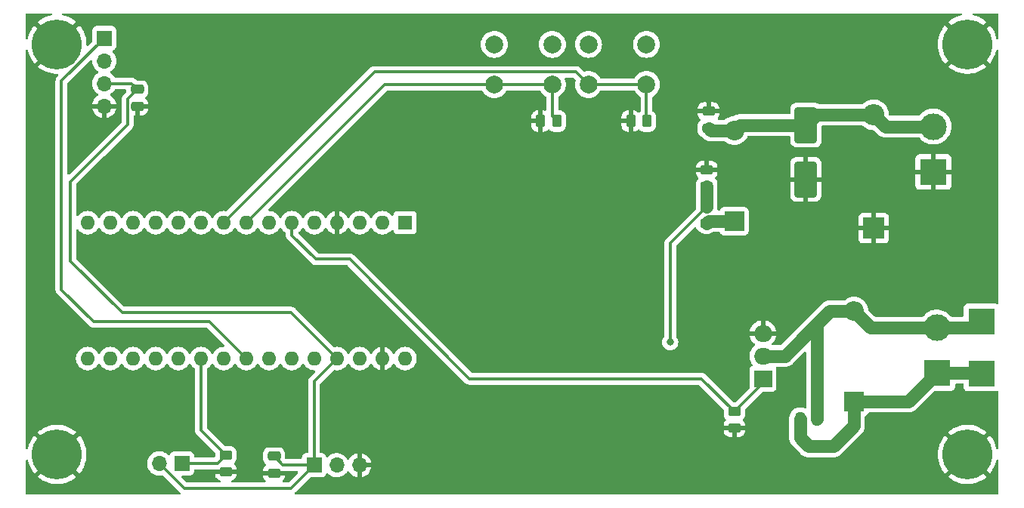
<source format=gbr>
%TF.GenerationSoftware,KiCad,Pcbnew,(6.0.9-0)*%
%TF.CreationDate,2023-03-02T20:06:06+01:00*%
%TF.ProjectId,Dolgoza,446f6c67-6f7a-4612-9e6b-696361645f70,rev?*%
%TF.SameCoordinates,Original*%
%TF.FileFunction,Copper,L1,Top*%
%TF.FilePolarity,Positive*%
%FSLAX46Y46*%
G04 Gerber Fmt 4.6, Leading zero omitted, Abs format (unit mm)*
G04 Created by KiCad (PCBNEW (6.0.9-0)) date 2023-03-02 20:06:06*
%MOMM*%
%LPD*%
G01*
G04 APERTURE LIST*
G04 Aperture macros list*
%AMRoundRect*
0 Rectangle with rounded corners*
0 $1 Rounding radius*
0 $2 $3 $4 $5 $6 $7 $8 $9 X,Y pos of 4 corners*
0 Add a 4 corners polygon primitive as box body*
4,1,4,$2,$3,$4,$5,$6,$7,$8,$9,$2,$3,0*
0 Add four circle primitives for the rounded corners*
1,1,$1+$1,$2,$3*
1,1,$1+$1,$4,$5*
1,1,$1+$1,$6,$7*
1,1,$1+$1,$8,$9*
0 Add four rect primitives between the rounded corners*
20,1,$1+$1,$2,$3,$4,$5,0*
20,1,$1+$1,$4,$5,$6,$7,0*
20,1,$1+$1,$6,$7,$8,$9,0*
20,1,$1+$1,$8,$9,$2,$3,0*%
G04 Aperture macros list end*
%TA.AperFunction,ComponentPad*%
%ADD10C,2.000000*%
%TD*%
%TA.AperFunction,ComponentPad*%
%ADD11R,1.700000X1.700000*%
%TD*%
%TA.AperFunction,ComponentPad*%
%ADD12O,1.700000X1.700000*%
%TD*%
%TA.AperFunction,SMDPad,CuDef*%
%ADD13R,3.000000X3.000000*%
%TD*%
%TA.AperFunction,SMDPad,CuDef*%
%ADD14RoundRect,0.250000X-0.450000X0.262500X-0.450000X-0.262500X0.450000X-0.262500X0.450000X0.262500X0*%
%TD*%
%TA.AperFunction,SMDPad,CuDef*%
%ADD15RoundRect,0.250000X0.450000X-0.262500X0.450000X0.262500X-0.450000X0.262500X-0.450000X-0.262500X0*%
%TD*%
%TA.AperFunction,SMDPad,CuDef*%
%ADD16RoundRect,0.250000X-0.262500X-0.450000X0.262500X-0.450000X0.262500X0.450000X-0.262500X0.450000X0*%
%TD*%
%TA.AperFunction,ComponentPad*%
%ADD17R,2.000000X1.905000*%
%TD*%
%TA.AperFunction,ComponentPad*%
%ADD18O,2.000000X1.905000*%
%TD*%
%TA.AperFunction,ComponentPad*%
%ADD19R,3.000000X3.000000*%
%TD*%
%TA.AperFunction,ComponentPad*%
%ADD20C,3.000000*%
%TD*%
%TA.AperFunction,ComponentPad*%
%ADD21C,5.600000*%
%TD*%
%TA.AperFunction,ComponentPad*%
%ADD22O,2.200000X2.200000*%
%TD*%
%TA.AperFunction,ComponentPad*%
%ADD23R,2.200000X2.200000*%
%TD*%
%TA.AperFunction,ComponentPad*%
%ADD24R,2.400000X2.400000*%
%TD*%
%TA.AperFunction,ComponentPad*%
%ADD25O,2.400000X2.400000*%
%TD*%
%TA.AperFunction,SMDPad,CuDef*%
%ADD26RoundRect,0.250000X-0.475000X0.250000X-0.475000X-0.250000X0.475000X-0.250000X0.475000X0.250000X0*%
%TD*%
%TA.AperFunction,SMDPad,CuDef*%
%ADD27RoundRect,0.250000X-0.250000X-0.475000X0.250000X-0.475000X0.250000X0.475000X-0.250000X0.475000X0*%
%TD*%
%TA.AperFunction,SMDPad,CuDef*%
%ADD28RoundRect,0.250000X0.475000X-0.250000X0.475000X0.250000X-0.475000X0.250000X-0.475000X-0.250000X0*%
%TD*%
%TA.AperFunction,SMDPad,CuDef*%
%ADD29RoundRect,0.250000X-1.000000X1.750000X-1.000000X-1.750000X1.000000X-1.750000X1.000000X1.750000X0*%
%TD*%
%TA.AperFunction,ComponentPad*%
%ADD30R,1.600000X1.600000*%
%TD*%
%TA.AperFunction,ComponentPad*%
%ADD31O,1.600000X1.600000*%
%TD*%
%TA.AperFunction,ViaPad*%
%ADD32C,0.800000*%
%TD*%
%TA.AperFunction,Conductor*%
%ADD33C,0.310000*%
%TD*%
%TA.AperFunction,Conductor*%
%ADD34C,1.400000*%
%TD*%
G04 APERTURE END LIST*
D10*
%TO.P,SW2,2,2*%
%TO.N,/DN_SW*%
X131550000Y-60500000D03*
X138050000Y-60500000D03*
%TO.P,SW2,1,1*%
%TO.N,+5V*%
X131550000Y-56000000D03*
X138050000Y-56000000D03*
%TD*%
%TO.P,SW1,2,2*%
%TO.N,/UP_SW*%
X121000000Y-60500000D03*
X127500000Y-60500000D03*
%TO.P,SW1,1,1*%
%TO.N,+5V*%
X121000000Y-56000000D03*
X127500000Y-56000000D03*
%TD*%
D11*
%TO.P,U1,1,V+*%
%TO.N,+5V*%
X100800000Y-103200000D03*
D12*
%TO.P,U1,2,Signal*%
%TO.N,TEMP_DATA0*%
X103340000Y-103200000D03*
%TO.P,U1,3,GND*%
%TO.N,GND*%
X105880000Y-103200000D03*
%TD*%
D13*
%TO.P,TP2,1,1*%
%TO.N,Net-(C3-Pad2)*%
X175600000Y-87100000D03*
%TD*%
%TO.P,TP1,1,1*%
%TO.N,VCC*%
X175600000Y-92900000D03*
%TD*%
D11*
%TO.P,TH1,1*%
%TO.N,TEMP_DATA*%
X86000000Y-103000000D03*
D12*
%TO.P,TH1,2*%
%TO.N,+5V*%
X83460000Y-103000000D03*
%TD*%
D14*
%TO.P,R6,1*%
%TO.N,TEMP_DATA*%
X90925000Y-102075000D03*
%TO.P,R6,2*%
%TO.N,GND*%
X90925000Y-103900000D03*
%TD*%
D15*
%TO.P,R5,1*%
%TO.N,GND*%
X147900000Y-99012500D03*
%TO.P,R5,2*%
%TO.N,GATE*%
X147900000Y-97187500D03*
%TD*%
D16*
%TO.P,R4,1*%
%TO.N,GND*%
X136275000Y-64600000D03*
%TO.P,R4,2*%
%TO.N,/DN_SW*%
X138100000Y-64600000D03*
%TD*%
%TO.P,R3,1*%
%TO.N,GND*%
X126175000Y-64600000D03*
%TO.P,R3,2*%
%TO.N,/UP_SW*%
X128000000Y-64600000D03*
%TD*%
D14*
%TO.P,R2,1*%
%TO.N,GND*%
X144800000Y-70075000D03*
%TO.P,R2,2*%
%TO.N,V_DIV*%
X144800000Y-71900000D03*
%TD*%
D15*
%TO.P,R1,1*%
%TO.N,VD*%
X144800000Y-76052500D03*
%TO.P,R1,2*%
%TO.N,V_DIV*%
X144800000Y-74227500D03*
%TD*%
D17*
%TO.P,Q1,1,G*%
%TO.N,GATE*%
X151100000Y-93500000D03*
D18*
%TO.P,Q1,2,D*%
%TO.N,Net-(C3-Pad2)*%
X151100000Y-90960000D03*
%TO.P,Q1,3,S*%
%TO.N,GND*%
X151100000Y-88420000D03*
%TD*%
D19*
%TO.P,J3,1,Pin_1*%
%TO.N,VCC*%
X170600000Y-92840000D03*
D20*
%TO.P,J3,2,Pin_2*%
%TO.N,Net-(C3-Pad2)*%
X170600000Y-87760000D03*
%TD*%
D11*
%TO.P,J2,1,Pin_1*%
%TO.N,/SDA_OLED*%
X77300000Y-55300000D03*
D12*
%TO.P,J2,2,Pin_2*%
%TO.N,/SCL_OLED*%
X77300000Y-57840000D03*
%TO.P,J2,3,Pin_3*%
%TO.N,+5V*%
X77300000Y-60380000D03*
%TO.P,J2,4,Pin_4*%
%TO.N,GND*%
X77300000Y-62920000D03*
%TD*%
D20*
%TO.P,J1,2,Pin_2*%
%TO.N,VCC*%
X170200000Y-65220000D03*
D19*
%TO.P,J1,1,Pin_1*%
%TO.N,GND*%
X170200000Y-70300000D03*
%TD*%
D21*
%TO.P,H4,1,1*%
%TO.N,GND*%
X72000000Y-102000000D03*
%TD*%
%TO.P,H3,1,1*%
%TO.N,GND*%
X174000000Y-102000000D03*
%TD*%
%TO.P,H2,1,1*%
%TO.N,GND*%
X174000000Y-56000000D03*
%TD*%
%TO.P,H1,1,1*%
%TO.N,GND*%
X72000000Y-56000000D03*
%TD*%
D22*
%TO.P,D3,2,A*%
%TO.N,Net-(C3-Pad2)*%
X161300000Y-85920000D03*
D23*
%TO.P,D3,1,K*%
%TO.N,VCC*%
X161300000Y-96080000D03*
%TD*%
%TO.P,D2,1,K*%
%TO.N,VD*%
X147880000Y-75820000D03*
D22*
%TO.P,D2,2,A*%
%TO.N,VCC*%
X147880000Y-65660000D03*
%TD*%
D24*
%TO.P,D1,1,A1*%
%TO.N,GND*%
X163500000Y-76600000D03*
D25*
%TO.P,D1,2,A2*%
%TO.N,VCC*%
X163500000Y-63900000D03*
%TD*%
D26*
%TO.P,C5,1*%
%TO.N,+5V*%
X96325000Y-102200000D03*
%TO.P,C5,2*%
%TO.N,GND*%
X96325000Y-104100000D03*
%TD*%
%TO.P,C4,1*%
%TO.N,+5V*%
X81000000Y-61050000D03*
%TO.P,C4,2*%
%TO.N,GND*%
X81000000Y-62950000D03*
%TD*%
D27*
%TO.P,C3,1*%
%TO.N,VCC*%
X155250000Y-98000000D03*
%TO.P,C3,2*%
%TO.N,Net-(C3-Pad2)*%
X157150000Y-98000000D03*
%TD*%
D28*
%TO.P,C2,1*%
%TO.N,VCC*%
X145000000Y-65400000D03*
%TO.P,C2,2*%
%TO.N,GND*%
X145000000Y-63500000D03*
%TD*%
D29*
%TO.P,C1,1*%
%TO.N,VCC*%
X155900000Y-65050000D03*
%TO.P,C1,2*%
%TO.N,GND*%
X155900000Y-71150000D03*
%TD*%
D30*
%TO.P,A1,1,D1/TX*%
%TO.N,unconnected-(A1-Pad1)*%
X111000000Y-76000000D03*
D31*
%TO.P,A1,2,D0/RX*%
%TO.N,unconnected-(A1-Pad2)*%
X108460000Y-76000000D03*
%TO.P,A1,3,~{RESET}*%
%TO.N,unconnected-(A1-Pad3)*%
X105920000Y-76000000D03*
%TO.P,A1,4,GND*%
%TO.N,GND*%
X103380000Y-76000000D03*
%TO.P,A1,5,D2*%
%TO.N,unconnected-(A1-Pad5)*%
X100840000Y-76000000D03*
%TO.P,A1,6,D3*%
%TO.N,GATE*%
X98300000Y-76000000D03*
%TO.P,A1,7,D4*%
%TO.N,unconnected-(A1-Pad7)*%
X95760000Y-76000000D03*
%TO.P,A1,8,D5*%
%TO.N,/UP_SW*%
X93220000Y-76000000D03*
%TO.P,A1,9,D6*%
%TO.N,/DN_SW*%
X90680000Y-76000000D03*
%TO.P,A1,10,D7*%
%TO.N,unconnected-(A1-Pad10)*%
X88140000Y-76000000D03*
%TO.P,A1,11,D8*%
%TO.N,unconnected-(A1-Pad11)*%
X85600000Y-76000000D03*
%TO.P,A1,12,D9*%
%TO.N,unconnected-(A1-Pad12)*%
X83060000Y-76000000D03*
%TO.P,A1,13,D10*%
%TO.N,unconnected-(A1-Pad13)*%
X80520000Y-76000000D03*
%TO.P,A1,14,D11*%
%TO.N,unconnected-(A1-Pad14)*%
X77980000Y-76000000D03*
%TO.P,A1,15,D12*%
%TO.N,unconnected-(A1-Pad15)*%
X75440000Y-76000000D03*
%TO.P,A1,16,D13*%
%TO.N,unconnected-(A1-Pad16)*%
X75440000Y-91240000D03*
%TO.P,A1,17,3V3*%
%TO.N,unconnected-(A1-Pad17)*%
X77980000Y-91240000D03*
%TO.P,A1,18,AREF*%
%TO.N,unconnected-(A1-Pad18)*%
X80520000Y-91240000D03*
%TO.P,A1,19,A0*%
%TO.N,unconnected-(A1-Pad19)*%
X83060000Y-91240000D03*
%TO.P,A1,20,A1*%
%TO.N,TEMP_DATA0*%
X85600000Y-91240000D03*
%TO.P,A1,21,A2*%
%TO.N,TEMP_DATA*%
X88140000Y-91240000D03*
%TO.P,A1,22,A3*%
%TO.N,unconnected-(A1-Pad22)*%
X90680000Y-91240000D03*
%TO.P,A1,23,A4*%
%TO.N,/SDA_OLED*%
X93220000Y-91240000D03*
%TO.P,A1,24,A5*%
%TO.N,/SCL_OLED*%
X95760000Y-91240000D03*
%TO.P,A1,25,A6*%
%TO.N,unconnected-(A1-Pad25)*%
X98300000Y-91240000D03*
%TO.P,A1,26,A7*%
%TO.N,V_DIV*%
X100840000Y-91240000D03*
%TO.P,A1,27,+5V*%
%TO.N,+5V*%
X103380000Y-91240000D03*
%TO.P,A1,28,~{RESET}*%
%TO.N,unconnected-(A1-Pad28)*%
X105920000Y-91240000D03*
%TO.P,A1,29,GND*%
%TO.N,GND*%
X108460000Y-91240000D03*
%TO.P,A1,30,VIN*%
%TO.N,VD*%
X111000000Y-91240000D03*
%TD*%
D32*
%TO.N,GND*%
X96800000Y-57600000D03*
X70700000Y-88100000D03*
X127300000Y-102800000D03*
%TO.N,V_DIV*%
X140700000Y-89400000D03*
%TD*%
D33*
%TO.N,GATE*%
X147900000Y-97187500D02*
X144212500Y-93500000D01*
X144212500Y-93500000D02*
X118200000Y-93500000D01*
X151100000Y-93500000D02*
X151100000Y-93987500D01*
X151100000Y-93987500D02*
X147900000Y-97187500D01*
%TO.N,+5V*%
X100800000Y-103200000D02*
X98200000Y-105800000D01*
X98200000Y-105800000D02*
X86260000Y-105800000D01*
X86260000Y-105800000D02*
X83460000Y-103000000D01*
X100800000Y-103200000D02*
X100800000Y-93820000D01*
X100800000Y-93820000D02*
X103380000Y-91240000D01*
%TO.N,V_DIV*%
X140700000Y-89400000D02*
X140700000Y-78327500D01*
X140700000Y-78327500D02*
X144800000Y-74227500D01*
%TO.N,/DN_SW*%
X131550000Y-60500000D02*
X130150000Y-59100000D01*
X130150000Y-59100000D02*
X107580000Y-59100000D01*
X107580000Y-59100000D02*
X90680000Y-76000000D01*
%TO.N,/UP_SW*%
X121000000Y-60500000D02*
X108720000Y-60500000D01*
X108720000Y-60500000D02*
X93220000Y-76000000D01*
X127500000Y-60500000D02*
X121000000Y-60500000D01*
%TO.N,/DN_SW*%
X138050000Y-60500000D02*
X131550000Y-60500000D01*
%TO.N,+5V*%
X81000000Y-61050000D02*
X79920000Y-62130000D01*
X79920000Y-62130000D02*
X79920000Y-64980000D01*
X98240000Y-86100000D02*
X103380000Y-91240000D01*
X79920000Y-64980000D02*
X73500000Y-71400000D01*
X73500000Y-71400000D02*
X73500000Y-80300000D01*
X73500000Y-80300000D02*
X79300000Y-86100000D01*
X79300000Y-86100000D02*
X98240000Y-86100000D01*
X77300000Y-60380000D02*
X80330000Y-60380000D01*
X80330000Y-60380000D02*
X81000000Y-61050000D01*
D34*
%TO.N,V_DIV*%
X144800000Y-74227500D02*
X144800000Y-71900000D01*
%TO.N,VD*%
X147880000Y-75820000D02*
X145032500Y-75820000D01*
X145032500Y-75820000D02*
X144800000Y-76052500D01*
%TO.N,VCC*%
X147880000Y-65660000D02*
X145260000Y-65660000D01*
X145260000Y-65660000D02*
X145000000Y-65400000D01*
X155900000Y-65050000D02*
X148490000Y-65050000D01*
X148490000Y-65050000D02*
X147880000Y-65660000D01*
X163500000Y-63900000D02*
X157050000Y-63900000D01*
X157050000Y-63900000D02*
X155900000Y-65050000D01*
X170200000Y-65220000D02*
X164820000Y-65220000D01*
X164820000Y-65220000D02*
X163500000Y-63900000D01*
D33*
%TO.N,GATE*%
X118200000Y-93500000D02*
X104800000Y-80100000D01*
X104800000Y-80100000D02*
X101000000Y-80100000D01*
X101000000Y-80100000D02*
X98300000Y-77400000D01*
X98300000Y-77400000D02*
X98300000Y-76000000D01*
D34*
%TO.N,Net-(C3-Pad2)*%
X155360000Y-89160000D02*
X158160000Y-86360000D01*
X157150000Y-98000000D02*
X157150000Y-87370000D01*
X158160000Y-86360000D02*
X158600000Y-85920000D01*
X157150000Y-87370000D02*
X158160000Y-86360000D01*
%TO.N,VCC*%
X161300000Y-96080000D02*
X161300000Y-98800000D01*
X161300000Y-98800000D02*
X159000000Y-101100000D01*
X159000000Y-101100000D02*
X156200000Y-101100000D01*
X156200000Y-101100000D02*
X155250000Y-100150000D01*
X155250000Y-100150000D02*
X155250000Y-98000000D01*
%TO.N,Net-(C3-Pad2)*%
X158600000Y-85920000D02*
X161300000Y-85920000D01*
%TO.N,VCC*%
X170600000Y-92840000D02*
X167360000Y-96080000D01*
X167360000Y-96080000D02*
X161300000Y-96080000D01*
%TO.N,Net-(C3-Pad2)*%
X170600000Y-87760000D02*
X163140000Y-87760000D01*
X163140000Y-87760000D02*
X161300000Y-85920000D01*
X155360000Y-89160000D02*
X153560000Y-90960000D01*
X153560000Y-90960000D02*
X151100000Y-90960000D01*
%TO.N,VCC*%
X170600000Y-92840000D02*
X175540000Y-92840000D01*
X175540000Y-92840000D02*
X175600000Y-92900000D01*
%TO.N,Net-(C3-Pad2)*%
X170600000Y-87760000D02*
X174940000Y-87760000D01*
X174940000Y-87760000D02*
X175600000Y-87100000D01*
D33*
%TO.N,+5V*%
X100800000Y-103200000D02*
X97325000Y-103200000D01*
X97325000Y-103200000D02*
X96325000Y-102200000D01*
%TO.N,TEMP_DATA*%
X90925000Y-102075000D02*
X88140000Y-99290000D01*
X88140000Y-99290000D02*
X88140000Y-91240000D01*
X86000000Y-103000000D02*
X90000000Y-103000000D01*
X90000000Y-103000000D02*
X90925000Y-102075000D01*
%TO.N,/DN_SW*%
X138100000Y-64600000D02*
X138050000Y-64550000D01*
X138050000Y-64550000D02*
X138050000Y-60500000D01*
%TO.N,/UP_SW*%
X128000000Y-64600000D02*
X127500000Y-64100000D01*
X127500000Y-64100000D02*
X127500000Y-60500000D01*
%TO.N,/SDA_OLED*%
X93220000Y-91240000D02*
X89080000Y-87100000D01*
X89080000Y-87100000D02*
X76100000Y-87100000D01*
X76100000Y-87100000D02*
X72500000Y-83500000D01*
X72500000Y-83500000D02*
X72500000Y-60100000D01*
X72500000Y-60100000D02*
X77300000Y-55300000D01*
%TD*%
%TA.AperFunction,Conductor*%
%TO.N,GND*%
G36*
X71383879Y-52528502D02*
G01*
X71430372Y-52582158D01*
X71440476Y-52652432D01*
X71410982Y-52717012D01*
X71351256Y-52755396D01*
X71342600Y-52757608D01*
X71123586Y-52805361D01*
X71117011Y-52807172D01*
X70783683Y-52918702D01*
X70777361Y-52921205D01*
X70458034Y-53068079D01*
X70451991Y-53071265D01*
X70150401Y-53251763D01*
X70144755Y-53255571D01*
X69864408Y-53467596D01*
X69859211Y-53471987D01*
X69857972Y-53473155D01*
X69849950Y-53486862D01*
X69849986Y-53487704D01*
X69855037Y-53495826D01*
X71987190Y-55627980D01*
X72001131Y-55635592D01*
X72002966Y-55635461D01*
X72009580Y-55631210D01*
X74142798Y-53497991D01*
X74150412Y-53484047D01*
X74150344Y-53483089D01*
X74145836Y-53476272D01*
X74144418Y-53475065D01*
X73864813Y-53262064D01*
X73859187Y-53258240D01*
X73558214Y-53076681D01*
X73552202Y-53073484D01*
X73233370Y-52925487D01*
X73227070Y-52922967D01*
X72894129Y-52810273D01*
X72887551Y-52808437D01*
X72657846Y-52757513D01*
X72595669Y-52723241D01*
X72561891Y-52660795D01*
X72567237Y-52590000D01*
X72610009Y-52533333D01*
X72676627Y-52508786D01*
X72685117Y-52508500D01*
X173315758Y-52508500D01*
X173383879Y-52528502D01*
X173430372Y-52582158D01*
X173440476Y-52652432D01*
X173410982Y-52717012D01*
X173351256Y-52755396D01*
X173342600Y-52757608D01*
X173123586Y-52805361D01*
X173117011Y-52807172D01*
X172783683Y-52918702D01*
X172777361Y-52921205D01*
X172458034Y-53068079D01*
X172451991Y-53071265D01*
X172150401Y-53251763D01*
X172144755Y-53255571D01*
X171864408Y-53467596D01*
X171859211Y-53471987D01*
X171857972Y-53473155D01*
X171849950Y-53486862D01*
X171849986Y-53487704D01*
X171855037Y-53495826D01*
X173987190Y-55627980D01*
X174001131Y-55635592D01*
X174002966Y-55635461D01*
X174009580Y-55631210D01*
X176142798Y-53497991D01*
X176150412Y-53484047D01*
X176150344Y-53483089D01*
X176145836Y-53476272D01*
X176144418Y-53475065D01*
X175864813Y-53262064D01*
X175859187Y-53258240D01*
X175558214Y-53076681D01*
X175552202Y-53073484D01*
X175233370Y-52925487D01*
X175227070Y-52922967D01*
X174894129Y-52810273D01*
X174887551Y-52808437D01*
X174657846Y-52757513D01*
X174595669Y-52723241D01*
X174561891Y-52660795D01*
X174567237Y-52590000D01*
X174610009Y-52533333D01*
X174676627Y-52508786D01*
X174685117Y-52508500D01*
X177365500Y-52508500D01*
X177433621Y-52528502D01*
X177480114Y-52582158D01*
X177491500Y-52634500D01*
X177491500Y-55302313D01*
X177471498Y-55370434D01*
X177417842Y-55416927D01*
X177347568Y-55427031D01*
X177282988Y-55397537D01*
X177244604Y-55337811D01*
X177241156Y-55322675D01*
X177236130Y-55291985D01*
X177234663Y-55285313D01*
X177140736Y-54946627D01*
X177138562Y-54940163D01*
X177008598Y-54613578D01*
X177005742Y-54607398D01*
X176841269Y-54296763D01*
X176837769Y-54290937D01*
X176640697Y-53999862D01*
X176636590Y-53994453D01*
X176523565Y-53861179D01*
X176510740Y-53852743D01*
X176500416Y-53858795D01*
X174372020Y-55987190D01*
X174364408Y-56001131D01*
X174364539Y-56002966D01*
X174368790Y-56009580D01*
X176499009Y-58139798D01*
X176512605Y-58147223D01*
X176522218Y-58140522D01*
X176622518Y-58023912D01*
X176626676Y-58018514D01*
X176825762Y-57728840D01*
X176829310Y-57723029D01*
X176995942Y-57413559D01*
X176998849Y-57407381D01*
X177131090Y-57081713D01*
X177133304Y-57075283D01*
X177229598Y-56737237D01*
X177231105Y-56730607D01*
X177241301Y-56670958D01*
X177272495Y-56607182D01*
X177333217Y-56570394D01*
X177404189Y-56572275D01*
X177462877Y-56612227D01*
X177490649Y-56677567D01*
X177491500Y-56692188D01*
X177491500Y-85021868D01*
X177471498Y-85089989D01*
X177417842Y-85136482D01*
X177347568Y-85146586D01*
X177321270Y-85139850D01*
X177312286Y-85136482D01*
X177210316Y-85098255D01*
X177148134Y-85091500D01*
X174051866Y-85091500D01*
X173989684Y-85098255D01*
X173853295Y-85149385D01*
X173736739Y-85236739D01*
X173649385Y-85353295D01*
X173598255Y-85489684D01*
X173591500Y-85551866D01*
X173591500Y-86425500D01*
X173571498Y-86493621D01*
X173517842Y-86540114D01*
X173465500Y-86551500D01*
X172271071Y-86551500D01*
X172202950Y-86531498D01*
X172169877Y-86499767D01*
X172169711Y-86499901D01*
X172168647Y-86498588D01*
X172167986Y-86497953D01*
X172167016Y-86496573D01*
X172164545Y-86493057D01*
X172161620Y-86489909D01*
X171981046Y-86295588D01*
X171981043Y-86295585D01*
X171978125Y-86292445D01*
X171974810Y-86289731D01*
X171974806Y-86289728D01*
X171769523Y-86121706D01*
X171766205Y-86118990D01*
X171532704Y-85975901D01*
X171528768Y-85974173D01*
X171285873Y-85867549D01*
X171285869Y-85867548D01*
X171281945Y-85865825D01*
X171018566Y-85790800D01*
X171014324Y-85790196D01*
X171014318Y-85790195D01*
X170813834Y-85761662D01*
X170747443Y-85752213D01*
X170603589Y-85751460D01*
X170477877Y-85750802D01*
X170477871Y-85750802D01*
X170473591Y-85750780D01*
X170469347Y-85751339D01*
X170469343Y-85751339D01*
X170350302Y-85767011D01*
X170202078Y-85786525D01*
X170197938Y-85787658D01*
X170197936Y-85787658D01*
X170125008Y-85807609D01*
X169937928Y-85858788D01*
X169933980Y-85860472D01*
X169689982Y-85964546D01*
X169689978Y-85964548D01*
X169686030Y-85966232D01*
X169666125Y-85978145D01*
X169454725Y-86104664D01*
X169454721Y-86104667D01*
X169451043Y-86106868D01*
X169237318Y-86278094D01*
X169220717Y-86295588D01*
X169060864Y-86464038D01*
X169048808Y-86476742D01*
X169046307Y-86480223D01*
X169046305Y-86480225D01*
X169032794Y-86499027D01*
X168976799Y-86542674D01*
X168930472Y-86551500D01*
X163692767Y-86551500D01*
X163624646Y-86531498D01*
X163603672Y-86514595D01*
X162938177Y-85849100D01*
X162904151Y-85786788D01*
X162901660Y-85769891D01*
X162893997Y-85672531D01*
X162893609Y-85667597D01*
X162889428Y-85650178D01*
X162849120Y-85482285D01*
X162834505Y-85421409D01*
X162832471Y-85416498D01*
X162739511Y-85192072D01*
X162739509Y-85192068D01*
X162737616Y-85187498D01*
X162605328Y-84971624D01*
X162440898Y-84779102D01*
X162248376Y-84614672D01*
X162032502Y-84482384D01*
X162027932Y-84480491D01*
X162027928Y-84480489D01*
X161803164Y-84387389D01*
X161803162Y-84387388D01*
X161798591Y-84385495D01*
X161713968Y-84365179D01*
X161557216Y-84327546D01*
X161557210Y-84327545D01*
X161552403Y-84326391D01*
X161300000Y-84306526D01*
X161047597Y-84326391D01*
X161042790Y-84327545D01*
X161042784Y-84327546D01*
X160886032Y-84365179D01*
X160801409Y-84385495D01*
X160796838Y-84387388D01*
X160796836Y-84387389D01*
X160572072Y-84480489D01*
X160572068Y-84480491D01*
X160567498Y-84482384D01*
X160351624Y-84614672D01*
X160273598Y-84681312D01*
X160208811Y-84710342D01*
X160191770Y-84711500D01*
X158688085Y-84711500D01*
X158671639Y-84710422D01*
X158650811Y-84707680D01*
X158645212Y-84707944D01*
X158645210Y-84707944D01*
X158572777Y-84711360D01*
X158566842Y-84711500D01*
X158545265Y-84711500D01*
X158542479Y-84711749D01*
X158542471Y-84711749D01*
X158520399Y-84713719D01*
X158515135Y-84714078D01*
X158462347Y-84716568D01*
X158435325Y-84717842D01*
X158429866Y-84719092D01*
X158429861Y-84719093D01*
X158418868Y-84721611D01*
X158401937Y-84724292D01*
X158397826Y-84724659D01*
X158385128Y-84725792D01*
X158379716Y-84727273D01*
X158379708Y-84727274D01*
X158308059Y-84746875D01*
X158302941Y-84748161D01*
X158287971Y-84751590D01*
X158225043Y-84766002D01*
X158219886Y-84768202D01*
X158219879Y-84768204D01*
X158209517Y-84772624D01*
X158193330Y-84778261D01*
X158182463Y-84781234D01*
X158182456Y-84781237D01*
X158177048Y-84782716D01*
X158171990Y-84785128D01*
X158171986Y-84785130D01*
X158104920Y-84817119D01*
X158100121Y-84819286D01*
X158026614Y-84850640D01*
X158021926Y-84853719D01*
X158021923Y-84853721D01*
X158012506Y-84859907D01*
X157997572Y-84868322D01*
X157982337Y-84875589D01*
X157977782Y-84878862D01*
X157977772Y-84878868D01*
X157917456Y-84922210D01*
X157913106Y-84925200D01*
X157850168Y-84966542D01*
X157850164Y-84966545D01*
X157846308Y-84969078D01*
X157842866Y-84972145D01*
X157826540Y-84986691D01*
X157816245Y-84994938D01*
X157807149Y-85001474D01*
X157803244Y-85005504D01*
X157735752Y-85075150D01*
X157734363Y-85076560D01*
X156357752Y-86453171D01*
X156345361Y-86464038D01*
X156333140Y-86473415D01*
X156333136Y-86473419D01*
X156328689Y-86476831D01*
X156310725Y-86496573D01*
X156276098Y-86534628D01*
X156271999Y-86538924D01*
X153096328Y-89714595D01*
X153034016Y-89748621D01*
X153007233Y-89751500D01*
X152180099Y-89751500D01*
X152111978Y-89731498D01*
X152065485Y-89677842D01*
X152055381Y-89607568D01*
X152084875Y-89542988D01*
X152095299Y-89532306D01*
X152215486Y-89422944D01*
X152222506Y-89415417D01*
X152364945Y-89235056D01*
X152370650Y-89226469D01*
X152481714Y-89025278D01*
X152485944Y-89015866D01*
X152562659Y-88799232D01*
X152565293Y-88789261D01*
X152582647Y-88691837D01*
X152581187Y-88678540D01*
X152566630Y-88674000D01*
X149631904Y-88674000D01*
X149618560Y-88677918D01*
X149616573Y-88692194D01*
X149626110Y-88754515D01*
X149628499Y-88764543D01*
X149699898Y-88982988D01*
X149703895Y-88992497D01*
X149810011Y-89196344D01*
X149815505Y-89205069D01*
X149953493Y-89388852D01*
X149960336Y-89396559D01*
X150126491Y-89555339D01*
X150134498Y-89561823D01*
X150167356Y-89584237D01*
X150212359Y-89639148D01*
X150220532Y-89709672D01*
X150189278Y-89773420D01*
X150164796Y-89794116D01*
X150162365Y-89795689D01*
X150158023Y-89798498D01*
X149980330Y-89960186D01*
X149944373Y-90005716D01*
X149834633Y-90144670D01*
X149834630Y-90144675D01*
X149831432Y-90148724D01*
X149828939Y-90153240D01*
X149828937Y-90153243D01*
X149754781Y-90287577D01*
X149715326Y-90359050D01*
X149713602Y-90363919D01*
X149713600Y-90363923D01*
X149636856Y-90580640D01*
X149635130Y-90585515D01*
X149634223Y-90590608D01*
X149634222Y-90590611D01*
X149597625Y-90796067D01*
X149592999Y-90822037D01*
X149592936Y-90827201D01*
X149590442Y-91031358D01*
X149590064Y-91062263D01*
X149626404Y-91299744D01*
X149642330Y-91348469D01*
X149699434Y-91523183D01*
X149699437Y-91523189D01*
X149701042Y-91528101D01*
X149703429Y-91532687D01*
X149703431Y-91532691D01*
X149784928Y-91689243D01*
X149811975Y-91741200D01*
X149928415Y-91896283D01*
X149953320Y-91962765D01*
X149938328Y-92032161D01*
X149888198Y-92082435D01*
X149871885Y-92089915D01*
X149861707Y-92093731D01*
X149861704Y-92093733D01*
X149853295Y-92096885D01*
X149736739Y-92184239D01*
X149649385Y-92300795D01*
X149598255Y-92437184D01*
X149591500Y-92499366D01*
X149591500Y-94500634D01*
X149591041Y-94500634D01*
X149575277Y-94567517D01*
X149554844Y-94594325D01*
X148019574Y-96129595D01*
X147957262Y-96163621D01*
X147930479Y-96166500D01*
X147869521Y-96166500D01*
X147801400Y-96146498D01*
X147780426Y-96129595D01*
X144701009Y-93050178D01*
X144695155Y-93043912D01*
X144664725Y-93009029D01*
X144659729Y-93003302D01*
X144610943Y-92969015D01*
X144605659Y-92965090D01*
X144564711Y-92932983D01*
X144558736Y-92928298D01*
X144551817Y-92925174D01*
X144545871Y-92921573D01*
X144540714Y-92918632D01*
X144534556Y-92915330D01*
X144528340Y-92910961D01*
X144521264Y-92908202D01*
X144521262Y-92908201D01*
X144472804Y-92889308D01*
X144466723Y-92886752D01*
X144419290Y-92865335D01*
X144419289Y-92865335D01*
X144412371Y-92862211D01*
X144404905Y-92860827D01*
X144398286Y-92858753D01*
X144392537Y-92857115D01*
X144385796Y-92855385D01*
X144378718Y-92852625D01*
X144355057Y-92849510D01*
X144319612Y-92844844D01*
X144313095Y-92843812D01*
X144279169Y-92837524D01*
X144254467Y-92832946D01*
X144246887Y-92833383D01*
X144246886Y-92833383D01*
X144196453Y-92836291D01*
X144189200Y-92836500D01*
X118527020Y-92836500D01*
X118458899Y-92816498D01*
X118437925Y-92799595D01*
X115038330Y-89400000D01*
X139786496Y-89400000D01*
X139787186Y-89406565D01*
X139803426Y-89561077D01*
X139806458Y-89589928D01*
X139865473Y-89771556D01*
X139960960Y-89936944D01*
X139965378Y-89941851D01*
X139965379Y-89941852D01*
X140024974Y-90008039D01*
X140088747Y-90078866D01*
X140243248Y-90191118D01*
X140249276Y-90193802D01*
X140249278Y-90193803D01*
X140411681Y-90266109D01*
X140417712Y-90268794D01*
X140506079Y-90287577D01*
X140598056Y-90307128D01*
X140598061Y-90307128D01*
X140604513Y-90308500D01*
X140795487Y-90308500D01*
X140801939Y-90307128D01*
X140801944Y-90307128D01*
X140893921Y-90287577D01*
X140982288Y-90268794D01*
X140988319Y-90266109D01*
X141150722Y-90193803D01*
X141150724Y-90193802D01*
X141156752Y-90191118D01*
X141311253Y-90078866D01*
X141375026Y-90008039D01*
X141434621Y-89941852D01*
X141434622Y-89941851D01*
X141439040Y-89936944D01*
X141534527Y-89771556D01*
X141593542Y-89589928D01*
X141596575Y-89561077D01*
X141612814Y-89406565D01*
X141613504Y-89400000D01*
X141596168Y-89235056D01*
X141594232Y-89216635D01*
X141594232Y-89216633D01*
X141593542Y-89210072D01*
X141534527Y-89028444D01*
X141514453Y-88993674D01*
X141497314Y-88963990D01*
X141439040Y-88863056D01*
X141419302Y-88841134D01*
X141395864Y-88815104D01*
X141365146Y-88751097D01*
X141363500Y-88730794D01*
X141363500Y-88148163D01*
X149617353Y-88148163D01*
X149618813Y-88161460D01*
X149633370Y-88166000D01*
X150827885Y-88166000D01*
X150843124Y-88161525D01*
X150844329Y-88160135D01*
X150846000Y-88152452D01*
X150846000Y-88147885D01*
X151354000Y-88147885D01*
X151358475Y-88163124D01*
X151359865Y-88164329D01*
X151367548Y-88166000D01*
X152568096Y-88166000D01*
X152581440Y-88162082D01*
X152583427Y-88147806D01*
X152573890Y-88085485D01*
X152571501Y-88075457D01*
X152500102Y-87857012D01*
X152496105Y-87847503D01*
X152389989Y-87643656D01*
X152384495Y-87634931D01*
X152246507Y-87451148D01*
X152239664Y-87443441D01*
X152073509Y-87284661D01*
X152065499Y-87278174D01*
X151875653Y-87148670D01*
X151866679Y-87143571D01*
X151658231Y-87046813D01*
X151648544Y-87043250D01*
X151427092Y-86981835D01*
X151416970Y-86979904D01*
X151372013Y-86975099D01*
X151357392Y-86977747D01*
X151354000Y-86990124D01*
X151354000Y-88147885D01*
X150846000Y-88147885D01*
X150846000Y-86989588D01*
X150841675Y-86974859D01*
X150829889Y-86972798D01*
X150818296Y-86973751D01*
X150808134Y-86975433D01*
X150585229Y-87031422D01*
X150575481Y-87034741D01*
X150364711Y-87126385D01*
X150355636Y-87131251D01*
X150162673Y-87256085D01*
X150154502Y-87262378D01*
X149984520Y-87417050D01*
X149977494Y-87424583D01*
X149835055Y-87604944D01*
X149829350Y-87613531D01*
X149718286Y-87814722D01*
X149714056Y-87824134D01*
X149637341Y-88040768D01*
X149634707Y-88050739D01*
X149617353Y-88148163D01*
X141363500Y-88148163D01*
X141363500Y-78654520D01*
X141383502Y-78586399D01*
X141400405Y-78565425D01*
X142121161Y-77844669D01*
X161792001Y-77844669D01*
X161792371Y-77851490D01*
X161797895Y-77902352D01*
X161801521Y-77917604D01*
X161846676Y-78038054D01*
X161855214Y-78053649D01*
X161931715Y-78155724D01*
X161944276Y-78168285D01*
X162046351Y-78244786D01*
X162061946Y-78253324D01*
X162182394Y-78298478D01*
X162197649Y-78302105D01*
X162248514Y-78307631D01*
X162255328Y-78308000D01*
X163227885Y-78308000D01*
X163243124Y-78303525D01*
X163244329Y-78302135D01*
X163246000Y-78294452D01*
X163246000Y-78289884D01*
X163754000Y-78289884D01*
X163758475Y-78305123D01*
X163759865Y-78306328D01*
X163767548Y-78307999D01*
X164744669Y-78307999D01*
X164751490Y-78307629D01*
X164802352Y-78302105D01*
X164817604Y-78298479D01*
X164938054Y-78253324D01*
X164953649Y-78244786D01*
X165055724Y-78168285D01*
X165068285Y-78155724D01*
X165144786Y-78053649D01*
X165153324Y-78038054D01*
X165198478Y-77917606D01*
X165202105Y-77902351D01*
X165207631Y-77851486D01*
X165208000Y-77844672D01*
X165208000Y-76872115D01*
X165203525Y-76856876D01*
X165202135Y-76855671D01*
X165194452Y-76854000D01*
X163772115Y-76854000D01*
X163756876Y-76858475D01*
X163755671Y-76859865D01*
X163754000Y-76867548D01*
X163754000Y-78289884D01*
X163246000Y-78289884D01*
X163246000Y-76872115D01*
X163241525Y-76856876D01*
X163240135Y-76855671D01*
X163232452Y-76854000D01*
X161810116Y-76854000D01*
X161794877Y-76858475D01*
X161793672Y-76859865D01*
X161792001Y-76867548D01*
X161792001Y-77844669D01*
X142121161Y-77844669D01*
X143431387Y-76534443D01*
X143493699Y-76500417D01*
X143564514Y-76505482D01*
X143621350Y-76548029D01*
X143640005Y-76583661D01*
X143658450Y-76638946D01*
X143751522Y-76789348D01*
X143876697Y-76914305D01*
X143882927Y-76918145D01*
X143882928Y-76918146D01*
X144018828Y-77001916D01*
X144027262Y-77007115D01*
X144052591Y-77015516D01*
X144061062Y-77018326D01*
X144099140Y-77038764D01*
X144139143Y-77070131D01*
X144144106Y-77072759D01*
X144144108Y-77072760D01*
X144321542Y-77166705D01*
X144329794Y-77171074D01*
X144535308Y-77236663D01*
X144540865Y-77237395D01*
X144540867Y-77237395D01*
X144600375Y-77245229D01*
X144749189Y-77264820D01*
X144754788Y-77264556D01*
X144754790Y-77264556D01*
X144841729Y-77260456D01*
X144964675Y-77254658D01*
X145174957Y-77206498D01*
X145180118Y-77204297D01*
X145180123Y-77204295D01*
X145368219Y-77124064D01*
X145368220Y-77124064D01*
X145373386Y-77121860D01*
X145378073Y-77118781D01*
X145378079Y-77118778D01*
X145460114Y-77064891D01*
X145484020Y-77049188D01*
X145553196Y-77028500D01*
X146190246Y-77028500D01*
X146258367Y-77048502D01*
X146304860Y-77102158D01*
X146308228Y-77110270D01*
X146318445Y-77137523D01*
X146329385Y-77166705D01*
X146416739Y-77283261D01*
X146533295Y-77370615D01*
X146669684Y-77421745D01*
X146731866Y-77428500D01*
X149028134Y-77428500D01*
X149090316Y-77421745D01*
X149226705Y-77370615D01*
X149343261Y-77283261D01*
X149430615Y-77166705D01*
X149481745Y-77030316D01*
X149488500Y-76968134D01*
X149488500Y-76327885D01*
X161792000Y-76327885D01*
X161796475Y-76343124D01*
X161797865Y-76344329D01*
X161805548Y-76346000D01*
X163227885Y-76346000D01*
X163243124Y-76341525D01*
X163244329Y-76340135D01*
X163246000Y-76332452D01*
X163246000Y-76327885D01*
X163754000Y-76327885D01*
X163758475Y-76343124D01*
X163759865Y-76344329D01*
X163767548Y-76346000D01*
X165189884Y-76346000D01*
X165205123Y-76341525D01*
X165206328Y-76340135D01*
X165207999Y-76332452D01*
X165207999Y-75355331D01*
X165207629Y-75348510D01*
X165202105Y-75297648D01*
X165198479Y-75282396D01*
X165153324Y-75161946D01*
X165144786Y-75146351D01*
X165068285Y-75044276D01*
X165055724Y-75031715D01*
X164953649Y-74955214D01*
X164938054Y-74946676D01*
X164817606Y-74901522D01*
X164802351Y-74897895D01*
X164751486Y-74892369D01*
X164744672Y-74892000D01*
X163772115Y-74892000D01*
X163756876Y-74896475D01*
X163755671Y-74897865D01*
X163754000Y-74905548D01*
X163754000Y-76327885D01*
X163246000Y-76327885D01*
X163246000Y-74910116D01*
X163241525Y-74894877D01*
X163240135Y-74893672D01*
X163232452Y-74892001D01*
X162255331Y-74892001D01*
X162248510Y-74892371D01*
X162197648Y-74897895D01*
X162182396Y-74901521D01*
X162061946Y-74946676D01*
X162046351Y-74955214D01*
X161944276Y-75031715D01*
X161931715Y-75044276D01*
X161855214Y-75146351D01*
X161846676Y-75161946D01*
X161801522Y-75282394D01*
X161797895Y-75297649D01*
X161792369Y-75348514D01*
X161792000Y-75355328D01*
X161792000Y-76327885D01*
X149488500Y-76327885D01*
X149488500Y-74671866D01*
X149481745Y-74609684D01*
X149430615Y-74473295D01*
X149343261Y-74356739D01*
X149226705Y-74269385D01*
X149090316Y-74218255D01*
X149028134Y-74211500D01*
X146731866Y-74211500D01*
X146669684Y-74218255D01*
X146533295Y-74269385D01*
X146416739Y-74356739D01*
X146329385Y-74473295D01*
X146326233Y-74481703D01*
X146308228Y-74529730D01*
X146265586Y-74586495D01*
X146199024Y-74611194D01*
X146190246Y-74611500D01*
X146134500Y-74611500D01*
X146066379Y-74591498D01*
X146019886Y-74537842D01*
X146008500Y-74485500D01*
X146008500Y-72947095D01*
X154142001Y-72947095D01*
X154142338Y-72953614D01*
X154152257Y-73049206D01*
X154155149Y-73062600D01*
X154206588Y-73216784D01*
X154212761Y-73229962D01*
X154298063Y-73367807D01*
X154307099Y-73379208D01*
X154421829Y-73493739D01*
X154433240Y-73502751D01*
X154571243Y-73587816D01*
X154584424Y-73593963D01*
X154738710Y-73645138D01*
X154752086Y-73648005D01*
X154846438Y-73657672D01*
X154852854Y-73658000D01*
X155627885Y-73658000D01*
X155643124Y-73653525D01*
X155644329Y-73652135D01*
X155646000Y-73644452D01*
X155646000Y-73639884D01*
X156154000Y-73639884D01*
X156158475Y-73655123D01*
X156159865Y-73656328D01*
X156167548Y-73657999D01*
X156947095Y-73657999D01*
X156953614Y-73657662D01*
X157049206Y-73647743D01*
X157062600Y-73644851D01*
X157216784Y-73593412D01*
X157229962Y-73587239D01*
X157367807Y-73501937D01*
X157379208Y-73492901D01*
X157493739Y-73378171D01*
X157502751Y-73366760D01*
X157587816Y-73228757D01*
X157593963Y-73215576D01*
X157645138Y-73061290D01*
X157648005Y-73047914D01*
X157657672Y-72953562D01*
X157658000Y-72947146D01*
X157658000Y-71844669D01*
X168192001Y-71844669D01*
X168192371Y-71851490D01*
X168197895Y-71902352D01*
X168201521Y-71917604D01*
X168246676Y-72038054D01*
X168255214Y-72053649D01*
X168331715Y-72155724D01*
X168344276Y-72168285D01*
X168446351Y-72244786D01*
X168461946Y-72253324D01*
X168582394Y-72298478D01*
X168597649Y-72302105D01*
X168648514Y-72307631D01*
X168655328Y-72308000D01*
X169927885Y-72308000D01*
X169943124Y-72303525D01*
X169944329Y-72302135D01*
X169946000Y-72294452D01*
X169946000Y-72289884D01*
X170454000Y-72289884D01*
X170458475Y-72305123D01*
X170459865Y-72306328D01*
X170467548Y-72307999D01*
X171744669Y-72307999D01*
X171751490Y-72307629D01*
X171802352Y-72302105D01*
X171817604Y-72298479D01*
X171938054Y-72253324D01*
X171953649Y-72244786D01*
X172055724Y-72168285D01*
X172068285Y-72155724D01*
X172144786Y-72053649D01*
X172153324Y-72038054D01*
X172198478Y-71917606D01*
X172202105Y-71902351D01*
X172207631Y-71851486D01*
X172208000Y-71844672D01*
X172208000Y-70572115D01*
X172203525Y-70556876D01*
X172202135Y-70555671D01*
X172194452Y-70554000D01*
X170472115Y-70554000D01*
X170456876Y-70558475D01*
X170455671Y-70559865D01*
X170454000Y-70567548D01*
X170454000Y-72289884D01*
X169946000Y-72289884D01*
X169946000Y-70572115D01*
X169941525Y-70556876D01*
X169940135Y-70555671D01*
X169932452Y-70554000D01*
X168210116Y-70554000D01*
X168194877Y-70558475D01*
X168193672Y-70559865D01*
X168192001Y-70567548D01*
X168192001Y-71844669D01*
X157658000Y-71844669D01*
X157658000Y-71422115D01*
X157653525Y-71406876D01*
X157652135Y-71405671D01*
X157644452Y-71404000D01*
X156172115Y-71404000D01*
X156156876Y-71408475D01*
X156155671Y-71409865D01*
X156154000Y-71417548D01*
X156154000Y-73639884D01*
X155646000Y-73639884D01*
X155646000Y-71422115D01*
X155641525Y-71406876D01*
X155640135Y-71405671D01*
X155632452Y-71404000D01*
X154160116Y-71404000D01*
X154144877Y-71408475D01*
X154143672Y-71409865D01*
X154142001Y-71417548D01*
X154142001Y-72947095D01*
X146008500Y-72947095D01*
X146008500Y-71587100D01*
X145997526Y-71481334D01*
X145941550Y-71313554D01*
X145848478Y-71163152D01*
X145761537Y-71076362D01*
X145727458Y-71014079D01*
X145732461Y-70943259D01*
X145761382Y-70898171D01*
X145781633Y-70877885D01*
X154142000Y-70877885D01*
X154146475Y-70893124D01*
X154147865Y-70894329D01*
X154155548Y-70896000D01*
X155627885Y-70896000D01*
X155643124Y-70891525D01*
X155644329Y-70890135D01*
X155646000Y-70882452D01*
X155646000Y-70877885D01*
X156154000Y-70877885D01*
X156158475Y-70893124D01*
X156159865Y-70894329D01*
X156167548Y-70896000D01*
X157639884Y-70896000D01*
X157655123Y-70891525D01*
X157656328Y-70890135D01*
X157657999Y-70882452D01*
X157657999Y-70027885D01*
X168192000Y-70027885D01*
X168196475Y-70043124D01*
X168197865Y-70044329D01*
X168205548Y-70046000D01*
X169927885Y-70046000D01*
X169943124Y-70041525D01*
X169944329Y-70040135D01*
X169946000Y-70032452D01*
X169946000Y-70027885D01*
X170454000Y-70027885D01*
X170458475Y-70043124D01*
X170459865Y-70044329D01*
X170467548Y-70046000D01*
X172189884Y-70046000D01*
X172205123Y-70041525D01*
X172206328Y-70040135D01*
X172207999Y-70032452D01*
X172207999Y-68755331D01*
X172207629Y-68748510D01*
X172202105Y-68697648D01*
X172198479Y-68682396D01*
X172153324Y-68561946D01*
X172144786Y-68546351D01*
X172068285Y-68444276D01*
X172055724Y-68431715D01*
X171953649Y-68355214D01*
X171938054Y-68346676D01*
X171817606Y-68301522D01*
X171802351Y-68297895D01*
X171751486Y-68292369D01*
X171744672Y-68292000D01*
X170472115Y-68292000D01*
X170456876Y-68296475D01*
X170455671Y-68297865D01*
X170454000Y-68305548D01*
X170454000Y-70027885D01*
X169946000Y-70027885D01*
X169946000Y-68310116D01*
X169941525Y-68294877D01*
X169940135Y-68293672D01*
X169932452Y-68292001D01*
X168655331Y-68292001D01*
X168648510Y-68292371D01*
X168597648Y-68297895D01*
X168582396Y-68301521D01*
X168461946Y-68346676D01*
X168446351Y-68355214D01*
X168344276Y-68431715D01*
X168331715Y-68444276D01*
X168255214Y-68546351D01*
X168246676Y-68561946D01*
X168201522Y-68682394D01*
X168197895Y-68697649D01*
X168192369Y-68748514D01*
X168192000Y-68755328D01*
X168192000Y-70027885D01*
X157657999Y-70027885D01*
X157657999Y-69352905D01*
X157657662Y-69346386D01*
X157647743Y-69250794D01*
X157644851Y-69237400D01*
X157593412Y-69083216D01*
X157587239Y-69070038D01*
X157501937Y-68932193D01*
X157492901Y-68920792D01*
X157378171Y-68806261D01*
X157366760Y-68797249D01*
X157228757Y-68712184D01*
X157215576Y-68706037D01*
X157061290Y-68654862D01*
X157047914Y-68651995D01*
X156953562Y-68642328D01*
X156947145Y-68642000D01*
X156172115Y-68642000D01*
X156156876Y-68646475D01*
X156155671Y-68647865D01*
X156154000Y-68655548D01*
X156154000Y-70877885D01*
X155646000Y-70877885D01*
X155646000Y-68660116D01*
X155641525Y-68644877D01*
X155640135Y-68643672D01*
X155632452Y-68642001D01*
X154852905Y-68642001D01*
X154846386Y-68642338D01*
X154750794Y-68652257D01*
X154737400Y-68655149D01*
X154583216Y-68706588D01*
X154570038Y-68712761D01*
X154432193Y-68798063D01*
X154420792Y-68807099D01*
X154306261Y-68921829D01*
X154297249Y-68933240D01*
X154212184Y-69071243D01*
X154206037Y-69084424D01*
X154154862Y-69238710D01*
X154151995Y-69252086D01*
X154142328Y-69346438D01*
X154142000Y-69352855D01*
X154142000Y-70877885D01*
X145781633Y-70877885D01*
X145843739Y-70815671D01*
X145852751Y-70804260D01*
X145937816Y-70666257D01*
X145943963Y-70653076D01*
X145995138Y-70498790D01*
X145998005Y-70485414D01*
X146007672Y-70391062D01*
X146008000Y-70384646D01*
X146008000Y-70347115D01*
X146003525Y-70331876D01*
X146002135Y-70330671D01*
X145994452Y-70329000D01*
X143610116Y-70329000D01*
X143594877Y-70333475D01*
X143593672Y-70334865D01*
X143592001Y-70342548D01*
X143592001Y-70384595D01*
X143592338Y-70391114D01*
X143602257Y-70486706D01*
X143605149Y-70500100D01*
X143656588Y-70654284D01*
X143662761Y-70667462D01*
X143748063Y-70805307D01*
X143757099Y-70816708D01*
X143838462Y-70897930D01*
X143872541Y-70960213D01*
X143867538Y-71031033D01*
X143838617Y-71076120D01*
X143755870Y-71159012D01*
X143755866Y-71159017D01*
X143750695Y-71164197D01*
X143657885Y-71314762D01*
X143602203Y-71482639D01*
X143591500Y-71587100D01*
X143591500Y-74445479D01*
X143571498Y-74513600D01*
X143554595Y-74534574D01*
X140250178Y-77838991D01*
X140243913Y-77844844D01*
X140203302Y-77880271D01*
X140177063Y-77917606D01*
X140169023Y-77929046D01*
X140165090Y-77934341D01*
X140128298Y-77981264D01*
X140125174Y-77988183D01*
X140121573Y-77994129D01*
X140118632Y-77999286D01*
X140115330Y-78005444D01*
X140110961Y-78011660D01*
X140108202Y-78018736D01*
X140108201Y-78018738D01*
X140089308Y-78067196D01*
X140086752Y-78073277D01*
X140062211Y-78127629D01*
X140060827Y-78135095D01*
X140058753Y-78141714D01*
X140057115Y-78147463D01*
X140055385Y-78154204D01*
X140052625Y-78161282D01*
X140051633Y-78168818D01*
X140044844Y-78220388D01*
X140043812Y-78226905D01*
X140032946Y-78285533D01*
X140033383Y-78293113D01*
X140033383Y-78293114D01*
X140036291Y-78343547D01*
X140036500Y-78350800D01*
X140036500Y-88730794D01*
X140016498Y-88798915D01*
X140004136Y-88815104D01*
X139980699Y-88841134D01*
X139960960Y-88863056D01*
X139902686Y-88963990D01*
X139885548Y-88993674D01*
X139865473Y-89028444D01*
X139806458Y-89210072D01*
X139805768Y-89216633D01*
X139805768Y-89216635D01*
X139803832Y-89235056D01*
X139786496Y-89400000D01*
X115038330Y-89400000D01*
X105288509Y-79650178D01*
X105282655Y-79643912D01*
X105252225Y-79609029D01*
X105247229Y-79603302D01*
X105198443Y-79569015D01*
X105193159Y-79565090D01*
X105152211Y-79532983D01*
X105146236Y-79528298D01*
X105139317Y-79525174D01*
X105133371Y-79521573D01*
X105128214Y-79518632D01*
X105122056Y-79515330D01*
X105115840Y-79510961D01*
X105108764Y-79508202D01*
X105108762Y-79508201D01*
X105060304Y-79489308D01*
X105054223Y-79486752D01*
X105006790Y-79465335D01*
X105006789Y-79465335D01*
X104999871Y-79462211D01*
X104992405Y-79460827D01*
X104985786Y-79458753D01*
X104980037Y-79457115D01*
X104973296Y-79455385D01*
X104966218Y-79452625D01*
X104942557Y-79449510D01*
X104907112Y-79444844D01*
X104900595Y-79443812D01*
X104866669Y-79437524D01*
X104841967Y-79432946D01*
X104834387Y-79433383D01*
X104834386Y-79433383D01*
X104783953Y-79436291D01*
X104776700Y-79436500D01*
X101327021Y-79436500D01*
X101258900Y-79416498D01*
X101237926Y-79399595D01*
X99074166Y-77235835D01*
X99040140Y-77173523D01*
X99045205Y-77102708D01*
X99090989Y-77043528D01*
X99139786Y-77009359D01*
X99139788Y-77009358D01*
X99144300Y-77006198D01*
X99306198Y-76844300D01*
X99437523Y-76656749D01*
X99439846Y-76651767D01*
X99439849Y-76651762D01*
X99455805Y-76617543D01*
X99502722Y-76564258D01*
X99570999Y-76544797D01*
X99638959Y-76565339D01*
X99684195Y-76617543D01*
X99700151Y-76651762D01*
X99700154Y-76651767D01*
X99702477Y-76656749D01*
X99833802Y-76844300D01*
X99995700Y-77006198D01*
X100000208Y-77009355D01*
X100000211Y-77009357D01*
X100053550Y-77046705D01*
X100183251Y-77137523D01*
X100188233Y-77139846D01*
X100188238Y-77139849D01*
X100331169Y-77206498D01*
X100390757Y-77234284D01*
X100396065Y-77235706D01*
X100396067Y-77235707D01*
X100606598Y-77292119D01*
X100606600Y-77292119D01*
X100611913Y-77293543D01*
X100840000Y-77313498D01*
X101068087Y-77293543D01*
X101073400Y-77292119D01*
X101073402Y-77292119D01*
X101283933Y-77235707D01*
X101283935Y-77235706D01*
X101289243Y-77234284D01*
X101348831Y-77206498D01*
X101491762Y-77139849D01*
X101491767Y-77139846D01*
X101496749Y-77137523D01*
X101626450Y-77046705D01*
X101679789Y-77009357D01*
X101679792Y-77009355D01*
X101684300Y-77006198D01*
X101846198Y-76844300D01*
X101977523Y-76656749D01*
X101979846Y-76651767D01*
X101979849Y-76651762D01*
X101996081Y-76616951D01*
X102042998Y-76563666D01*
X102111275Y-76544205D01*
X102179235Y-76564747D01*
X102224471Y-76616951D01*
X102240586Y-76651511D01*
X102246069Y-76661007D01*
X102371028Y-76839467D01*
X102378084Y-76847875D01*
X102532125Y-77001916D01*
X102540533Y-77008972D01*
X102718993Y-77133931D01*
X102728489Y-77139414D01*
X102925947Y-77231490D01*
X102936239Y-77235236D01*
X103108503Y-77281394D01*
X103122599Y-77281058D01*
X103126000Y-77273116D01*
X103126000Y-77267967D01*
X103634000Y-77267967D01*
X103637973Y-77281498D01*
X103646522Y-77282727D01*
X103823761Y-77235236D01*
X103834053Y-77231490D01*
X104031511Y-77139414D01*
X104041007Y-77133931D01*
X104219467Y-77008972D01*
X104227875Y-77001916D01*
X104381916Y-76847875D01*
X104388972Y-76839467D01*
X104513931Y-76661007D01*
X104519414Y-76651511D01*
X104535529Y-76616951D01*
X104582446Y-76563666D01*
X104650723Y-76544205D01*
X104718683Y-76564747D01*
X104763919Y-76616951D01*
X104780151Y-76651762D01*
X104780154Y-76651767D01*
X104782477Y-76656749D01*
X104913802Y-76844300D01*
X105075700Y-77006198D01*
X105080208Y-77009355D01*
X105080211Y-77009357D01*
X105133550Y-77046705D01*
X105263251Y-77137523D01*
X105268233Y-77139846D01*
X105268238Y-77139849D01*
X105411169Y-77206498D01*
X105470757Y-77234284D01*
X105476065Y-77235706D01*
X105476067Y-77235707D01*
X105686598Y-77292119D01*
X105686600Y-77292119D01*
X105691913Y-77293543D01*
X105920000Y-77313498D01*
X106148087Y-77293543D01*
X106153400Y-77292119D01*
X106153402Y-77292119D01*
X106363933Y-77235707D01*
X106363935Y-77235706D01*
X106369243Y-77234284D01*
X106428831Y-77206498D01*
X106571762Y-77139849D01*
X106571767Y-77139846D01*
X106576749Y-77137523D01*
X106706450Y-77046705D01*
X106759789Y-77009357D01*
X106759792Y-77009355D01*
X106764300Y-77006198D01*
X106926198Y-76844300D01*
X107057523Y-76656749D01*
X107059846Y-76651767D01*
X107059849Y-76651762D01*
X107075805Y-76617543D01*
X107122722Y-76564258D01*
X107190999Y-76544797D01*
X107258959Y-76565339D01*
X107304195Y-76617543D01*
X107320151Y-76651762D01*
X107320154Y-76651767D01*
X107322477Y-76656749D01*
X107453802Y-76844300D01*
X107615700Y-77006198D01*
X107620208Y-77009355D01*
X107620211Y-77009357D01*
X107673550Y-77046705D01*
X107803251Y-77137523D01*
X107808233Y-77139846D01*
X107808238Y-77139849D01*
X107951169Y-77206498D01*
X108010757Y-77234284D01*
X108016065Y-77235706D01*
X108016067Y-77235707D01*
X108226598Y-77292119D01*
X108226600Y-77292119D01*
X108231913Y-77293543D01*
X108460000Y-77313498D01*
X108688087Y-77293543D01*
X108693400Y-77292119D01*
X108693402Y-77292119D01*
X108903933Y-77235707D01*
X108903935Y-77235706D01*
X108909243Y-77234284D01*
X108968831Y-77206498D01*
X109111762Y-77139849D01*
X109111767Y-77139846D01*
X109116749Y-77137523D01*
X109246450Y-77046705D01*
X109299789Y-77009357D01*
X109299792Y-77009355D01*
X109304300Y-77006198D01*
X109466198Y-76844300D01*
X109469357Y-76839789D01*
X109472892Y-76835576D01*
X109474026Y-76836527D01*
X109524071Y-76796529D01*
X109594690Y-76789224D01*
X109658049Y-76821258D01*
X109694030Y-76882462D01*
X109697082Y-76899517D01*
X109698255Y-76910316D01*
X109749385Y-77046705D01*
X109836739Y-77163261D01*
X109953295Y-77250615D01*
X110089684Y-77301745D01*
X110151866Y-77308500D01*
X111848134Y-77308500D01*
X111910316Y-77301745D01*
X112046705Y-77250615D01*
X112163261Y-77163261D01*
X112250615Y-77046705D01*
X112301745Y-76910316D01*
X112308500Y-76848134D01*
X112308500Y-75151866D01*
X112301745Y-75089684D01*
X112250615Y-74953295D01*
X112163261Y-74836739D01*
X112046705Y-74749385D01*
X111910316Y-74698255D01*
X111848134Y-74691500D01*
X110151866Y-74691500D01*
X110089684Y-74698255D01*
X109953295Y-74749385D01*
X109836739Y-74836739D01*
X109749385Y-74953295D01*
X109698255Y-75089684D01*
X109697083Y-75100474D01*
X109696197Y-75102606D01*
X109695575Y-75105222D01*
X109695152Y-75105121D01*
X109669845Y-75166035D01*
X109611483Y-75206463D01*
X109540529Y-75208922D01*
X109479510Y-75172629D01*
X109472511Y-75163969D01*
X109469354Y-75160207D01*
X109466198Y-75155700D01*
X109304300Y-74993802D01*
X109299792Y-74990645D01*
X109299789Y-74990643D01*
X109184784Y-74910116D01*
X109116749Y-74862477D01*
X109111767Y-74860154D01*
X109111762Y-74860151D01*
X108914225Y-74768039D01*
X108914224Y-74768039D01*
X108909243Y-74765716D01*
X108903935Y-74764294D01*
X108903933Y-74764293D01*
X108693402Y-74707881D01*
X108693400Y-74707881D01*
X108688087Y-74706457D01*
X108460000Y-74686502D01*
X108231913Y-74706457D01*
X108226600Y-74707881D01*
X108226598Y-74707881D01*
X108016067Y-74764293D01*
X108016065Y-74764294D01*
X108010757Y-74765716D01*
X108005776Y-74768039D01*
X108005775Y-74768039D01*
X107808238Y-74860151D01*
X107808233Y-74860154D01*
X107803251Y-74862477D01*
X107735216Y-74910116D01*
X107620211Y-74990643D01*
X107620208Y-74990645D01*
X107615700Y-74993802D01*
X107453802Y-75155700D01*
X107322477Y-75343251D01*
X107320154Y-75348233D01*
X107320151Y-75348238D01*
X107304195Y-75382457D01*
X107257278Y-75435742D01*
X107189001Y-75455203D01*
X107121041Y-75434661D01*
X107075805Y-75382457D01*
X107059849Y-75348238D01*
X107059846Y-75348233D01*
X107057523Y-75343251D01*
X106926198Y-75155700D01*
X106764300Y-74993802D01*
X106759792Y-74990645D01*
X106759789Y-74990643D01*
X106644784Y-74910116D01*
X106576749Y-74862477D01*
X106571767Y-74860154D01*
X106571762Y-74860151D01*
X106374225Y-74768039D01*
X106374224Y-74768039D01*
X106369243Y-74765716D01*
X106363935Y-74764294D01*
X106363933Y-74764293D01*
X106153402Y-74707881D01*
X106153400Y-74707881D01*
X106148087Y-74706457D01*
X105920000Y-74686502D01*
X105691913Y-74706457D01*
X105686600Y-74707881D01*
X105686598Y-74707881D01*
X105476067Y-74764293D01*
X105476065Y-74764294D01*
X105470757Y-74765716D01*
X105465776Y-74768039D01*
X105465775Y-74768039D01*
X105268238Y-74860151D01*
X105268233Y-74860154D01*
X105263251Y-74862477D01*
X105195216Y-74910116D01*
X105080211Y-74990643D01*
X105080208Y-74990645D01*
X105075700Y-74993802D01*
X104913802Y-75155700D01*
X104782477Y-75343251D01*
X104780154Y-75348233D01*
X104780151Y-75348238D01*
X104763919Y-75383049D01*
X104717002Y-75436334D01*
X104648725Y-75455795D01*
X104580765Y-75435253D01*
X104535529Y-75383049D01*
X104519414Y-75348489D01*
X104513931Y-75338993D01*
X104388972Y-75160533D01*
X104381916Y-75152125D01*
X104227875Y-74998084D01*
X104219467Y-74991028D01*
X104041007Y-74866069D01*
X104031511Y-74860586D01*
X103834053Y-74768510D01*
X103823761Y-74764764D01*
X103651497Y-74718606D01*
X103637401Y-74718942D01*
X103634000Y-74726884D01*
X103634000Y-77267967D01*
X103126000Y-77267967D01*
X103126000Y-74732033D01*
X103122027Y-74718502D01*
X103113478Y-74717273D01*
X102936239Y-74764764D01*
X102925947Y-74768510D01*
X102728489Y-74860586D01*
X102718993Y-74866069D01*
X102540533Y-74991028D01*
X102532125Y-74998084D01*
X102378084Y-75152125D01*
X102371028Y-75160533D01*
X102246069Y-75338993D01*
X102240586Y-75348489D01*
X102224471Y-75383049D01*
X102177554Y-75436334D01*
X102109277Y-75455795D01*
X102041317Y-75435253D01*
X101996081Y-75383049D01*
X101979849Y-75348238D01*
X101979846Y-75348233D01*
X101977523Y-75343251D01*
X101846198Y-75155700D01*
X101684300Y-74993802D01*
X101679792Y-74990645D01*
X101679789Y-74990643D01*
X101564784Y-74910116D01*
X101496749Y-74862477D01*
X101491767Y-74860154D01*
X101491762Y-74860151D01*
X101294225Y-74768039D01*
X101294224Y-74768039D01*
X101289243Y-74765716D01*
X101283935Y-74764294D01*
X101283933Y-74764293D01*
X101073402Y-74707881D01*
X101073400Y-74707881D01*
X101068087Y-74706457D01*
X100840000Y-74686502D01*
X100611913Y-74706457D01*
X100606600Y-74707881D01*
X100606598Y-74707881D01*
X100396067Y-74764293D01*
X100396065Y-74764294D01*
X100390757Y-74765716D01*
X100385776Y-74768039D01*
X100385775Y-74768039D01*
X100188238Y-74860151D01*
X100188233Y-74860154D01*
X100183251Y-74862477D01*
X100115216Y-74910116D01*
X100000211Y-74990643D01*
X100000208Y-74990645D01*
X99995700Y-74993802D01*
X99833802Y-75155700D01*
X99702477Y-75343251D01*
X99700154Y-75348233D01*
X99700151Y-75348238D01*
X99684195Y-75382457D01*
X99637278Y-75435742D01*
X99569001Y-75455203D01*
X99501041Y-75434661D01*
X99455805Y-75382457D01*
X99439849Y-75348238D01*
X99439846Y-75348233D01*
X99437523Y-75343251D01*
X99306198Y-75155700D01*
X99144300Y-74993802D01*
X99139792Y-74990645D01*
X99139789Y-74990643D01*
X99024784Y-74910116D01*
X98956749Y-74862477D01*
X98951767Y-74860154D01*
X98951762Y-74860151D01*
X98754225Y-74768039D01*
X98754224Y-74768039D01*
X98749243Y-74765716D01*
X98743935Y-74764294D01*
X98743933Y-74764293D01*
X98533402Y-74707881D01*
X98533400Y-74707881D01*
X98528087Y-74706457D01*
X98300000Y-74686502D01*
X98071913Y-74706457D01*
X98066600Y-74707881D01*
X98066598Y-74707881D01*
X97856067Y-74764293D01*
X97856065Y-74764294D01*
X97850757Y-74765716D01*
X97845776Y-74768039D01*
X97845775Y-74768039D01*
X97648238Y-74860151D01*
X97648233Y-74860154D01*
X97643251Y-74862477D01*
X97575216Y-74910116D01*
X97460211Y-74990643D01*
X97460208Y-74990645D01*
X97455700Y-74993802D01*
X97293802Y-75155700D01*
X97162477Y-75343251D01*
X97160154Y-75348233D01*
X97160151Y-75348238D01*
X97144195Y-75382457D01*
X97097278Y-75435742D01*
X97029001Y-75455203D01*
X96961041Y-75434661D01*
X96915805Y-75382457D01*
X96899849Y-75348238D01*
X96899846Y-75348233D01*
X96897523Y-75343251D01*
X96766198Y-75155700D01*
X96604300Y-74993802D01*
X96599792Y-74990645D01*
X96599789Y-74990643D01*
X96484784Y-74910116D01*
X96416749Y-74862477D01*
X96411767Y-74860154D01*
X96411762Y-74860151D01*
X96214225Y-74768039D01*
X96214224Y-74768039D01*
X96209243Y-74765716D01*
X96203935Y-74764294D01*
X96203933Y-74764293D01*
X95993402Y-74707881D01*
X95993400Y-74707881D01*
X95988087Y-74706457D01*
X95982611Y-74705978D01*
X95982606Y-74705977D01*
X95854572Y-74694776D01*
X95764190Y-74686869D01*
X95698072Y-74661006D01*
X95656433Y-74603502D01*
X95652492Y-74532615D01*
X95686077Y-74472253D01*
X100355445Y-69802885D01*
X143592000Y-69802885D01*
X143596475Y-69818124D01*
X143597865Y-69819329D01*
X143605548Y-69821000D01*
X144527885Y-69821000D01*
X144543124Y-69816525D01*
X144544329Y-69815135D01*
X144546000Y-69807452D01*
X144546000Y-69802885D01*
X145054000Y-69802885D01*
X145058475Y-69818124D01*
X145059865Y-69819329D01*
X145067548Y-69821000D01*
X145989884Y-69821000D01*
X146005123Y-69816525D01*
X146006328Y-69815135D01*
X146007999Y-69807452D01*
X146007999Y-69765405D01*
X146007662Y-69758886D01*
X145997743Y-69663294D01*
X145994851Y-69649900D01*
X145943412Y-69495716D01*
X145937239Y-69482538D01*
X145851937Y-69344693D01*
X145842901Y-69333292D01*
X145728171Y-69218761D01*
X145716760Y-69209749D01*
X145578757Y-69124684D01*
X145565576Y-69118537D01*
X145411290Y-69067362D01*
X145397914Y-69064495D01*
X145303562Y-69054828D01*
X145297145Y-69054500D01*
X145072115Y-69054500D01*
X145056876Y-69058975D01*
X145055671Y-69060365D01*
X145054000Y-69068048D01*
X145054000Y-69802885D01*
X144546000Y-69802885D01*
X144546000Y-69072616D01*
X144541525Y-69057377D01*
X144540135Y-69056172D01*
X144532452Y-69054501D01*
X144302905Y-69054501D01*
X144296386Y-69054838D01*
X144200794Y-69064757D01*
X144187400Y-69067649D01*
X144033216Y-69119088D01*
X144020038Y-69125261D01*
X143882193Y-69210563D01*
X143870792Y-69219599D01*
X143756261Y-69334329D01*
X143747249Y-69345740D01*
X143662184Y-69483743D01*
X143656037Y-69496924D01*
X143604862Y-69651210D01*
X143601995Y-69664586D01*
X143592328Y-69758938D01*
X143592000Y-69765355D01*
X143592000Y-69802885D01*
X100355445Y-69802885D01*
X105061236Y-65097095D01*
X125154501Y-65097095D01*
X125154838Y-65103614D01*
X125164757Y-65199206D01*
X125167649Y-65212600D01*
X125219088Y-65366784D01*
X125225261Y-65379962D01*
X125310563Y-65517807D01*
X125319599Y-65529208D01*
X125434329Y-65643739D01*
X125445740Y-65652751D01*
X125583743Y-65737816D01*
X125596924Y-65743963D01*
X125751210Y-65795138D01*
X125764586Y-65798005D01*
X125858938Y-65807672D01*
X125865354Y-65808000D01*
X125902885Y-65808000D01*
X125918124Y-65803525D01*
X125919329Y-65802135D01*
X125921000Y-65794452D01*
X125921000Y-64872115D01*
X125916525Y-64856876D01*
X125915135Y-64855671D01*
X125907452Y-64854000D01*
X125172616Y-64854000D01*
X125157377Y-64858475D01*
X125156172Y-64859865D01*
X125154501Y-64867548D01*
X125154501Y-65097095D01*
X105061236Y-65097095D01*
X105830446Y-64327885D01*
X125154500Y-64327885D01*
X125158975Y-64343124D01*
X125160365Y-64344329D01*
X125168048Y-64346000D01*
X125902885Y-64346000D01*
X125918124Y-64341525D01*
X125919329Y-64340135D01*
X125921000Y-64332452D01*
X125921000Y-63410116D01*
X125916525Y-63394877D01*
X125915135Y-63393672D01*
X125907452Y-63392001D01*
X125865405Y-63392001D01*
X125858886Y-63392338D01*
X125763294Y-63402257D01*
X125749900Y-63405149D01*
X125595716Y-63456588D01*
X125582538Y-63462761D01*
X125444693Y-63548063D01*
X125433292Y-63557099D01*
X125318761Y-63671829D01*
X125309749Y-63683240D01*
X125224684Y-63821243D01*
X125218537Y-63834424D01*
X125167362Y-63988710D01*
X125164495Y-64002086D01*
X125154828Y-64096438D01*
X125154500Y-64102855D01*
X125154500Y-64327885D01*
X105830446Y-64327885D01*
X108957926Y-61200405D01*
X109020238Y-61166379D01*
X109047021Y-61163500D01*
X119566818Y-61163500D01*
X119634939Y-61183502D01*
X119674250Y-61223665D01*
X119773235Y-61385193D01*
X119773242Y-61385202D01*
X119775824Y-61389416D01*
X119930031Y-61569969D01*
X120110584Y-61724176D01*
X120114792Y-61726755D01*
X120114798Y-61726759D01*
X120268974Y-61821238D01*
X120313037Y-61848240D01*
X120317607Y-61850133D01*
X120317611Y-61850135D01*
X120527833Y-61937211D01*
X120532406Y-61939105D01*
X120577633Y-61949963D01*
X120758476Y-61993380D01*
X120758482Y-61993381D01*
X120763289Y-61994535D01*
X121000000Y-62013165D01*
X121236711Y-61994535D01*
X121241518Y-61993381D01*
X121241524Y-61993380D01*
X121422367Y-61949963D01*
X121467594Y-61939105D01*
X121472167Y-61937211D01*
X121682389Y-61850135D01*
X121682393Y-61850133D01*
X121686963Y-61848240D01*
X121731026Y-61821238D01*
X121885202Y-61726759D01*
X121885208Y-61726755D01*
X121889416Y-61724176D01*
X122069969Y-61569969D01*
X122224176Y-61389416D01*
X122226758Y-61385202D01*
X122226765Y-61385193D01*
X122325750Y-61223665D01*
X122378397Y-61176034D01*
X122433182Y-61163500D01*
X126066818Y-61163500D01*
X126134939Y-61183502D01*
X126174250Y-61223665D01*
X126273235Y-61385193D01*
X126273242Y-61385202D01*
X126275824Y-61389416D01*
X126430031Y-61569969D01*
X126610584Y-61724176D01*
X126614797Y-61726758D01*
X126614807Y-61726765D01*
X126776335Y-61825750D01*
X126823966Y-61878397D01*
X126836500Y-61933182D01*
X126836500Y-63309165D01*
X126816498Y-63377286D01*
X126762842Y-63423779D01*
X126692568Y-63433883D01*
X126670832Y-63428758D01*
X126598790Y-63404862D01*
X126585414Y-63401995D01*
X126491062Y-63392328D01*
X126484645Y-63392000D01*
X126447115Y-63392000D01*
X126431876Y-63396475D01*
X126430671Y-63397865D01*
X126429000Y-63405548D01*
X126429000Y-65789884D01*
X126433475Y-65805123D01*
X126434865Y-65806328D01*
X126442548Y-65807999D01*
X126484595Y-65807999D01*
X126491114Y-65807662D01*
X126586706Y-65797743D01*
X126600100Y-65794851D01*
X126754284Y-65743412D01*
X126767462Y-65737239D01*
X126905307Y-65651937D01*
X126916708Y-65642901D01*
X126997930Y-65561538D01*
X127060213Y-65527459D01*
X127131033Y-65532462D01*
X127176120Y-65561383D01*
X127259012Y-65644130D01*
X127259017Y-65644134D01*
X127264197Y-65649305D01*
X127270427Y-65653145D01*
X127270428Y-65653146D01*
X127407788Y-65737816D01*
X127414762Y-65742115D01*
X127494505Y-65768564D01*
X127576111Y-65795632D01*
X127576113Y-65795632D01*
X127582639Y-65797797D01*
X127589475Y-65798497D01*
X127589478Y-65798498D01*
X127632531Y-65802909D01*
X127687100Y-65808500D01*
X128312900Y-65808500D01*
X128316146Y-65808163D01*
X128316150Y-65808163D01*
X128411808Y-65798238D01*
X128411812Y-65798237D01*
X128418666Y-65797526D01*
X128425202Y-65795345D01*
X128425204Y-65795345D01*
X128557306Y-65751272D01*
X128586446Y-65741550D01*
X128736848Y-65648478D01*
X128777261Y-65607995D01*
X128856634Y-65528483D01*
X128861805Y-65523303D01*
X128892976Y-65472734D01*
X128950775Y-65378968D01*
X128950776Y-65378966D01*
X128954615Y-65372738D01*
X128991292Y-65262161D01*
X129008132Y-65211389D01*
X129008132Y-65211387D01*
X129010297Y-65204861D01*
X129012858Y-65179871D01*
X129015409Y-65154969D01*
X129021000Y-65100400D01*
X129021000Y-65097095D01*
X135254501Y-65097095D01*
X135254838Y-65103614D01*
X135264757Y-65199206D01*
X135267649Y-65212600D01*
X135319088Y-65366784D01*
X135325261Y-65379962D01*
X135410563Y-65517807D01*
X135419599Y-65529208D01*
X135534329Y-65643739D01*
X135545740Y-65652751D01*
X135683743Y-65737816D01*
X135696924Y-65743963D01*
X135851210Y-65795138D01*
X135864586Y-65798005D01*
X135958938Y-65807672D01*
X135965354Y-65808000D01*
X136002885Y-65808000D01*
X136018124Y-65803525D01*
X136019329Y-65802135D01*
X136021000Y-65794452D01*
X136021000Y-64872115D01*
X136016525Y-64856876D01*
X136015135Y-64855671D01*
X136007452Y-64854000D01*
X135272616Y-64854000D01*
X135257377Y-64858475D01*
X135256172Y-64859865D01*
X135254501Y-64867548D01*
X135254501Y-65097095D01*
X129021000Y-65097095D01*
X129021000Y-64327885D01*
X135254500Y-64327885D01*
X135258975Y-64343124D01*
X135260365Y-64344329D01*
X135268048Y-64346000D01*
X136002885Y-64346000D01*
X136018124Y-64341525D01*
X136019329Y-64340135D01*
X136021000Y-64332452D01*
X136021000Y-63410116D01*
X136016525Y-63394877D01*
X136015135Y-63393672D01*
X136007452Y-63392001D01*
X135965405Y-63392001D01*
X135958886Y-63392338D01*
X135863294Y-63402257D01*
X135849900Y-63405149D01*
X135695716Y-63456588D01*
X135682538Y-63462761D01*
X135544693Y-63548063D01*
X135533292Y-63557099D01*
X135418761Y-63671829D01*
X135409749Y-63683240D01*
X135324684Y-63821243D01*
X135318537Y-63834424D01*
X135267362Y-63988710D01*
X135264495Y-64002086D01*
X135254828Y-64096438D01*
X135254500Y-64102855D01*
X135254500Y-64327885D01*
X129021000Y-64327885D01*
X129021000Y-64099600D01*
X129019741Y-64087464D01*
X129010738Y-64000692D01*
X129010737Y-64000688D01*
X129010026Y-63993834D01*
X129003608Y-63974595D01*
X128959203Y-63841500D01*
X128954050Y-63826054D01*
X128860978Y-63675652D01*
X128852071Y-63666760D01*
X128740983Y-63555866D01*
X128735803Y-63550695D01*
X128729572Y-63546854D01*
X128591468Y-63461725D01*
X128591466Y-63461724D01*
X128585238Y-63457885D01*
X128489807Y-63426232D01*
X128423889Y-63404368D01*
X128423887Y-63404368D01*
X128417361Y-63402203D01*
X128410525Y-63401503D01*
X128410522Y-63401502D01*
X128367469Y-63397091D01*
X128312900Y-63391500D01*
X128289500Y-63391500D01*
X128221379Y-63371498D01*
X128174886Y-63317842D01*
X128163500Y-63265500D01*
X128163500Y-61933182D01*
X128183502Y-61865061D01*
X128223665Y-61825750D01*
X128385193Y-61726765D01*
X128385203Y-61726758D01*
X128389416Y-61724176D01*
X128569969Y-61569969D01*
X128724176Y-61389416D01*
X128726755Y-61385208D01*
X128726759Y-61385202D01*
X128845654Y-61191183D01*
X128848240Y-61186963D01*
X128855474Y-61169500D01*
X128937211Y-60972167D01*
X128937212Y-60972165D01*
X128939105Y-60967594D01*
X128958360Y-60887391D01*
X128993380Y-60741524D01*
X128993381Y-60741518D01*
X128994535Y-60736711D01*
X129013165Y-60500000D01*
X128994535Y-60263289D01*
X128978586Y-60196854D01*
X128949154Y-60074263D01*
X128939105Y-60032406D01*
X128927472Y-60004320D01*
X128899884Y-59937718D01*
X128892295Y-59867128D01*
X128924074Y-59803641D01*
X128985132Y-59767414D01*
X129016293Y-59763500D01*
X129822979Y-59763500D01*
X129891100Y-59783502D01*
X129912075Y-59800405D01*
X130067423Y-59955754D01*
X130101448Y-60018066D01*
X130100846Y-60074263D01*
X130071415Y-60196854D01*
X130055465Y-60263289D01*
X130036835Y-60500000D01*
X130055465Y-60736711D01*
X130056619Y-60741518D01*
X130056620Y-60741524D01*
X130091640Y-60887391D01*
X130110895Y-60967594D01*
X130112788Y-60972165D01*
X130112789Y-60972167D01*
X130194527Y-61169500D01*
X130201760Y-61186963D01*
X130204346Y-61191183D01*
X130323241Y-61385202D01*
X130323245Y-61385208D01*
X130325824Y-61389416D01*
X130480031Y-61569969D01*
X130660584Y-61724176D01*
X130664792Y-61726755D01*
X130664798Y-61726759D01*
X130818974Y-61821238D01*
X130863037Y-61848240D01*
X130867607Y-61850133D01*
X130867611Y-61850135D01*
X131077833Y-61937211D01*
X131082406Y-61939105D01*
X131127633Y-61949963D01*
X131308476Y-61993380D01*
X131308482Y-61993381D01*
X131313289Y-61994535D01*
X131550000Y-62013165D01*
X131786711Y-61994535D01*
X131791518Y-61993381D01*
X131791524Y-61993380D01*
X131972367Y-61949963D01*
X132017594Y-61939105D01*
X132022167Y-61937211D01*
X132232389Y-61850135D01*
X132232393Y-61850133D01*
X132236963Y-61848240D01*
X132281026Y-61821238D01*
X132435202Y-61726759D01*
X132435208Y-61726755D01*
X132439416Y-61724176D01*
X132619969Y-61569969D01*
X132774176Y-61389416D01*
X132776758Y-61385202D01*
X132776765Y-61385193D01*
X132875750Y-61223665D01*
X132928397Y-61176034D01*
X132983182Y-61163500D01*
X136616818Y-61163500D01*
X136684939Y-61183502D01*
X136724250Y-61223665D01*
X136823235Y-61385193D01*
X136823242Y-61385202D01*
X136825824Y-61389416D01*
X136980031Y-61569969D01*
X137160584Y-61724176D01*
X137164797Y-61726758D01*
X137164807Y-61726765D01*
X137326335Y-61825750D01*
X137373966Y-61878397D01*
X137386500Y-61933182D01*
X137386500Y-63476007D01*
X137366498Y-63544128D01*
X137349675Y-63565022D01*
X137337967Y-63576751D01*
X137276362Y-63638463D01*
X137214079Y-63672542D01*
X137143259Y-63667539D01*
X137098171Y-63638618D01*
X137015671Y-63556261D01*
X137004260Y-63547249D01*
X136866257Y-63462184D01*
X136853076Y-63456037D01*
X136698790Y-63404862D01*
X136685414Y-63401995D01*
X136591062Y-63392328D01*
X136584645Y-63392000D01*
X136547115Y-63392000D01*
X136531876Y-63396475D01*
X136530671Y-63397865D01*
X136529000Y-63405548D01*
X136529000Y-65789884D01*
X136533475Y-65805123D01*
X136534865Y-65806328D01*
X136542548Y-65807999D01*
X136584595Y-65807999D01*
X136591114Y-65807662D01*
X136686706Y-65797743D01*
X136700100Y-65794851D01*
X136854284Y-65743412D01*
X136867462Y-65737239D01*
X137005307Y-65651937D01*
X137016708Y-65642901D01*
X137097930Y-65561538D01*
X137160213Y-65527459D01*
X137231033Y-65532462D01*
X137276120Y-65561383D01*
X137359012Y-65644130D01*
X137359017Y-65644134D01*
X137364197Y-65649305D01*
X137370427Y-65653145D01*
X137370428Y-65653146D01*
X137507788Y-65737816D01*
X137514762Y-65742115D01*
X137594505Y-65768564D01*
X137676111Y-65795632D01*
X137676113Y-65795632D01*
X137682639Y-65797797D01*
X137689475Y-65798497D01*
X137689478Y-65798498D01*
X137732531Y-65802909D01*
X137787100Y-65808500D01*
X138412900Y-65808500D01*
X138416146Y-65808163D01*
X138416150Y-65808163D01*
X138511808Y-65798238D01*
X138511812Y-65798237D01*
X138518666Y-65797526D01*
X138525202Y-65795345D01*
X138525204Y-65795345D01*
X138657306Y-65751272D01*
X138686446Y-65741550D01*
X138752943Y-65700400D01*
X143766500Y-65700400D01*
X143766837Y-65703646D01*
X143766837Y-65703650D01*
X143776606Y-65797797D01*
X143777474Y-65806166D01*
X143833450Y-65973946D01*
X143926522Y-66124348D01*
X143931704Y-66129521D01*
X143934920Y-66132731D01*
X144051697Y-66249305D01*
X144057927Y-66253145D01*
X144057928Y-66253146D01*
X144186109Y-66332158D01*
X144202262Y-66342115D01*
X144219987Y-66347994D01*
X144269415Y-66378492D01*
X144343171Y-66452248D01*
X144354038Y-66464639D01*
X144363415Y-66476860D01*
X144363419Y-66476864D01*
X144366831Y-66481311D01*
X144370980Y-66485086D01*
X144424628Y-66533902D01*
X144428924Y-66538001D01*
X144444165Y-66553242D01*
X144446318Y-66555043D01*
X144446320Y-66555044D01*
X144463322Y-66569260D01*
X144467289Y-66572721D01*
X144526389Y-66626497D01*
X144531144Y-66629480D01*
X144540693Y-66635471D01*
X144554553Y-66645541D01*
X144567505Y-66656370D01*
X144636961Y-66695987D01*
X144641428Y-66698661D01*
X144664302Y-66713010D01*
X144704384Y-66738154D01*
X144704387Y-66738155D01*
X144709135Y-66741134D01*
X144724795Y-66747430D01*
X144740223Y-66754888D01*
X144750016Y-66760474D01*
X144750022Y-66760477D01*
X144754891Y-66763254D01*
X144760179Y-66765127D01*
X144760180Y-66765127D01*
X144830229Y-66789932D01*
X144835130Y-66791784D01*
X144909293Y-66821597D01*
X144914783Y-66822734D01*
X144925830Y-66825022D01*
X144942332Y-66829630D01*
X144958244Y-66835264D01*
X145015533Y-66844646D01*
X145037097Y-66848177D01*
X145042285Y-66849139D01*
X145116014Y-66864408D01*
X145116023Y-66864409D01*
X145120537Y-66865344D01*
X145125143Y-66865610D01*
X145125147Y-66865610D01*
X145146957Y-66866867D01*
X145160069Y-66868315D01*
X145165585Y-66869218D01*
X145171135Y-66870127D01*
X145176752Y-66870039D01*
X145176755Y-66870039D01*
X145273670Y-66868516D01*
X145275649Y-66868500D01*
X146771770Y-66868500D01*
X146839891Y-66888502D01*
X146853592Y-66898682D01*
X146931624Y-66965328D01*
X147147498Y-67097616D01*
X147152068Y-67099509D01*
X147152072Y-67099511D01*
X147357759Y-67184709D01*
X147381409Y-67194505D01*
X147466032Y-67214821D01*
X147622784Y-67252454D01*
X147622790Y-67252455D01*
X147627597Y-67253609D01*
X147880000Y-67273474D01*
X148132403Y-67253609D01*
X148137210Y-67252455D01*
X148137216Y-67252454D01*
X148293968Y-67214821D01*
X148378591Y-67194505D01*
X148402241Y-67184709D01*
X148607928Y-67099511D01*
X148607932Y-67099509D01*
X148612502Y-67097616D01*
X148828376Y-66965328D01*
X149020898Y-66800898D01*
X149185328Y-66608376D01*
X149317616Y-66392502D01*
X149319994Y-66386763D01*
X149340903Y-66336282D01*
X149385451Y-66281001D01*
X149457312Y-66258500D01*
X154015500Y-66258500D01*
X154083621Y-66278502D01*
X154130114Y-66332158D01*
X154141500Y-66384500D01*
X154141500Y-66850400D01*
X154141837Y-66853646D01*
X154141837Y-66853650D01*
X154145098Y-66885073D01*
X154152474Y-66956166D01*
X154154655Y-66962702D01*
X154154655Y-66962704D01*
X154165764Y-66996000D01*
X154208450Y-67123946D01*
X154301522Y-67274348D01*
X154426697Y-67399305D01*
X154432927Y-67403145D01*
X154432928Y-67403146D01*
X154570090Y-67487694D01*
X154577262Y-67492115D01*
X154657005Y-67518564D01*
X154738611Y-67545632D01*
X154738613Y-67545632D01*
X154745139Y-67547797D01*
X154751975Y-67548497D01*
X154751978Y-67548498D01*
X154795031Y-67552909D01*
X154849600Y-67558500D01*
X156950400Y-67558500D01*
X156953646Y-67558163D01*
X156953650Y-67558163D01*
X157049308Y-67548238D01*
X157049312Y-67548237D01*
X157056166Y-67547526D01*
X157062702Y-67545345D01*
X157062704Y-67545345D01*
X157194806Y-67501272D01*
X157223946Y-67491550D01*
X157374348Y-67398478D01*
X157499305Y-67273303D01*
X157503146Y-67267072D01*
X157588275Y-67128968D01*
X157588276Y-67128966D01*
X157592115Y-67122738D01*
X157624572Y-67024883D01*
X157645632Y-66961389D01*
X157645632Y-66961387D01*
X157647797Y-66954861D01*
X157658500Y-66850400D01*
X157658500Y-65234500D01*
X157678502Y-65166379D01*
X157732158Y-65119886D01*
X157784500Y-65108500D01*
X162240313Y-65108500D01*
X162308434Y-65128502D01*
X162329018Y-65145016D01*
X162383984Y-65199504D01*
X162383992Y-65199511D01*
X162387307Y-65202797D01*
X162391073Y-65205559D01*
X162391075Y-65205560D01*
X162504548Y-65288762D01*
X162592094Y-65352953D01*
X162596229Y-65355129D01*
X162596233Y-65355131D01*
X162721456Y-65421014D01*
X162816827Y-65471191D01*
X163056568Y-65554912D01*
X163306050Y-65602278D01*
X163451577Y-65607995D01*
X163518860Y-65630656D01*
X163535726Y-65644803D01*
X163903171Y-66012248D01*
X163914038Y-66024639D01*
X163923415Y-66036860D01*
X163923419Y-66036864D01*
X163926831Y-66041311D01*
X163949381Y-66061830D01*
X163984628Y-66093902D01*
X163988924Y-66098001D01*
X164004165Y-66113242D01*
X164006318Y-66115043D01*
X164006320Y-66115044D01*
X164023322Y-66129260D01*
X164027289Y-66132721D01*
X164086389Y-66186497D01*
X164091144Y-66189480D01*
X164100693Y-66195471D01*
X164114553Y-66205541D01*
X164127505Y-66216370D01*
X164196961Y-66255987D01*
X164201428Y-66258661D01*
X164233057Y-66278502D01*
X164264384Y-66298154D01*
X164264387Y-66298155D01*
X164269135Y-66301134D01*
X164284795Y-66307430D01*
X164300223Y-66314888D01*
X164310016Y-66320474D01*
X164310022Y-66320477D01*
X164314891Y-66323254D01*
X164320179Y-66325127D01*
X164320180Y-66325127D01*
X164390229Y-66349932D01*
X164395130Y-66351784D01*
X164469293Y-66381597D01*
X164474783Y-66382734D01*
X164485830Y-66385022D01*
X164502333Y-66389630D01*
X164512959Y-66393393D01*
X164512963Y-66393394D01*
X164518244Y-66395264D01*
X164579538Y-66405301D01*
X164597083Y-66408174D01*
X164602274Y-66409136D01*
X164680537Y-66425344D01*
X164685148Y-66425610D01*
X164685149Y-66425610D01*
X164706966Y-66426868D01*
X164720071Y-66428315D01*
X164725305Y-66429172D01*
X164731134Y-66430126D01*
X164736748Y-66430038D01*
X164736750Y-66430038D01*
X164833635Y-66428516D01*
X164835614Y-66428500D01*
X168528455Y-66428500D01*
X168596576Y-66448502D01*
X168621563Y-66471137D01*
X168622274Y-66470490D01*
X168776544Y-66640031D01*
X168806582Y-66673043D01*
X168809877Y-66675798D01*
X168809878Y-66675799D01*
X168854382Y-66713010D01*
X169016675Y-66848707D01*
X169020316Y-66850991D01*
X169245024Y-66991951D01*
X169245028Y-66991953D01*
X169248664Y-66994234D01*
X169316544Y-67024883D01*
X169494345Y-67105164D01*
X169494349Y-67105166D01*
X169498257Y-67106930D01*
X169532246Y-67116998D01*
X169756723Y-67183491D01*
X169756727Y-67183492D01*
X169760836Y-67184709D01*
X169765070Y-67185357D01*
X169765075Y-67185358D01*
X170027298Y-67225483D01*
X170027300Y-67225483D01*
X170031540Y-67226132D01*
X170170912Y-67228322D01*
X170301071Y-67230367D01*
X170301077Y-67230367D01*
X170305362Y-67230434D01*
X170577235Y-67197534D01*
X170842127Y-67128041D01*
X170846087Y-67126401D01*
X170846092Y-67126399D01*
X170968632Y-67075641D01*
X171095136Y-67023241D01*
X171331582Y-66885073D01*
X171547089Y-66716094D01*
X171566603Y-66695958D01*
X171689381Y-66569260D01*
X171737669Y-66519431D01*
X171740202Y-66515983D01*
X171740206Y-66515978D01*
X171897257Y-66302178D01*
X171899795Y-66298723D01*
X171921543Y-66258669D01*
X172028418Y-66061830D01*
X172028419Y-66061828D01*
X172030468Y-66058054D01*
X172123178Y-65812704D01*
X172125751Y-65805895D01*
X172125752Y-65805891D01*
X172127269Y-65801877D01*
X172161610Y-65651937D01*
X172187449Y-65539117D01*
X172187450Y-65539113D01*
X172188407Y-65534933D01*
X172189936Y-65517807D01*
X172212531Y-65264627D01*
X172212531Y-65264625D01*
X172212751Y-65262161D01*
X172213193Y-65220000D01*
X172211796Y-65199504D01*
X172194859Y-64951055D01*
X172194858Y-64951049D01*
X172194567Y-64946778D01*
X172175700Y-64855671D01*
X172139901Y-64682809D01*
X172139032Y-64678612D01*
X172047617Y-64420465D01*
X171922013Y-64177112D01*
X171900344Y-64146279D01*
X171798023Y-64000692D01*
X171764545Y-63953057D01*
X171659878Y-63840422D01*
X171581046Y-63755588D01*
X171581043Y-63755585D01*
X171578125Y-63752445D01*
X171574810Y-63749731D01*
X171574806Y-63749728D01*
X171423664Y-63626020D01*
X171366205Y-63578990D01*
X171132704Y-63435901D01*
X171116432Y-63428758D01*
X170885873Y-63327549D01*
X170885869Y-63327548D01*
X170881945Y-63325825D01*
X170618566Y-63250800D01*
X170614324Y-63250196D01*
X170614318Y-63250195D01*
X170384928Y-63217548D01*
X170347443Y-63212213D01*
X170203589Y-63211460D01*
X170077877Y-63210802D01*
X170077871Y-63210802D01*
X170073591Y-63210780D01*
X170069347Y-63211339D01*
X170069343Y-63211339D01*
X169987492Y-63222115D01*
X169802078Y-63246525D01*
X169797938Y-63247658D01*
X169797936Y-63247658D01*
X169779078Y-63252817D01*
X169537928Y-63318788D01*
X169533980Y-63320472D01*
X169289982Y-63424546D01*
X169289978Y-63424548D01*
X169286030Y-63426232D01*
X169224994Y-63462761D01*
X169054725Y-63564664D01*
X169054721Y-63564667D01*
X169051043Y-63566868D01*
X168837318Y-63738094D01*
X168785308Y-63792901D01*
X168689927Y-63893412D01*
X168648808Y-63936742D01*
X168646307Y-63940223D01*
X168646305Y-63940225D01*
X168632794Y-63959027D01*
X168576799Y-64002674D01*
X168530472Y-64011500D01*
X165372767Y-64011500D01*
X165304646Y-63991498D01*
X165283672Y-63974595D01*
X165246720Y-63937643D01*
X165212694Y-63875331D01*
X165210161Y-63857885D01*
X165210006Y-63855792D01*
X165196016Y-63667539D01*
X165194818Y-63651412D01*
X165194818Y-63651409D01*
X165194472Y-63646759D01*
X165189780Y-63626020D01*
X165151316Y-63456037D01*
X165138428Y-63399082D01*
X165136324Y-63393672D01*
X165048084Y-63166762D01*
X165048083Y-63166760D01*
X165046391Y-63162409D01*
X165040429Y-63151978D01*
X164922702Y-62945997D01*
X164922700Y-62945995D01*
X164920383Y-62941940D01*
X164763171Y-62742517D01*
X164624752Y-62612306D01*
X164581610Y-62571722D01*
X164581608Y-62571720D01*
X164578209Y-62568523D01*
X164569903Y-62562761D01*
X164373393Y-62426437D01*
X164373390Y-62426435D01*
X164369561Y-62423779D01*
X164365384Y-62421719D01*
X164365377Y-62421715D01*
X164145996Y-62313528D01*
X164145992Y-62313527D01*
X164141810Y-62311464D01*
X163899960Y-62234047D01*
X163888576Y-62232193D01*
X163653935Y-62193980D01*
X163653934Y-62193980D01*
X163649323Y-62193229D01*
X163522364Y-62191567D01*
X163400083Y-62189966D01*
X163400080Y-62189966D01*
X163395406Y-62189905D01*
X163143787Y-62224149D01*
X162899993Y-62295208D01*
X162669380Y-62401522D01*
X162638581Y-62421715D01*
X162460928Y-62538189D01*
X162460923Y-62538193D01*
X162457015Y-62540755D01*
X162327601Y-62656261D01*
X162323969Y-62659503D01*
X162259828Y-62689941D01*
X162240068Y-62691500D01*
X157394100Y-62691500D01*
X157327984Y-62672760D01*
X157317018Y-62666000D01*
X157285198Y-62646386D01*
X157228968Y-62611725D01*
X157228966Y-62611724D01*
X157222738Y-62607885D01*
X157142995Y-62581436D01*
X157061389Y-62554368D01*
X157061387Y-62554368D01*
X157054861Y-62552203D01*
X157048025Y-62551503D01*
X157048022Y-62551502D01*
X157004969Y-62547091D01*
X156950400Y-62541500D01*
X154849600Y-62541500D01*
X154846354Y-62541837D01*
X154846350Y-62541837D01*
X154750692Y-62551762D01*
X154750688Y-62551763D01*
X154743834Y-62552474D01*
X154737298Y-62554655D01*
X154737296Y-62554655D01*
X154605194Y-62598728D01*
X154576054Y-62608450D01*
X154425652Y-62701522D01*
X154300695Y-62826697D01*
X154296855Y-62832927D01*
X154296854Y-62832928D01*
X154243159Y-62920038D01*
X154207885Y-62977262D01*
X154205581Y-62984209D01*
X154170920Y-63088710D01*
X154152203Y-63145139D01*
X154151503Y-63151975D01*
X154151502Y-63151978D01*
X154149246Y-63174000D01*
X154141500Y-63249600D01*
X154141500Y-63715500D01*
X154121498Y-63783621D01*
X154067842Y-63830114D01*
X154015500Y-63841500D01*
X148578085Y-63841500D01*
X148561639Y-63840422D01*
X148540811Y-63837680D01*
X148535212Y-63837944D01*
X148535210Y-63837944D01*
X148462777Y-63841360D01*
X148456842Y-63841500D01*
X148435265Y-63841500D01*
X148432479Y-63841749D01*
X148432471Y-63841749D01*
X148410399Y-63843719D01*
X148405135Y-63844078D01*
X148330934Y-63847577D01*
X148330929Y-63847578D01*
X148325325Y-63847842D01*
X148308867Y-63851612D01*
X148291956Y-63854290D01*
X148275128Y-63855792D01*
X148269717Y-63857272D01*
X148269713Y-63857273D01*
X148226234Y-63869168D01*
X148198040Y-63876881D01*
X148192932Y-63878164D01*
X148115043Y-63896003D01*
X148109888Y-63898202D01*
X148109881Y-63898204D01*
X148099519Y-63902624D01*
X148083332Y-63908261D01*
X148072456Y-63911236D01*
X148072451Y-63911238D01*
X148067048Y-63912716D01*
X148023195Y-63933633D01*
X147994912Y-63947123D01*
X147990103Y-63949294D01*
X147930786Y-63974595D01*
X147916614Y-63980640D01*
X147911926Y-63983719D01*
X147911923Y-63983721D01*
X147902506Y-63989907D01*
X147887572Y-63998322D01*
X147877403Y-64003172D01*
X147877398Y-64003175D01*
X147872337Y-64005589D01*
X147835985Y-64031711D01*
X147772347Y-64054999D01*
X147755900Y-64056293D01*
X147627597Y-64066391D01*
X147622790Y-64067545D01*
X147622784Y-64067546D01*
X147502441Y-64096438D01*
X147381409Y-64125495D01*
X147376838Y-64127388D01*
X147376836Y-64127389D01*
X147152072Y-64220489D01*
X147152068Y-64220491D01*
X147147498Y-64222384D01*
X146931624Y-64354672D01*
X146853598Y-64421312D01*
X146788811Y-64450342D01*
X146771770Y-64451500D01*
X146149615Y-64451500D01*
X146081494Y-64431498D01*
X146035001Y-64377842D01*
X146024897Y-64307568D01*
X146054391Y-64242988D01*
X146060444Y-64236481D01*
X146068736Y-64228175D01*
X146077751Y-64216760D01*
X146162816Y-64078757D01*
X146168963Y-64065576D01*
X146220138Y-63911290D01*
X146223005Y-63897914D01*
X146232672Y-63803562D01*
X146233000Y-63797146D01*
X146233000Y-63772115D01*
X146228525Y-63756876D01*
X146227135Y-63755671D01*
X146219452Y-63754000D01*
X143785116Y-63754000D01*
X143769877Y-63758475D01*
X143768672Y-63759865D01*
X143767001Y-63767548D01*
X143767001Y-63797095D01*
X143767338Y-63803614D01*
X143777257Y-63899206D01*
X143780149Y-63912600D01*
X143831588Y-64066784D01*
X143837761Y-64079962D01*
X143923063Y-64217807D01*
X143932099Y-64229208D01*
X144046828Y-64343738D01*
X144055762Y-64350794D01*
X144096823Y-64408712D01*
X144100053Y-64479635D01*
X144064426Y-64541046D01*
X144056593Y-64547846D01*
X144050652Y-64551522D01*
X143925695Y-64676697D01*
X143832885Y-64827262D01*
X143823462Y-64855671D01*
X143789953Y-64956700D01*
X143777203Y-64995139D01*
X143766500Y-65099600D01*
X143766500Y-65700400D01*
X138752943Y-65700400D01*
X138836848Y-65648478D01*
X138877261Y-65607995D01*
X138956634Y-65528483D01*
X138961805Y-65523303D01*
X138992976Y-65472734D01*
X139050775Y-65378968D01*
X139050776Y-65378966D01*
X139054615Y-65372738D01*
X139091292Y-65262161D01*
X139108132Y-65211389D01*
X139108132Y-65211387D01*
X139110297Y-65204861D01*
X139112858Y-65179871D01*
X139115409Y-65154969D01*
X139121000Y-65100400D01*
X139121000Y-64099600D01*
X139119741Y-64087464D01*
X139110738Y-64000692D01*
X139110737Y-64000688D01*
X139110026Y-63993834D01*
X139103608Y-63974595D01*
X139059203Y-63841500D01*
X139054050Y-63826054D01*
X138960978Y-63675652D01*
X138952071Y-63666760D01*
X138840983Y-63555866D01*
X138835803Y-63550695D01*
X138829572Y-63546854D01*
X138773384Y-63512219D01*
X138725890Y-63459446D01*
X138713500Y-63404959D01*
X138713500Y-63227885D01*
X143767000Y-63227885D01*
X143771475Y-63243124D01*
X143772865Y-63244329D01*
X143780548Y-63246000D01*
X144727885Y-63246000D01*
X144743124Y-63241525D01*
X144744329Y-63240135D01*
X144746000Y-63232452D01*
X144746000Y-63227885D01*
X145254000Y-63227885D01*
X145258475Y-63243124D01*
X145259865Y-63244329D01*
X145267548Y-63246000D01*
X146214884Y-63246000D01*
X146230123Y-63241525D01*
X146231328Y-63240135D01*
X146232999Y-63232452D01*
X146232999Y-63202905D01*
X146232662Y-63196386D01*
X146222743Y-63100794D01*
X146219851Y-63087400D01*
X146168412Y-62933216D01*
X146162239Y-62920038D01*
X146076937Y-62782193D01*
X146067901Y-62770792D01*
X145953171Y-62656261D01*
X145941760Y-62647249D01*
X145803757Y-62562184D01*
X145790576Y-62556037D01*
X145636290Y-62504862D01*
X145622914Y-62501995D01*
X145528562Y-62492328D01*
X145522145Y-62492000D01*
X145272115Y-62492000D01*
X145256876Y-62496475D01*
X145255671Y-62497865D01*
X145254000Y-62505548D01*
X145254000Y-63227885D01*
X144746000Y-63227885D01*
X144746000Y-62510116D01*
X144741525Y-62494877D01*
X144740135Y-62493672D01*
X144732452Y-62492001D01*
X144477905Y-62492001D01*
X144471386Y-62492338D01*
X144375794Y-62502257D01*
X144362400Y-62505149D01*
X144208216Y-62556588D01*
X144195038Y-62562761D01*
X144057193Y-62648063D01*
X144045792Y-62657099D01*
X143931261Y-62771829D01*
X143922249Y-62783240D01*
X143837184Y-62921243D01*
X143831037Y-62934424D01*
X143779862Y-63088710D01*
X143776995Y-63102086D01*
X143767328Y-63196438D01*
X143767000Y-63202855D01*
X143767000Y-63227885D01*
X138713500Y-63227885D01*
X138713500Y-61933182D01*
X138733502Y-61865061D01*
X138773665Y-61825750D01*
X138935193Y-61726765D01*
X138935203Y-61726758D01*
X138939416Y-61724176D01*
X139119969Y-61569969D01*
X139274176Y-61389416D01*
X139276755Y-61385208D01*
X139276759Y-61385202D01*
X139395654Y-61191183D01*
X139398240Y-61186963D01*
X139405474Y-61169500D01*
X139487211Y-60972167D01*
X139487212Y-60972165D01*
X139489105Y-60967594D01*
X139508360Y-60887391D01*
X139543380Y-60741524D01*
X139543381Y-60741518D01*
X139544535Y-60736711D01*
X139563165Y-60500000D01*
X139544535Y-60263289D01*
X139528586Y-60196854D01*
X139499154Y-60074263D01*
X139489105Y-60032406D01*
X139479387Y-60008944D01*
X139400135Y-59817611D01*
X139400133Y-59817607D01*
X139398240Y-59813037D01*
X139389413Y-59798632D01*
X139276759Y-59614798D01*
X139276755Y-59614792D01*
X139274176Y-59610584D01*
X139119969Y-59430031D01*
X138939416Y-59275824D01*
X138935208Y-59273245D01*
X138935202Y-59273241D01*
X138741183Y-59154346D01*
X138736963Y-59151760D01*
X138732393Y-59149867D01*
X138732389Y-59149865D01*
X138522167Y-59062789D01*
X138522165Y-59062788D01*
X138517594Y-59060895D01*
X138411883Y-59035516D01*
X138291524Y-59006620D01*
X138291518Y-59006619D01*
X138286711Y-59005465D01*
X138050000Y-58986835D01*
X137813289Y-59005465D01*
X137808482Y-59006619D01*
X137808476Y-59006620D01*
X137688117Y-59035516D01*
X137582406Y-59060895D01*
X137577835Y-59062788D01*
X137577833Y-59062789D01*
X137367611Y-59149865D01*
X137367607Y-59149867D01*
X137363037Y-59151760D01*
X137358817Y-59154346D01*
X137164798Y-59273241D01*
X137164792Y-59273245D01*
X137160584Y-59275824D01*
X136980031Y-59430031D01*
X136825824Y-59610584D01*
X136823242Y-59614797D01*
X136823235Y-59614807D01*
X136724250Y-59776335D01*
X136671603Y-59823966D01*
X136616818Y-59836500D01*
X132983182Y-59836500D01*
X132915061Y-59816498D01*
X132875750Y-59776335D01*
X132776765Y-59614807D01*
X132776758Y-59614797D01*
X132774176Y-59610584D01*
X132619969Y-59430031D01*
X132439416Y-59275824D01*
X132435208Y-59273245D01*
X132435202Y-59273241D01*
X132241183Y-59154346D01*
X132236963Y-59151760D01*
X132232393Y-59149867D01*
X132232389Y-59149865D01*
X132022167Y-59062789D01*
X132022165Y-59062788D01*
X132017594Y-59060895D01*
X131911883Y-59035516D01*
X131791524Y-59006620D01*
X131791518Y-59006619D01*
X131786711Y-59005465D01*
X131550000Y-58986835D01*
X131313289Y-59005465D01*
X131308482Y-59006619D01*
X131308476Y-59006620D01*
X131124262Y-59050846D01*
X131053354Y-59047299D01*
X131005753Y-59017422D01*
X130638509Y-58650178D01*
X130632655Y-58643912D01*
X130602225Y-58609029D01*
X130597229Y-58603302D01*
X130548443Y-58569015D01*
X130543159Y-58565090D01*
X130502211Y-58532983D01*
X130496236Y-58528298D01*
X130489317Y-58525174D01*
X130483371Y-58521573D01*
X130478214Y-58518632D01*
X130474016Y-58516381D01*
X171849160Y-58516381D01*
X171849237Y-58517470D01*
X171851698Y-58521206D01*
X172125632Y-58731404D01*
X172131262Y-58735259D01*
X172431591Y-58917862D01*
X172437593Y-58921080D01*
X172755897Y-59070184D01*
X172762202Y-59072732D01*
X173094743Y-59186587D01*
X173101313Y-59188446D01*
X173444183Y-59265714D01*
X173450912Y-59266853D01*
X173800143Y-59306643D01*
X173806933Y-59307046D01*
X174158419Y-59308886D01*
X174165220Y-59308554D01*
X174514853Y-59272423D01*
X174521581Y-59271357D01*
X174865274Y-59197676D01*
X174871822Y-59195897D01*
X175205549Y-59085527D01*
X175211891Y-59083041D01*
X175531718Y-58937288D01*
X175537777Y-58934121D01*
X175839995Y-58754676D01*
X175845659Y-58750884D01*
X176126732Y-58539849D01*
X176131958Y-58535464D01*
X176141613Y-58526428D01*
X176149682Y-58512750D01*
X176149654Y-58512024D01*
X176144512Y-58503723D01*
X174012810Y-56372020D01*
X173998869Y-56364408D01*
X173997034Y-56364539D01*
X173990420Y-56368790D01*
X171856774Y-58502437D01*
X171849160Y-58516381D01*
X130474016Y-58516381D01*
X130472056Y-58515330D01*
X130465840Y-58510961D01*
X130458764Y-58508202D01*
X130458762Y-58508201D01*
X130410304Y-58489308D01*
X130404223Y-58486752D01*
X130356790Y-58465335D01*
X130356789Y-58465335D01*
X130349871Y-58462211D01*
X130342405Y-58460827D01*
X130335786Y-58458753D01*
X130330037Y-58457115D01*
X130323296Y-58455385D01*
X130316218Y-58452625D01*
X130292557Y-58449510D01*
X130257112Y-58444844D01*
X130250595Y-58443812D01*
X130216669Y-58437524D01*
X130191967Y-58432946D01*
X130184387Y-58433383D01*
X130184386Y-58433383D01*
X130133953Y-58436291D01*
X130126700Y-58436500D01*
X107607349Y-58436500D01*
X107598779Y-58436208D01*
X107552596Y-58433059D01*
X107552592Y-58433059D01*
X107545020Y-58432543D01*
X107486258Y-58442798D01*
X107479766Y-58443756D01*
X107451277Y-58447204D01*
X107428113Y-58450007D01*
X107428111Y-58450008D01*
X107420571Y-58450920D01*
X107413471Y-58453603D01*
X107406728Y-58455259D01*
X107400948Y-58456841D01*
X107394296Y-58458849D01*
X107386819Y-58460154D01*
X107379873Y-58463203D01*
X107379870Y-58463204D01*
X107332225Y-58484119D01*
X107326122Y-58486609D01*
X107270345Y-58507685D01*
X107264081Y-58511990D01*
X107257907Y-58515218D01*
X107252682Y-58518126D01*
X107246719Y-58521653D01*
X107239770Y-58524703D01*
X107233744Y-58529327D01*
X107192484Y-58560987D01*
X107187148Y-58564864D01*
X107144262Y-58594339D01*
X107144256Y-58594344D01*
X107137997Y-58598646D01*
X107132942Y-58604320D01*
X107099336Y-58642038D01*
X107094355Y-58647314D01*
X91059787Y-74681882D01*
X90997475Y-74715908D01*
X90938079Y-74714493D01*
X90913406Y-74707881D01*
X90913392Y-74707879D01*
X90908087Y-74706457D01*
X90680000Y-74686502D01*
X90451913Y-74706457D01*
X90446600Y-74707881D01*
X90446598Y-74707881D01*
X90236067Y-74764293D01*
X90236065Y-74764294D01*
X90230757Y-74765716D01*
X90225776Y-74768039D01*
X90225775Y-74768039D01*
X90028238Y-74860151D01*
X90028233Y-74860154D01*
X90023251Y-74862477D01*
X89955216Y-74910116D01*
X89840211Y-74990643D01*
X89840208Y-74990645D01*
X89835700Y-74993802D01*
X89673802Y-75155700D01*
X89542477Y-75343251D01*
X89540154Y-75348233D01*
X89540151Y-75348238D01*
X89524195Y-75382457D01*
X89477278Y-75435742D01*
X89409001Y-75455203D01*
X89341041Y-75434661D01*
X89295805Y-75382457D01*
X89279849Y-75348238D01*
X89279846Y-75348233D01*
X89277523Y-75343251D01*
X89146198Y-75155700D01*
X88984300Y-74993802D01*
X88979792Y-74990645D01*
X88979789Y-74990643D01*
X88864784Y-74910116D01*
X88796749Y-74862477D01*
X88791767Y-74860154D01*
X88791762Y-74860151D01*
X88594225Y-74768039D01*
X88594224Y-74768039D01*
X88589243Y-74765716D01*
X88583935Y-74764294D01*
X88583933Y-74764293D01*
X88373402Y-74707881D01*
X88373400Y-74707881D01*
X88368087Y-74706457D01*
X88140000Y-74686502D01*
X87911913Y-74706457D01*
X87906600Y-74707881D01*
X87906598Y-74707881D01*
X87696067Y-74764293D01*
X87696065Y-74764294D01*
X87690757Y-74765716D01*
X87685776Y-74768039D01*
X87685775Y-74768039D01*
X87488238Y-74860151D01*
X87488233Y-74860154D01*
X87483251Y-74862477D01*
X87415216Y-74910116D01*
X87300211Y-74990643D01*
X87300208Y-74990645D01*
X87295700Y-74993802D01*
X87133802Y-75155700D01*
X87002477Y-75343251D01*
X87000154Y-75348233D01*
X87000151Y-75348238D01*
X86984195Y-75382457D01*
X86937278Y-75435742D01*
X86869001Y-75455203D01*
X86801041Y-75434661D01*
X86755805Y-75382457D01*
X86739849Y-75348238D01*
X86739846Y-75348233D01*
X86737523Y-75343251D01*
X86606198Y-75155700D01*
X86444300Y-74993802D01*
X86439792Y-74990645D01*
X86439789Y-74990643D01*
X86324784Y-74910116D01*
X86256749Y-74862477D01*
X86251767Y-74860154D01*
X86251762Y-74860151D01*
X86054225Y-74768039D01*
X86054224Y-74768039D01*
X86049243Y-74765716D01*
X86043935Y-74764294D01*
X86043933Y-74764293D01*
X85833402Y-74707881D01*
X85833400Y-74707881D01*
X85828087Y-74706457D01*
X85600000Y-74686502D01*
X85371913Y-74706457D01*
X85366600Y-74707881D01*
X85366598Y-74707881D01*
X85156067Y-74764293D01*
X85156065Y-74764294D01*
X85150757Y-74765716D01*
X85145776Y-74768039D01*
X85145775Y-74768039D01*
X84948238Y-74860151D01*
X84948233Y-74860154D01*
X84943251Y-74862477D01*
X84875216Y-74910116D01*
X84760211Y-74990643D01*
X84760208Y-74990645D01*
X84755700Y-74993802D01*
X84593802Y-75155700D01*
X84462477Y-75343251D01*
X84460154Y-75348233D01*
X84460151Y-75348238D01*
X84444195Y-75382457D01*
X84397278Y-75435742D01*
X84329001Y-75455203D01*
X84261041Y-75434661D01*
X84215805Y-75382457D01*
X84199849Y-75348238D01*
X84199846Y-75348233D01*
X84197523Y-75343251D01*
X84066198Y-75155700D01*
X83904300Y-74993802D01*
X83899792Y-74990645D01*
X83899789Y-74990643D01*
X83784784Y-74910116D01*
X83716749Y-74862477D01*
X83711767Y-74860154D01*
X83711762Y-74860151D01*
X83514225Y-74768039D01*
X83514224Y-74768039D01*
X83509243Y-74765716D01*
X83503935Y-74764294D01*
X83503933Y-74764293D01*
X83293402Y-74707881D01*
X83293400Y-74707881D01*
X83288087Y-74706457D01*
X83060000Y-74686502D01*
X82831913Y-74706457D01*
X82826600Y-74707881D01*
X82826598Y-74707881D01*
X82616067Y-74764293D01*
X82616065Y-74764294D01*
X82610757Y-74765716D01*
X82605776Y-74768039D01*
X82605775Y-74768039D01*
X82408238Y-74860151D01*
X82408233Y-74860154D01*
X82403251Y-74862477D01*
X82335216Y-74910116D01*
X82220211Y-74990643D01*
X82220208Y-74990645D01*
X82215700Y-74993802D01*
X82053802Y-75155700D01*
X81922477Y-75343251D01*
X81920154Y-75348233D01*
X81920151Y-75348238D01*
X81904195Y-75382457D01*
X81857278Y-75435742D01*
X81789001Y-75455203D01*
X81721041Y-75434661D01*
X81675805Y-75382457D01*
X81659849Y-75348238D01*
X81659846Y-75348233D01*
X81657523Y-75343251D01*
X81526198Y-75155700D01*
X81364300Y-74993802D01*
X81359792Y-74990645D01*
X81359789Y-74990643D01*
X81244784Y-74910116D01*
X81176749Y-74862477D01*
X81171767Y-74860154D01*
X81171762Y-74860151D01*
X80974225Y-74768039D01*
X80974224Y-74768039D01*
X80969243Y-74765716D01*
X80963935Y-74764294D01*
X80963933Y-74764293D01*
X80753402Y-74707881D01*
X80753400Y-74707881D01*
X80748087Y-74706457D01*
X80520000Y-74686502D01*
X80291913Y-74706457D01*
X80286600Y-74707881D01*
X80286598Y-74707881D01*
X80076067Y-74764293D01*
X80076065Y-74764294D01*
X80070757Y-74765716D01*
X80065776Y-74768039D01*
X80065775Y-74768039D01*
X79868238Y-74860151D01*
X79868233Y-74860154D01*
X79863251Y-74862477D01*
X79795216Y-74910116D01*
X79680211Y-74990643D01*
X79680208Y-74990645D01*
X79675700Y-74993802D01*
X79513802Y-75155700D01*
X79382477Y-75343251D01*
X79380154Y-75348233D01*
X79380151Y-75348238D01*
X79364195Y-75382457D01*
X79317278Y-75435742D01*
X79249001Y-75455203D01*
X79181041Y-75434661D01*
X79135805Y-75382457D01*
X79119849Y-75348238D01*
X79119846Y-75348233D01*
X79117523Y-75343251D01*
X78986198Y-75155700D01*
X78824300Y-74993802D01*
X78819792Y-74990645D01*
X78819789Y-74990643D01*
X78704784Y-74910116D01*
X78636749Y-74862477D01*
X78631767Y-74860154D01*
X78631762Y-74860151D01*
X78434225Y-74768039D01*
X78434224Y-74768039D01*
X78429243Y-74765716D01*
X78423935Y-74764294D01*
X78423933Y-74764293D01*
X78213402Y-74707881D01*
X78213400Y-74707881D01*
X78208087Y-74706457D01*
X77980000Y-74686502D01*
X77751913Y-74706457D01*
X77746600Y-74707881D01*
X77746598Y-74707881D01*
X77536067Y-74764293D01*
X77536065Y-74764294D01*
X77530757Y-74765716D01*
X77525776Y-74768039D01*
X77525775Y-74768039D01*
X77328238Y-74860151D01*
X77328233Y-74860154D01*
X77323251Y-74862477D01*
X77255216Y-74910116D01*
X77140211Y-74990643D01*
X77140208Y-74990645D01*
X77135700Y-74993802D01*
X76973802Y-75155700D01*
X76842477Y-75343251D01*
X76840154Y-75348233D01*
X76840151Y-75348238D01*
X76824195Y-75382457D01*
X76777278Y-75435742D01*
X76709001Y-75455203D01*
X76641041Y-75434661D01*
X76595805Y-75382457D01*
X76579849Y-75348238D01*
X76579846Y-75348233D01*
X76577523Y-75343251D01*
X76446198Y-75155700D01*
X76284300Y-74993802D01*
X76279792Y-74990645D01*
X76279789Y-74990643D01*
X76164784Y-74910116D01*
X76096749Y-74862477D01*
X76091767Y-74860154D01*
X76091762Y-74860151D01*
X75894225Y-74768039D01*
X75894224Y-74768039D01*
X75889243Y-74765716D01*
X75883935Y-74764294D01*
X75883933Y-74764293D01*
X75673402Y-74707881D01*
X75673400Y-74707881D01*
X75668087Y-74706457D01*
X75440000Y-74686502D01*
X75211913Y-74706457D01*
X75206600Y-74707881D01*
X75206598Y-74707881D01*
X74996067Y-74764293D01*
X74996065Y-74764294D01*
X74990757Y-74765716D01*
X74985776Y-74768039D01*
X74985775Y-74768039D01*
X74788238Y-74860151D01*
X74788233Y-74860154D01*
X74783251Y-74862477D01*
X74715216Y-74910116D01*
X74600211Y-74990643D01*
X74600208Y-74990645D01*
X74595700Y-74993802D01*
X74433802Y-75155700D01*
X74430645Y-75160208D01*
X74430643Y-75160211D01*
X74392713Y-75214381D01*
X74337256Y-75258709D01*
X74266636Y-75266018D01*
X74203276Y-75233987D01*
X74167291Y-75172786D01*
X74163500Y-75142110D01*
X74163500Y-71727020D01*
X74183502Y-71658899D01*
X74200405Y-71637925D01*
X77276385Y-68561946D01*
X80369822Y-65468509D01*
X80376088Y-65462655D01*
X80410971Y-65432225D01*
X80416698Y-65427229D01*
X80450985Y-65378443D01*
X80454910Y-65373159D01*
X80487017Y-65332211D01*
X80491702Y-65326236D01*
X80494826Y-65319317D01*
X80498427Y-65313371D01*
X80501368Y-65308214D01*
X80504670Y-65302056D01*
X80509039Y-65295840D01*
X80530692Y-65240304D01*
X80533248Y-65234223D01*
X80554665Y-65186790D01*
X80554665Y-65186789D01*
X80557789Y-65179871D01*
X80559173Y-65172405D01*
X80561247Y-65165786D01*
X80562893Y-65160010D01*
X80564619Y-65153288D01*
X80567375Y-65146218D01*
X80570842Y-65119886D01*
X80575157Y-65087107D01*
X80576189Y-65080592D01*
X80585670Y-65029436D01*
X80585670Y-65029435D01*
X80587054Y-65021968D01*
X80585902Y-65001978D01*
X80583709Y-64963953D01*
X80583500Y-64956700D01*
X80583500Y-64084000D01*
X80603502Y-64015879D01*
X80657158Y-63969386D01*
X80709500Y-63958000D01*
X80727885Y-63958000D01*
X80743124Y-63953525D01*
X80744329Y-63952135D01*
X80746000Y-63944452D01*
X80746000Y-63939884D01*
X81254000Y-63939884D01*
X81258475Y-63955123D01*
X81259865Y-63956328D01*
X81267548Y-63957999D01*
X81522095Y-63957999D01*
X81528614Y-63957662D01*
X81624206Y-63947743D01*
X81637600Y-63944851D01*
X81791784Y-63893412D01*
X81804962Y-63887239D01*
X81942807Y-63801937D01*
X81954208Y-63792901D01*
X82068739Y-63678171D01*
X82077751Y-63666760D01*
X82162816Y-63528757D01*
X82168963Y-63515576D01*
X82220138Y-63361290D01*
X82223005Y-63347914D01*
X82232672Y-63253562D01*
X82233000Y-63247146D01*
X82233000Y-63222115D01*
X82228525Y-63206876D01*
X82227135Y-63205671D01*
X82219452Y-63204000D01*
X81272115Y-63204000D01*
X81256876Y-63208475D01*
X81255672Y-63209864D01*
X81254000Y-63217548D01*
X81254000Y-63939884D01*
X80746000Y-63939884D01*
X80746000Y-62822000D01*
X80766002Y-62753879D01*
X80819658Y-62707386D01*
X80872000Y-62696000D01*
X82214884Y-62696000D01*
X82230123Y-62691525D01*
X82231328Y-62690135D01*
X82232999Y-62682452D01*
X82232999Y-62652905D01*
X82232662Y-62646386D01*
X82222743Y-62550794D01*
X82219851Y-62537400D01*
X82168412Y-62383216D01*
X82162239Y-62370038D01*
X82076937Y-62232193D01*
X82067901Y-62220792D01*
X81953172Y-62106262D01*
X81944238Y-62099206D01*
X81903177Y-62041288D01*
X81899947Y-61970365D01*
X81935574Y-61908954D01*
X81943407Y-61902154D01*
X81949348Y-61898478D01*
X82074305Y-61773303D01*
X82098799Y-61733567D01*
X82163275Y-61628968D01*
X82163276Y-61628966D01*
X82167115Y-61622738D01*
X82208942Y-61496632D01*
X82220632Y-61461389D01*
X82220632Y-61461387D01*
X82222797Y-61454861D01*
X82225942Y-61424171D01*
X82230255Y-61382074D01*
X82233500Y-61350400D01*
X82233500Y-60749600D01*
X82222526Y-60643834D01*
X82166550Y-60476054D01*
X82073478Y-60325652D01*
X81948303Y-60200695D01*
X81816724Y-60119588D01*
X81803968Y-60111725D01*
X81803966Y-60111724D01*
X81797738Y-60107885D01*
X81696370Y-60074263D01*
X81636389Y-60054368D01*
X81636387Y-60054368D01*
X81629861Y-60052203D01*
X81623025Y-60051503D01*
X81623022Y-60051502D01*
X81579969Y-60047091D01*
X81525400Y-60041500D01*
X80982021Y-60041500D01*
X80913900Y-60021498D01*
X80892926Y-60004595D01*
X80818509Y-59930178D01*
X80812655Y-59923912D01*
X80782225Y-59889029D01*
X80777229Y-59883302D01*
X80728443Y-59849015D01*
X80723159Y-59845090D01*
X80682211Y-59812983D01*
X80676236Y-59808298D01*
X80669317Y-59805174D01*
X80663371Y-59801573D01*
X80658214Y-59798632D01*
X80652056Y-59795330D01*
X80645840Y-59790961D01*
X80638764Y-59788202D01*
X80638762Y-59788201D01*
X80590304Y-59769308D01*
X80584223Y-59766752D01*
X80536790Y-59745335D01*
X80536789Y-59745335D01*
X80529871Y-59742211D01*
X80522405Y-59740827D01*
X80515786Y-59738753D01*
X80510037Y-59737115D01*
X80503296Y-59735385D01*
X80496218Y-59732625D01*
X80472557Y-59729510D01*
X80437112Y-59724844D01*
X80430595Y-59723812D01*
X80396669Y-59717524D01*
X80371967Y-59712946D01*
X80364387Y-59713383D01*
X80364386Y-59713383D01*
X80313953Y-59716291D01*
X80306700Y-59716500D01*
X78557397Y-59716500D01*
X78489276Y-59696498D01*
X78451605Y-59658940D01*
X78382822Y-59552617D01*
X78382820Y-59552614D01*
X78380014Y-59548277D01*
X78229670Y-59383051D01*
X78225619Y-59379852D01*
X78225615Y-59379848D01*
X78058414Y-59247800D01*
X78058410Y-59247798D01*
X78054359Y-59244598D01*
X78013053Y-59221796D01*
X77963084Y-59171364D01*
X77948312Y-59101921D01*
X77973428Y-59035516D01*
X78000780Y-59008909D01*
X78044603Y-58977650D01*
X78179860Y-58881173D01*
X78338096Y-58723489D01*
X78397594Y-58640689D01*
X78465435Y-58546277D01*
X78468453Y-58542077D01*
X78471722Y-58535464D01*
X78565136Y-58346453D01*
X78565137Y-58346451D01*
X78567430Y-58341811D01*
X78628386Y-58141181D01*
X78630865Y-58133023D01*
X78630865Y-58133021D01*
X78632370Y-58128069D01*
X78661529Y-57906590D01*
X78663156Y-57840000D01*
X78644852Y-57617361D01*
X78590431Y-57400702D01*
X78501354Y-57195840D01*
X78422000Y-57073177D01*
X78382822Y-57012617D01*
X78382820Y-57012614D01*
X78380014Y-57008277D01*
X78376532Y-57004450D01*
X78232798Y-56846488D01*
X78201746Y-56782642D01*
X78210141Y-56712143D01*
X78255317Y-56657375D01*
X78281761Y-56643706D01*
X78388297Y-56603767D01*
X78396705Y-56600615D01*
X78513261Y-56513261D01*
X78600615Y-56396705D01*
X78651745Y-56260316D01*
X78658500Y-56198134D01*
X78658500Y-56000000D01*
X119486835Y-56000000D01*
X119505465Y-56236711D01*
X119560895Y-56467594D01*
X119562788Y-56472165D01*
X119562789Y-56472167D01*
X119649323Y-56681079D01*
X119651760Y-56686963D01*
X119654346Y-56691183D01*
X119773241Y-56885202D01*
X119773245Y-56885208D01*
X119775824Y-56889416D01*
X119930031Y-57069969D01*
X120110584Y-57224176D01*
X120114792Y-57226755D01*
X120114798Y-57226759D01*
X120308817Y-57345654D01*
X120313037Y-57348240D01*
X120317607Y-57350133D01*
X120317611Y-57350135D01*
X120527833Y-57437211D01*
X120532406Y-57439105D01*
X120612609Y-57458360D01*
X120758476Y-57493380D01*
X120758482Y-57493381D01*
X120763289Y-57494535D01*
X121000000Y-57513165D01*
X121236711Y-57494535D01*
X121241518Y-57493381D01*
X121241524Y-57493380D01*
X121387391Y-57458360D01*
X121467594Y-57439105D01*
X121472167Y-57437211D01*
X121682389Y-57350135D01*
X121682393Y-57350133D01*
X121686963Y-57348240D01*
X121691183Y-57345654D01*
X121885202Y-57226759D01*
X121885208Y-57226755D01*
X121889416Y-57224176D01*
X122069969Y-57069969D01*
X122224176Y-56889416D01*
X122226755Y-56885208D01*
X122226759Y-56885202D01*
X122345654Y-56691183D01*
X122348240Y-56686963D01*
X122350678Y-56681079D01*
X122437211Y-56472167D01*
X122437212Y-56472165D01*
X122439105Y-56467594D01*
X122494535Y-56236711D01*
X122513165Y-56000000D01*
X125986835Y-56000000D01*
X126005465Y-56236711D01*
X126060895Y-56467594D01*
X126062788Y-56472165D01*
X126062789Y-56472167D01*
X126149323Y-56681079D01*
X126151760Y-56686963D01*
X126154346Y-56691183D01*
X126273241Y-56885202D01*
X126273245Y-56885208D01*
X126275824Y-56889416D01*
X126430031Y-57069969D01*
X126610584Y-57224176D01*
X126614792Y-57226755D01*
X126614798Y-57226759D01*
X126808817Y-57345654D01*
X126813037Y-57348240D01*
X126817607Y-57350133D01*
X126817611Y-57350135D01*
X127027833Y-57437211D01*
X127032406Y-57439105D01*
X127112609Y-57458360D01*
X127258476Y-57493380D01*
X127258482Y-57493381D01*
X127263289Y-57494535D01*
X127500000Y-57513165D01*
X127736711Y-57494535D01*
X127741518Y-57493381D01*
X127741524Y-57493380D01*
X127887391Y-57458360D01*
X127967594Y-57439105D01*
X127972167Y-57437211D01*
X128182389Y-57350135D01*
X128182393Y-57350133D01*
X128186963Y-57348240D01*
X128191183Y-57345654D01*
X128385202Y-57226759D01*
X128385208Y-57226755D01*
X128389416Y-57224176D01*
X128569969Y-57069969D01*
X128724176Y-56889416D01*
X128726755Y-56885208D01*
X128726759Y-56885202D01*
X128845654Y-56691183D01*
X128848240Y-56686963D01*
X128850678Y-56681079D01*
X128937211Y-56472167D01*
X128937212Y-56472165D01*
X128939105Y-56467594D01*
X128994535Y-56236711D01*
X129013165Y-56000000D01*
X130036835Y-56000000D01*
X130055465Y-56236711D01*
X130110895Y-56467594D01*
X130112788Y-56472165D01*
X130112789Y-56472167D01*
X130199323Y-56681079D01*
X130201760Y-56686963D01*
X130204346Y-56691183D01*
X130323241Y-56885202D01*
X130323245Y-56885208D01*
X130325824Y-56889416D01*
X130480031Y-57069969D01*
X130660584Y-57224176D01*
X130664792Y-57226755D01*
X130664798Y-57226759D01*
X130858817Y-57345654D01*
X130863037Y-57348240D01*
X130867607Y-57350133D01*
X130867611Y-57350135D01*
X131077833Y-57437211D01*
X131082406Y-57439105D01*
X131162609Y-57458360D01*
X131308476Y-57493380D01*
X131308482Y-57493381D01*
X131313289Y-57494535D01*
X131550000Y-57513165D01*
X131786711Y-57494535D01*
X131791518Y-57493381D01*
X131791524Y-57493380D01*
X131937391Y-57458360D01*
X132017594Y-57439105D01*
X132022167Y-57437211D01*
X132232389Y-57350135D01*
X132232393Y-57350133D01*
X132236963Y-57348240D01*
X132241183Y-57345654D01*
X132435202Y-57226759D01*
X132435208Y-57226755D01*
X132439416Y-57224176D01*
X132619969Y-57069969D01*
X132774176Y-56889416D01*
X132776755Y-56885208D01*
X132776759Y-56885202D01*
X132895654Y-56691183D01*
X132898240Y-56686963D01*
X132900678Y-56681079D01*
X132987211Y-56472167D01*
X132987212Y-56472165D01*
X132989105Y-56467594D01*
X133044535Y-56236711D01*
X133063165Y-56000000D01*
X136536835Y-56000000D01*
X136555465Y-56236711D01*
X136610895Y-56467594D01*
X136612788Y-56472165D01*
X136612789Y-56472167D01*
X136699323Y-56681079D01*
X136701760Y-56686963D01*
X136704346Y-56691183D01*
X136823241Y-56885202D01*
X136823245Y-56885208D01*
X136825824Y-56889416D01*
X136980031Y-57069969D01*
X137160584Y-57224176D01*
X137164792Y-57226755D01*
X137164798Y-57226759D01*
X137358817Y-57345654D01*
X137363037Y-57348240D01*
X137367607Y-57350133D01*
X137367611Y-57350135D01*
X137577833Y-57437211D01*
X137582406Y-57439105D01*
X137662609Y-57458360D01*
X137808476Y-57493380D01*
X137808482Y-57493381D01*
X137813289Y-57494535D01*
X138050000Y-57513165D01*
X138286711Y-57494535D01*
X138291518Y-57493381D01*
X138291524Y-57493380D01*
X138437391Y-57458360D01*
X138517594Y-57439105D01*
X138522167Y-57437211D01*
X138732389Y-57350135D01*
X138732393Y-57350133D01*
X138736963Y-57348240D01*
X138741183Y-57345654D01*
X138935202Y-57226759D01*
X138935208Y-57226755D01*
X138939416Y-57224176D01*
X139119969Y-57069969D01*
X139274176Y-56889416D01*
X139276755Y-56885208D01*
X139276759Y-56885202D01*
X139395654Y-56691183D01*
X139398240Y-56686963D01*
X139400678Y-56681079D01*
X139487211Y-56472167D01*
X139487212Y-56472165D01*
X139489105Y-56467594D01*
X139544535Y-56236711D01*
X139563165Y-56000000D01*
X139562522Y-55991832D01*
X170687333Y-55991832D01*
X170705117Y-56342893D01*
X170705827Y-56349649D01*
X170761420Y-56696723D01*
X170762859Y-56703378D01*
X170855608Y-57042410D01*
X170857757Y-57048871D01*
X170986581Y-57375912D01*
X170989412Y-57382095D01*
X171152803Y-57693310D01*
X171156286Y-57699152D01*
X171352330Y-57990896D01*
X171356433Y-57996340D01*
X171476425Y-58138836D01*
X171489164Y-58147279D01*
X171499608Y-58141181D01*
X173627980Y-56012810D01*
X173635592Y-55998869D01*
X173635461Y-55997034D01*
X173631210Y-55990420D01*
X171500992Y-53860203D01*
X171487455Y-53852811D01*
X171477753Y-53859599D01*
X171370430Y-53985257D01*
X171366296Y-53990664D01*
X171168215Y-54281041D01*
X171164697Y-54286851D01*
X170999134Y-54596922D01*
X170996259Y-54603087D01*
X170865155Y-54929218D01*
X170862962Y-54935658D01*
X170767846Y-55274044D01*
X170766363Y-55280679D01*
X170708350Y-55627354D01*
X170707591Y-55634126D01*
X170687357Y-55985037D01*
X170687333Y-55991832D01*
X139562522Y-55991832D01*
X139544535Y-55763289D01*
X139489105Y-55532406D01*
X139445415Y-55426928D01*
X139400135Y-55317611D01*
X139400133Y-55317607D01*
X139398240Y-55313037D01*
X139374345Y-55274044D01*
X139276759Y-55114798D01*
X139276755Y-55114792D01*
X139274176Y-55110584D01*
X139119969Y-54930031D01*
X138939416Y-54775824D01*
X138935208Y-54773245D01*
X138935202Y-54773241D01*
X138741183Y-54654346D01*
X138736963Y-54651760D01*
X138732393Y-54649867D01*
X138732389Y-54649865D01*
X138522167Y-54562789D01*
X138522165Y-54562788D01*
X138517594Y-54560895D01*
X138437391Y-54541640D01*
X138291524Y-54506620D01*
X138291518Y-54506619D01*
X138286711Y-54505465D01*
X138050000Y-54486835D01*
X137813289Y-54505465D01*
X137808482Y-54506619D01*
X137808476Y-54506620D01*
X137662609Y-54541640D01*
X137582406Y-54560895D01*
X137577835Y-54562788D01*
X137577833Y-54562789D01*
X137367611Y-54649865D01*
X137367607Y-54649867D01*
X137363037Y-54651760D01*
X137358817Y-54654346D01*
X137164798Y-54773241D01*
X137164792Y-54773245D01*
X137160584Y-54775824D01*
X136980031Y-54930031D01*
X136825824Y-55110584D01*
X136823245Y-55114792D01*
X136823241Y-55114798D01*
X136725655Y-55274044D01*
X136701760Y-55313037D01*
X136699867Y-55317607D01*
X136699865Y-55317611D01*
X136654585Y-55426928D01*
X136610895Y-55532406D01*
X136555465Y-55763289D01*
X136536835Y-56000000D01*
X133063165Y-56000000D01*
X133044535Y-55763289D01*
X132989105Y-55532406D01*
X132945415Y-55426928D01*
X132900135Y-55317611D01*
X132900133Y-55317607D01*
X132898240Y-55313037D01*
X132874345Y-55274044D01*
X132776759Y-55114798D01*
X132776755Y-55114792D01*
X132774176Y-55110584D01*
X132619969Y-54930031D01*
X132439416Y-54775824D01*
X132435208Y-54773245D01*
X132435202Y-54773241D01*
X132241183Y-54654346D01*
X132236963Y-54651760D01*
X132232393Y-54649867D01*
X132232389Y-54649865D01*
X132022167Y-54562789D01*
X132022165Y-54562788D01*
X132017594Y-54560895D01*
X131937391Y-54541640D01*
X131791524Y-54506620D01*
X131791518Y-54506619D01*
X131786711Y-54505465D01*
X131550000Y-54486835D01*
X131313289Y-54505465D01*
X131308482Y-54506619D01*
X131308476Y-54506620D01*
X131162609Y-54541640D01*
X131082406Y-54560895D01*
X131077835Y-54562788D01*
X131077833Y-54562789D01*
X130867611Y-54649865D01*
X130867607Y-54649867D01*
X130863037Y-54651760D01*
X130858817Y-54654346D01*
X130664798Y-54773241D01*
X130664792Y-54773245D01*
X130660584Y-54775824D01*
X130480031Y-54930031D01*
X130325824Y-55110584D01*
X130323245Y-55114792D01*
X130323241Y-55114798D01*
X130225655Y-55274044D01*
X130201760Y-55313037D01*
X130199867Y-55317607D01*
X130199865Y-55317611D01*
X130154585Y-55426928D01*
X130110895Y-55532406D01*
X130055465Y-55763289D01*
X130036835Y-56000000D01*
X129013165Y-56000000D01*
X128994535Y-55763289D01*
X128939105Y-55532406D01*
X128895415Y-55426928D01*
X128850135Y-55317611D01*
X128850133Y-55317607D01*
X128848240Y-55313037D01*
X128824345Y-55274044D01*
X128726759Y-55114798D01*
X128726755Y-55114792D01*
X128724176Y-55110584D01*
X128569969Y-54930031D01*
X128389416Y-54775824D01*
X128385208Y-54773245D01*
X128385202Y-54773241D01*
X128191183Y-54654346D01*
X128186963Y-54651760D01*
X128182393Y-54649867D01*
X128182389Y-54649865D01*
X127972167Y-54562789D01*
X127972165Y-54562788D01*
X127967594Y-54560895D01*
X127887391Y-54541640D01*
X127741524Y-54506620D01*
X127741518Y-54506619D01*
X127736711Y-54505465D01*
X127500000Y-54486835D01*
X127263289Y-54505465D01*
X127258482Y-54506619D01*
X127258476Y-54506620D01*
X127112609Y-54541640D01*
X127032406Y-54560895D01*
X127027835Y-54562788D01*
X127027833Y-54562789D01*
X126817611Y-54649865D01*
X126817607Y-54649867D01*
X126813037Y-54651760D01*
X126808817Y-54654346D01*
X126614798Y-54773241D01*
X126614792Y-54773245D01*
X126610584Y-54775824D01*
X126430031Y-54930031D01*
X126275824Y-55110584D01*
X126273245Y-55114792D01*
X126273241Y-55114798D01*
X126175655Y-55274044D01*
X126151760Y-55313037D01*
X126149867Y-55317607D01*
X126149865Y-55317611D01*
X126104585Y-55426928D01*
X126060895Y-55532406D01*
X126005465Y-55763289D01*
X125986835Y-56000000D01*
X122513165Y-56000000D01*
X122494535Y-55763289D01*
X122439105Y-55532406D01*
X122395415Y-55426928D01*
X122350135Y-55317611D01*
X122350133Y-55317607D01*
X122348240Y-55313037D01*
X122324345Y-55274044D01*
X122226759Y-55114798D01*
X122226755Y-55114792D01*
X122224176Y-55110584D01*
X122069969Y-54930031D01*
X121889416Y-54775824D01*
X121885208Y-54773245D01*
X121885202Y-54773241D01*
X121691183Y-54654346D01*
X121686963Y-54651760D01*
X121682393Y-54649867D01*
X121682389Y-54649865D01*
X121472167Y-54562789D01*
X121472165Y-54562788D01*
X121467594Y-54560895D01*
X121387391Y-54541640D01*
X121241524Y-54506620D01*
X121241518Y-54506619D01*
X121236711Y-54505465D01*
X121000000Y-54486835D01*
X120763289Y-54505465D01*
X120758482Y-54506619D01*
X120758476Y-54506620D01*
X120612609Y-54541640D01*
X120532406Y-54560895D01*
X120527835Y-54562788D01*
X120527833Y-54562789D01*
X120317611Y-54649865D01*
X120317607Y-54649867D01*
X120313037Y-54651760D01*
X120308817Y-54654346D01*
X120114798Y-54773241D01*
X120114792Y-54773245D01*
X120110584Y-54775824D01*
X119930031Y-54930031D01*
X119775824Y-55110584D01*
X119773245Y-55114792D01*
X119773241Y-55114798D01*
X119675655Y-55274044D01*
X119651760Y-55313037D01*
X119649867Y-55317607D01*
X119649865Y-55317611D01*
X119604585Y-55426928D01*
X119560895Y-55532406D01*
X119505465Y-55763289D01*
X119486835Y-56000000D01*
X78658500Y-56000000D01*
X78658500Y-54401866D01*
X78651745Y-54339684D01*
X78600615Y-54203295D01*
X78513261Y-54086739D01*
X78396705Y-53999385D01*
X78260316Y-53948255D01*
X78198134Y-53941500D01*
X76401866Y-53941500D01*
X76339684Y-53948255D01*
X76203295Y-53999385D01*
X76086739Y-54086739D01*
X75999385Y-54203295D01*
X75948255Y-54339684D01*
X75941500Y-54401866D01*
X75941500Y-55667979D01*
X75921498Y-55736100D01*
X75904595Y-55757074D01*
X75526718Y-56134951D01*
X75464406Y-56168977D01*
X75393591Y-56163912D01*
X75336755Y-56121365D01*
X75311944Y-56054845D01*
X75311858Y-56038161D01*
X75312668Y-56024917D01*
X75312784Y-56021323D01*
X75312853Y-56001819D01*
X75312761Y-55998194D01*
X75293666Y-55645615D01*
X75292931Y-55638849D01*
X75236130Y-55291985D01*
X75234663Y-55285313D01*
X75140736Y-54946627D01*
X75138562Y-54940163D01*
X75008598Y-54613578D01*
X75005742Y-54607398D01*
X74841269Y-54296763D01*
X74837769Y-54290937D01*
X74640697Y-53999862D01*
X74636590Y-53994453D01*
X74523565Y-53861179D01*
X74510740Y-53852743D01*
X74500416Y-53858795D01*
X72359210Y-56000000D01*
X72000000Y-56359210D01*
X69856772Y-58502439D01*
X69849160Y-58516380D01*
X69849238Y-58517470D01*
X69851699Y-58521207D01*
X70125632Y-58731404D01*
X70131262Y-58735259D01*
X70431591Y-58917862D01*
X70437593Y-58921080D01*
X70755897Y-59070184D01*
X70762202Y-59072732D01*
X71094743Y-59186587D01*
X71101313Y-59188446D01*
X71444183Y-59265714D01*
X71450912Y-59266853D01*
X71800143Y-59306643D01*
X71806933Y-59307046D01*
X72049823Y-59308318D01*
X72117838Y-59328676D01*
X72164049Y-59382575D01*
X72173785Y-59452901D01*
X72143954Y-59517326D01*
X72138258Y-59523411D01*
X72050178Y-59611491D01*
X72043913Y-59617344D01*
X72003302Y-59652771D01*
X71969023Y-59701546D01*
X71965090Y-59706841D01*
X71951783Y-59723812D01*
X71928298Y-59753764D01*
X71925174Y-59760683D01*
X71921573Y-59766629D01*
X71918632Y-59771786D01*
X71915330Y-59777944D01*
X71910961Y-59784160D01*
X71908202Y-59791236D01*
X71908201Y-59791238D01*
X71889308Y-59839696D01*
X71886752Y-59845777D01*
X71869809Y-59883302D01*
X71862211Y-59900129D01*
X71860827Y-59907595D01*
X71858753Y-59914214D01*
X71857115Y-59919963D01*
X71855385Y-59926704D01*
X71852625Y-59933782D01*
X71851633Y-59941318D01*
X71844844Y-59992888D01*
X71843812Y-59999405D01*
X71832946Y-60058033D01*
X71833383Y-60065613D01*
X71833383Y-60065614D01*
X71836291Y-60116047D01*
X71836500Y-60123300D01*
X71836500Y-83472651D01*
X71836208Y-83481221D01*
X71832543Y-83534980D01*
X71842798Y-83593742D01*
X71843756Y-83600234D01*
X71850920Y-83659429D01*
X71853603Y-83666529D01*
X71855259Y-83673272D01*
X71856841Y-83679052D01*
X71858849Y-83685704D01*
X71860154Y-83693181D01*
X71863203Y-83700126D01*
X71863205Y-83700134D01*
X71884115Y-83747768D01*
X71886607Y-83753874D01*
X71907685Y-83809655D01*
X71911987Y-83815914D01*
X71915204Y-83822068D01*
X71918103Y-83827277D01*
X71921651Y-83833277D01*
X71924703Y-83840229D01*
X71929326Y-83846253D01*
X71929329Y-83846259D01*
X71960994Y-83887525D01*
X71964862Y-83892848D01*
X71998646Y-83942003D01*
X72004316Y-83947055D01*
X72004317Y-83947056D01*
X72042047Y-83980672D01*
X72047323Y-83985653D01*
X75611484Y-87549814D01*
X75617337Y-87556079D01*
X75652771Y-87596698D01*
X75701556Y-87630984D01*
X75706841Y-87634910D01*
X75747786Y-87667015D01*
X75747792Y-87667019D01*
X75753765Y-87671702D01*
X75760685Y-87674826D01*
X75766599Y-87678408D01*
X75771836Y-87681395D01*
X75777944Y-87684670D01*
X75784160Y-87689039D01*
X75791236Y-87691798D01*
X75791242Y-87691801D01*
X75839707Y-87710696D01*
X75845762Y-87713241D01*
X75900129Y-87737789D01*
X75907594Y-87739173D01*
X75914213Y-87741247D01*
X75919963Y-87742885D01*
X75926704Y-87744615D01*
X75933782Y-87747375D01*
X75941318Y-87748367D01*
X75992888Y-87755156D01*
X75999405Y-87756188D01*
X76033331Y-87762476D01*
X76058033Y-87767054D01*
X76065613Y-87766617D01*
X76065614Y-87766617D01*
X76116047Y-87763709D01*
X76123300Y-87763500D01*
X88752980Y-87763500D01*
X88821101Y-87783502D01*
X88842075Y-87800405D01*
X90753922Y-89712253D01*
X90787948Y-89774565D01*
X90782883Y-89845381D01*
X90740336Y-89902216D01*
X90675809Y-89926869D01*
X90600915Y-89933421D01*
X90457394Y-89945977D01*
X90457389Y-89945978D01*
X90451913Y-89946457D01*
X90446600Y-89947881D01*
X90446598Y-89947881D01*
X90236067Y-90004293D01*
X90236065Y-90004294D01*
X90230757Y-90005716D01*
X90225776Y-90008039D01*
X90225775Y-90008039D01*
X90028238Y-90100151D01*
X90028233Y-90100154D01*
X90023251Y-90102477D01*
X89957204Y-90148724D01*
X89840211Y-90230643D01*
X89840208Y-90230645D01*
X89835700Y-90233802D01*
X89673802Y-90395700D01*
X89670645Y-90400208D01*
X89670643Y-90400211D01*
X89619178Y-90473711D01*
X89542477Y-90583251D01*
X89540154Y-90588233D01*
X89540151Y-90588238D01*
X89524195Y-90622457D01*
X89477278Y-90675742D01*
X89409001Y-90695203D01*
X89341041Y-90674661D01*
X89295805Y-90622457D01*
X89279849Y-90588238D01*
X89279846Y-90588233D01*
X89277523Y-90583251D01*
X89200822Y-90473711D01*
X89149357Y-90400211D01*
X89149355Y-90400208D01*
X89146198Y-90395700D01*
X88984300Y-90233802D01*
X88979792Y-90230645D01*
X88979789Y-90230643D01*
X88862796Y-90148724D01*
X88796749Y-90102477D01*
X88791767Y-90100154D01*
X88791762Y-90100151D01*
X88594225Y-90008039D01*
X88594224Y-90008039D01*
X88589243Y-90005716D01*
X88583935Y-90004294D01*
X88583933Y-90004293D01*
X88373402Y-89947881D01*
X88373400Y-89947881D01*
X88368087Y-89946457D01*
X88140000Y-89926502D01*
X87911913Y-89946457D01*
X87906600Y-89947881D01*
X87906598Y-89947881D01*
X87696067Y-90004293D01*
X87696065Y-90004294D01*
X87690757Y-90005716D01*
X87685776Y-90008039D01*
X87685775Y-90008039D01*
X87488238Y-90100151D01*
X87488233Y-90100154D01*
X87483251Y-90102477D01*
X87417204Y-90148724D01*
X87300211Y-90230643D01*
X87300208Y-90230645D01*
X87295700Y-90233802D01*
X87133802Y-90395700D01*
X87130645Y-90400208D01*
X87130643Y-90400211D01*
X87079178Y-90473711D01*
X87002477Y-90583251D01*
X87000154Y-90588233D01*
X87000151Y-90588238D01*
X86984195Y-90622457D01*
X86937278Y-90675742D01*
X86869001Y-90695203D01*
X86801041Y-90674661D01*
X86755805Y-90622457D01*
X86739849Y-90588238D01*
X86739846Y-90588233D01*
X86737523Y-90583251D01*
X86660822Y-90473711D01*
X86609357Y-90400211D01*
X86609355Y-90400208D01*
X86606198Y-90395700D01*
X86444300Y-90233802D01*
X86439792Y-90230645D01*
X86439789Y-90230643D01*
X86322796Y-90148724D01*
X86256749Y-90102477D01*
X86251767Y-90100154D01*
X86251762Y-90100151D01*
X86054225Y-90008039D01*
X86054224Y-90008039D01*
X86049243Y-90005716D01*
X86043935Y-90004294D01*
X86043933Y-90004293D01*
X85833402Y-89947881D01*
X85833400Y-89947881D01*
X85828087Y-89946457D01*
X85600000Y-89926502D01*
X85371913Y-89946457D01*
X85366600Y-89947881D01*
X85366598Y-89947881D01*
X85156067Y-90004293D01*
X85156065Y-90004294D01*
X85150757Y-90005716D01*
X85145776Y-90008039D01*
X85145775Y-90008039D01*
X84948238Y-90100151D01*
X84948233Y-90100154D01*
X84943251Y-90102477D01*
X84877204Y-90148724D01*
X84760211Y-90230643D01*
X84760208Y-90230645D01*
X84755700Y-90233802D01*
X84593802Y-90395700D01*
X84590645Y-90400208D01*
X84590643Y-90400211D01*
X84539178Y-90473711D01*
X84462477Y-90583251D01*
X84460154Y-90588233D01*
X84460151Y-90588238D01*
X84444195Y-90622457D01*
X84397278Y-90675742D01*
X84329001Y-90695203D01*
X84261041Y-90674661D01*
X84215805Y-90622457D01*
X84199849Y-90588238D01*
X84199846Y-90588233D01*
X84197523Y-90583251D01*
X84120822Y-90473711D01*
X84069357Y-90400211D01*
X84069355Y-90400208D01*
X84066198Y-90395700D01*
X83904300Y-90233802D01*
X83899792Y-90230645D01*
X83899789Y-90230643D01*
X83782796Y-90148724D01*
X83716749Y-90102477D01*
X83711767Y-90100154D01*
X83711762Y-90100151D01*
X83514225Y-90008039D01*
X83514224Y-90008039D01*
X83509243Y-90005716D01*
X83503935Y-90004294D01*
X83503933Y-90004293D01*
X83293402Y-89947881D01*
X83293400Y-89947881D01*
X83288087Y-89946457D01*
X83060000Y-89926502D01*
X82831913Y-89946457D01*
X82826600Y-89947881D01*
X82826598Y-89947881D01*
X82616067Y-90004293D01*
X82616065Y-90004294D01*
X82610757Y-90005716D01*
X82605776Y-90008039D01*
X82605775Y-90008039D01*
X82408238Y-90100151D01*
X82408233Y-90100154D01*
X82403251Y-90102477D01*
X82337204Y-90148724D01*
X82220211Y-90230643D01*
X82220208Y-90230645D01*
X82215700Y-90233802D01*
X82053802Y-90395700D01*
X82050645Y-90400208D01*
X82050643Y-90400211D01*
X81999178Y-90473711D01*
X81922477Y-90583251D01*
X81920154Y-90588233D01*
X81920151Y-90588238D01*
X81904195Y-90622457D01*
X81857278Y-90675742D01*
X81789001Y-90695203D01*
X81721041Y-90674661D01*
X81675805Y-90622457D01*
X81659849Y-90588238D01*
X81659846Y-90588233D01*
X81657523Y-90583251D01*
X81580822Y-90473711D01*
X81529357Y-90400211D01*
X81529355Y-90400208D01*
X81526198Y-90395700D01*
X81364300Y-90233802D01*
X81359792Y-90230645D01*
X81359789Y-90230643D01*
X81242796Y-90148724D01*
X81176749Y-90102477D01*
X81171767Y-90100154D01*
X81171762Y-90100151D01*
X80974225Y-90008039D01*
X80974224Y-90008039D01*
X80969243Y-90005716D01*
X80963935Y-90004294D01*
X80963933Y-90004293D01*
X80753402Y-89947881D01*
X80753400Y-89947881D01*
X80748087Y-89946457D01*
X80520000Y-89926502D01*
X80291913Y-89946457D01*
X80286600Y-89947881D01*
X80286598Y-89947881D01*
X80076067Y-90004293D01*
X80076065Y-90004294D01*
X80070757Y-90005716D01*
X80065776Y-90008039D01*
X80065775Y-90008039D01*
X79868238Y-90100151D01*
X79868233Y-90100154D01*
X79863251Y-90102477D01*
X79797204Y-90148724D01*
X79680211Y-90230643D01*
X79680208Y-90230645D01*
X79675700Y-90233802D01*
X79513802Y-90395700D01*
X79510645Y-90400208D01*
X79510643Y-90400211D01*
X79459178Y-90473711D01*
X79382477Y-90583251D01*
X79380154Y-90588233D01*
X79380151Y-90588238D01*
X79364195Y-90622457D01*
X79317278Y-90675742D01*
X79249001Y-90695203D01*
X79181041Y-90674661D01*
X79135805Y-90622457D01*
X79119849Y-90588238D01*
X79119846Y-90588233D01*
X79117523Y-90583251D01*
X79040822Y-90473711D01*
X78989357Y-90400211D01*
X78989355Y-90400208D01*
X78986198Y-90395700D01*
X78824300Y-90233802D01*
X78819792Y-90230645D01*
X78819789Y-90230643D01*
X78702796Y-90148724D01*
X78636749Y-90102477D01*
X78631767Y-90100154D01*
X78631762Y-90100151D01*
X78434225Y-90008039D01*
X78434224Y-90008039D01*
X78429243Y-90005716D01*
X78423935Y-90004294D01*
X78423933Y-90004293D01*
X78213402Y-89947881D01*
X78213400Y-89947881D01*
X78208087Y-89946457D01*
X77980000Y-89926502D01*
X77751913Y-89946457D01*
X77746600Y-89947881D01*
X77746598Y-89947881D01*
X77536067Y-90004293D01*
X77536065Y-90004294D01*
X77530757Y-90005716D01*
X77525776Y-90008039D01*
X77525775Y-90008039D01*
X77328238Y-90100151D01*
X77328233Y-90100154D01*
X77323251Y-90102477D01*
X77257204Y-90148724D01*
X77140211Y-90230643D01*
X77140208Y-90230645D01*
X77135700Y-90233802D01*
X76973802Y-90395700D01*
X76970645Y-90400208D01*
X76970643Y-90400211D01*
X76919178Y-90473711D01*
X76842477Y-90583251D01*
X76840154Y-90588233D01*
X76840151Y-90588238D01*
X76824195Y-90622457D01*
X76777278Y-90675742D01*
X76709001Y-90695203D01*
X76641041Y-90674661D01*
X76595805Y-90622457D01*
X76579849Y-90588238D01*
X76579846Y-90588233D01*
X76577523Y-90583251D01*
X76500822Y-90473711D01*
X76449357Y-90400211D01*
X76449355Y-90400208D01*
X76446198Y-90395700D01*
X76284300Y-90233802D01*
X76279792Y-90230645D01*
X76279789Y-90230643D01*
X76162796Y-90148724D01*
X76096749Y-90102477D01*
X76091767Y-90100154D01*
X76091762Y-90100151D01*
X75894225Y-90008039D01*
X75894224Y-90008039D01*
X75889243Y-90005716D01*
X75883935Y-90004294D01*
X75883933Y-90004293D01*
X75673402Y-89947881D01*
X75673400Y-89947881D01*
X75668087Y-89946457D01*
X75440000Y-89926502D01*
X75211913Y-89946457D01*
X75206600Y-89947881D01*
X75206598Y-89947881D01*
X74996067Y-90004293D01*
X74996065Y-90004294D01*
X74990757Y-90005716D01*
X74985776Y-90008039D01*
X74985775Y-90008039D01*
X74788238Y-90100151D01*
X74788233Y-90100154D01*
X74783251Y-90102477D01*
X74717204Y-90148724D01*
X74600211Y-90230643D01*
X74600208Y-90230645D01*
X74595700Y-90233802D01*
X74433802Y-90395700D01*
X74430645Y-90400208D01*
X74430643Y-90400211D01*
X74379178Y-90473711D01*
X74302477Y-90583251D01*
X74300154Y-90588233D01*
X74300151Y-90588238D01*
X74284195Y-90622457D01*
X74205716Y-90790757D01*
X74204294Y-90796065D01*
X74204293Y-90796067D01*
X74179127Y-90889989D01*
X74146457Y-91011913D01*
X74126502Y-91240000D01*
X74146457Y-91468087D01*
X74205716Y-91689243D01*
X74208039Y-91694224D01*
X74208039Y-91694225D01*
X74300151Y-91891762D01*
X74300154Y-91891767D01*
X74302477Y-91896749D01*
X74348702Y-91962765D01*
X74402083Y-92039000D01*
X74433802Y-92084300D01*
X74595700Y-92246198D01*
X74600208Y-92249355D01*
X74600211Y-92249357D01*
X74626726Y-92267923D01*
X74783251Y-92377523D01*
X74788233Y-92379846D01*
X74788238Y-92379849D01*
X74984765Y-92471490D01*
X74990757Y-92474284D01*
X74996065Y-92475706D01*
X74996067Y-92475707D01*
X75206598Y-92532119D01*
X75206600Y-92532119D01*
X75211913Y-92533543D01*
X75440000Y-92553498D01*
X75668087Y-92533543D01*
X75673400Y-92532119D01*
X75673402Y-92532119D01*
X75883933Y-92475707D01*
X75883935Y-92475706D01*
X75889243Y-92474284D01*
X75895235Y-92471490D01*
X76091762Y-92379849D01*
X76091767Y-92379846D01*
X76096749Y-92377523D01*
X76253274Y-92267923D01*
X76279789Y-92249357D01*
X76279792Y-92249355D01*
X76284300Y-92246198D01*
X76446198Y-92084300D01*
X76477918Y-92039000D01*
X76531298Y-91962765D01*
X76577523Y-91896749D01*
X76579846Y-91891767D01*
X76579849Y-91891762D01*
X76595805Y-91857543D01*
X76642722Y-91804258D01*
X76710999Y-91784797D01*
X76778959Y-91805339D01*
X76824195Y-91857543D01*
X76840151Y-91891762D01*
X76840154Y-91891767D01*
X76842477Y-91896749D01*
X76888702Y-91962765D01*
X76942083Y-92039000D01*
X76973802Y-92084300D01*
X77135700Y-92246198D01*
X77140208Y-92249355D01*
X77140211Y-92249357D01*
X77166726Y-92267923D01*
X77323251Y-92377523D01*
X77328233Y-92379846D01*
X77328238Y-92379849D01*
X77524765Y-92471490D01*
X77530757Y-92474284D01*
X77536065Y-92475706D01*
X77536067Y-92475707D01*
X77746598Y-92532119D01*
X77746600Y-92532119D01*
X77751913Y-92533543D01*
X77980000Y-92553498D01*
X78208087Y-92533543D01*
X78213400Y-92532119D01*
X78213402Y-92532119D01*
X78423933Y-92475707D01*
X78423935Y-92475706D01*
X78429243Y-92474284D01*
X78435235Y-92471490D01*
X78631762Y-92379849D01*
X78631767Y-92379846D01*
X78636749Y-92377523D01*
X78793274Y-92267923D01*
X78819789Y-92249357D01*
X78819792Y-92249355D01*
X78824300Y-92246198D01*
X78986198Y-92084300D01*
X79017918Y-92039000D01*
X79071298Y-91962765D01*
X79117523Y-91896749D01*
X79119846Y-91891767D01*
X79119849Y-91891762D01*
X79135805Y-91857543D01*
X79182722Y-91804258D01*
X79250999Y-91784797D01*
X79318959Y-91805339D01*
X79364195Y-91857543D01*
X79380151Y-91891762D01*
X79380154Y-91891767D01*
X79382477Y-91896749D01*
X79428702Y-91962765D01*
X79482083Y-92039000D01*
X79513802Y-92084300D01*
X79675700Y-92246198D01*
X79680208Y-92249355D01*
X79680211Y-92249357D01*
X79706726Y-92267923D01*
X79863251Y-92377523D01*
X79868233Y-92379846D01*
X79868238Y-92379849D01*
X80064765Y-92471490D01*
X80070757Y-92474284D01*
X80076065Y-92475706D01*
X80076067Y-92475707D01*
X80286598Y-92532119D01*
X80286600Y-92532119D01*
X80291913Y-92533543D01*
X80520000Y-92553498D01*
X80748087Y-92533543D01*
X80753400Y-92532119D01*
X80753402Y-92532119D01*
X80963933Y-92475707D01*
X80963935Y-92475706D01*
X80969243Y-92474284D01*
X80975235Y-92471490D01*
X81171762Y-92379849D01*
X81171767Y-92379846D01*
X81176749Y-92377523D01*
X81333274Y-92267923D01*
X81359789Y-92249357D01*
X81359792Y-92249355D01*
X81364300Y-92246198D01*
X81526198Y-92084300D01*
X81557918Y-92039000D01*
X81611298Y-91962765D01*
X81657523Y-91896749D01*
X81659846Y-91891767D01*
X81659849Y-91891762D01*
X81675805Y-91857543D01*
X81722722Y-91804258D01*
X81790999Y-91784797D01*
X81858959Y-91805339D01*
X81904195Y-91857543D01*
X81920151Y-91891762D01*
X81920154Y-91891767D01*
X81922477Y-91896749D01*
X81968702Y-91962765D01*
X82022083Y-92039000D01*
X82053802Y-92084300D01*
X82215700Y-92246198D01*
X82220208Y-92249355D01*
X82220211Y-92249357D01*
X82246726Y-92267923D01*
X82403251Y-92377523D01*
X82408233Y-92379846D01*
X82408238Y-92379849D01*
X82604765Y-92471490D01*
X82610757Y-92474284D01*
X82616065Y-92475706D01*
X82616067Y-92475707D01*
X82826598Y-92532119D01*
X82826600Y-92532119D01*
X82831913Y-92533543D01*
X83060000Y-92553498D01*
X83288087Y-92533543D01*
X83293400Y-92532119D01*
X83293402Y-92532119D01*
X83503933Y-92475707D01*
X83503935Y-92475706D01*
X83509243Y-92474284D01*
X83515235Y-92471490D01*
X83711762Y-92379849D01*
X83711767Y-92379846D01*
X83716749Y-92377523D01*
X83873274Y-92267923D01*
X83899789Y-92249357D01*
X83899792Y-92249355D01*
X83904300Y-92246198D01*
X84066198Y-92084300D01*
X84097918Y-92039000D01*
X84151298Y-91962765D01*
X84197523Y-91896749D01*
X84199846Y-91891767D01*
X84199849Y-91891762D01*
X84215805Y-91857543D01*
X84262722Y-91804258D01*
X84330999Y-91784797D01*
X84398959Y-91805339D01*
X84444195Y-91857543D01*
X84460151Y-91891762D01*
X84460154Y-91891767D01*
X84462477Y-91896749D01*
X84508702Y-91962765D01*
X84562083Y-92039000D01*
X84593802Y-92084300D01*
X84755700Y-92246198D01*
X84760208Y-92249355D01*
X84760211Y-92249357D01*
X84786726Y-92267923D01*
X84943251Y-92377523D01*
X84948233Y-92379846D01*
X84948238Y-92379849D01*
X85144765Y-92471490D01*
X85150757Y-92474284D01*
X85156065Y-92475706D01*
X85156067Y-92475707D01*
X85366598Y-92532119D01*
X85366600Y-92532119D01*
X85371913Y-92533543D01*
X85600000Y-92553498D01*
X85828087Y-92533543D01*
X85833400Y-92532119D01*
X85833402Y-92532119D01*
X86043933Y-92475707D01*
X86043935Y-92475706D01*
X86049243Y-92474284D01*
X86055235Y-92471490D01*
X86251762Y-92379849D01*
X86251767Y-92379846D01*
X86256749Y-92377523D01*
X86413274Y-92267923D01*
X86439789Y-92249357D01*
X86439792Y-92249355D01*
X86444300Y-92246198D01*
X86606198Y-92084300D01*
X86637918Y-92039000D01*
X86691298Y-91962765D01*
X86737523Y-91896749D01*
X86739846Y-91891767D01*
X86739849Y-91891762D01*
X86755805Y-91857543D01*
X86802722Y-91804258D01*
X86870999Y-91784797D01*
X86938959Y-91805339D01*
X86984195Y-91857543D01*
X87000151Y-91891762D01*
X87000154Y-91891767D01*
X87002477Y-91896749D01*
X87048702Y-91962765D01*
X87102083Y-92039000D01*
X87133802Y-92084300D01*
X87295700Y-92246198D01*
X87300208Y-92249355D01*
X87300211Y-92249357D01*
X87326726Y-92267923D01*
X87422772Y-92335175D01*
X87467099Y-92390631D01*
X87476500Y-92438387D01*
X87476500Y-99262651D01*
X87476208Y-99271221D01*
X87473898Y-99305109D01*
X87472543Y-99324980D01*
X87482798Y-99383742D01*
X87483758Y-99390246D01*
X87487868Y-99424206D01*
X87490920Y-99449429D01*
X87493603Y-99456529D01*
X87495259Y-99463272D01*
X87496841Y-99469052D01*
X87498849Y-99475704D01*
X87500154Y-99483181D01*
X87503203Y-99490126D01*
X87503205Y-99490134D01*
X87524115Y-99537768D01*
X87526607Y-99543874D01*
X87547685Y-99599655D01*
X87551987Y-99605914D01*
X87555204Y-99612068D01*
X87558103Y-99617277D01*
X87561651Y-99623277D01*
X87564703Y-99630229D01*
X87569326Y-99636253D01*
X87569329Y-99636259D01*
X87600994Y-99677525D01*
X87604862Y-99682848D01*
X87638646Y-99732003D01*
X87644316Y-99737055D01*
X87644317Y-99737056D01*
X87682047Y-99770672D01*
X87687323Y-99775653D01*
X89679595Y-101767925D01*
X89713621Y-101830237D01*
X89716500Y-101857020D01*
X89716500Y-102210500D01*
X89696498Y-102278621D01*
X89642842Y-102325114D01*
X89590500Y-102336500D01*
X87484500Y-102336500D01*
X87416379Y-102316498D01*
X87369886Y-102262842D01*
X87358500Y-102210500D01*
X87358500Y-102101866D01*
X87351745Y-102039684D01*
X87300615Y-101903295D01*
X87213261Y-101786739D01*
X87096705Y-101699385D01*
X86960316Y-101648255D01*
X86898134Y-101641500D01*
X85101866Y-101641500D01*
X85039684Y-101648255D01*
X84903295Y-101699385D01*
X84786739Y-101786739D01*
X84699385Y-101903295D01*
X84696233Y-101911703D01*
X84654919Y-102021907D01*
X84612277Y-102078671D01*
X84545716Y-102103371D01*
X84476367Y-102088163D01*
X84443743Y-102062476D01*
X84393151Y-102006875D01*
X84393142Y-102006866D01*
X84389670Y-102003051D01*
X84385619Y-101999852D01*
X84385615Y-101999848D01*
X84218414Y-101867800D01*
X84218410Y-101867798D01*
X84214359Y-101864598D01*
X84200632Y-101857020D01*
X84106089Y-101804830D01*
X84018789Y-101756638D01*
X84013920Y-101754914D01*
X84013916Y-101754912D01*
X83813087Y-101683795D01*
X83813083Y-101683794D01*
X83808212Y-101682069D01*
X83803119Y-101681162D01*
X83803116Y-101681161D01*
X83593373Y-101643800D01*
X83593367Y-101643799D01*
X83588284Y-101642894D01*
X83514452Y-101641992D01*
X83370081Y-101640228D01*
X83370079Y-101640228D01*
X83364911Y-101640165D01*
X83144091Y-101673955D01*
X82931756Y-101743357D01*
X82901994Y-101758850D01*
X82740669Y-101842831D01*
X82733607Y-101846507D01*
X82729474Y-101849610D01*
X82729471Y-101849612D01*
X82561282Y-101975892D01*
X82554965Y-101980635D01*
X82516083Y-102021323D01*
X82461280Y-102078671D01*
X82400629Y-102142138D01*
X82397715Y-102146410D01*
X82397714Y-102146411D01*
X82328729Y-102247540D01*
X82274743Y-102326680D01*
X82251210Y-102377378D01*
X82186633Y-102516498D01*
X82180688Y-102529305D01*
X82120989Y-102744570D01*
X82097251Y-102966695D01*
X82097548Y-102971848D01*
X82097548Y-102971851D01*
X82105476Y-103109353D01*
X82110110Y-103189715D01*
X82111247Y-103194761D01*
X82111248Y-103194767D01*
X82127435Y-103266590D01*
X82159222Y-103407639D01*
X82210704Y-103534424D01*
X82234211Y-103592315D01*
X82243266Y-103614616D01*
X82273222Y-103663500D01*
X82350435Y-103789500D01*
X82359987Y-103805088D01*
X82506250Y-103973938D01*
X82678126Y-104116632D01*
X82871000Y-104229338D01*
X82875825Y-104231180D01*
X82875826Y-104231181D01*
X82948612Y-104258975D01*
X83079692Y-104309030D01*
X83084760Y-104310061D01*
X83084763Y-104310062D01*
X83152239Y-104323790D01*
X83298597Y-104353567D01*
X83303772Y-104353757D01*
X83303774Y-104353757D01*
X83516673Y-104361564D01*
X83516677Y-104361564D01*
X83521837Y-104361753D01*
X83526957Y-104361097D01*
X83526959Y-104361097D01*
X83738288Y-104334025D01*
X83738289Y-104334025D01*
X83743416Y-104333368D01*
X83748370Y-104331882D01*
X83748378Y-104331880D01*
X83757196Y-104329235D01*
X83828191Y-104328819D01*
X83882496Y-104360826D01*
X85771491Y-106249822D01*
X85777331Y-106256072D01*
X85800536Y-106282673D01*
X85830243Y-106347152D01*
X85820374Y-106417460D01*
X85774060Y-106471270D01*
X85705586Y-106491500D01*
X68634500Y-106491500D01*
X68566379Y-106471498D01*
X68519886Y-106417842D01*
X68508500Y-106365500D01*
X68508500Y-104516381D01*
X69849160Y-104516381D01*
X69849237Y-104517470D01*
X69851698Y-104521206D01*
X70125632Y-104731404D01*
X70131262Y-104735259D01*
X70431591Y-104917862D01*
X70437593Y-104921080D01*
X70755897Y-105070184D01*
X70762202Y-105072732D01*
X71094743Y-105186587D01*
X71101313Y-105188446D01*
X71444183Y-105265714D01*
X71450912Y-105266853D01*
X71800143Y-105306643D01*
X71806933Y-105307046D01*
X72158419Y-105308886D01*
X72165220Y-105308554D01*
X72514853Y-105272423D01*
X72521581Y-105271357D01*
X72865274Y-105197676D01*
X72871822Y-105195897D01*
X73205549Y-105085527D01*
X73211891Y-105083041D01*
X73531718Y-104937288D01*
X73537777Y-104934121D01*
X73839995Y-104754676D01*
X73845659Y-104750884D01*
X74126732Y-104539849D01*
X74131958Y-104535464D01*
X74141613Y-104526428D01*
X74149682Y-104512750D01*
X74149654Y-104512024D01*
X74144512Y-104503723D01*
X72012810Y-102372020D01*
X71998869Y-102364408D01*
X71997034Y-102364539D01*
X71990420Y-102368790D01*
X69856774Y-104502437D01*
X69849160Y-104516381D01*
X68508500Y-104516381D01*
X68508500Y-102701007D01*
X68528502Y-102632886D01*
X68582158Y-102586393D01*
X68652432Y-102576289D01*
X68717012Y-102605783D01*
X68755396Y-102665509D01*
X68758914Y-102681079D01*
X68761420Y-102696723D01*
X68762859Y-102703378D01*
X68855608Y-103042410D01*
X68857757Y-103048871D01*
X68986581Y-103375912D01*
X68989412Y-103382095D01*
X69152803Y-103693310D01*
X69156286Y-103699152D01*
X69352330Y-103990896D01*
X69356433Y-103996340D01*
X69476425Y-104138836D01*
X69489164Y-104147279D01*
X69499608Y-104141181D01*
X71627980Y-102012810D01*
X71634357Y-102001131D01*
X72364408Y-102001131D01*
X72364539Y-102002966D01*
X72368790Y-102009580D01*
X74499009Y-104139798D01*
X74512605Y-104147223D01*
X74522218Y-104140522D01*
X74622518Y-104023912D01*
X74626676Y-104018514D01*
X74825762Y-103728840D01*
X74829310Y-103723029D01*
X74995942Y-103413559D01*
X74998849Y-103407381D01*
X75131090Y-103081713D01*
X75133304Y-103075283D01*
X75229598Y-102737237D01*
X75231105Y-102730607D01*
X75290332Y-102384118D01*
X75291112Y-102377378D01*
X75312668Y-102024925D01*
X75312784Y-102021323D01*
X75312853Y-102001819D01*
X75312761Y-101998194D01*
X75293666Y-101645615D01*
X75292931Y-101638849D01*
X75236130Y-101291985D01*
X75234663Y-101285313D01*
X75140736Y-100946627D01*
X75138562Y-100940163D01*
X75008598Y-100613578D01*
X75005742Y-100607398D01*
X74841269Y-100296763D01*
X74837769Y-100290937D01*
X74640697Y-99999862D01*
X74636590Y-99994453D01*
X74523565Y-99861179D01*
X74510740Y-99852743D01*
X74500416Y-99858795D01*
X72372020Y-101987190D01*
X72364408Y-102001131D01*
X71634357Y-102001131D01*
X71635592Y-101998869D01*
X71635461Y-101997034D01*
X71631210Y-101990420D01*
X69500992Y-99860203D01*
X69487455Y-99852811D01*
X69477753Y-99859599D01*
X69370430Y-99985257D01*
X69366296Y-99990664D01*
X69168215Y-100281041D01*
X69164697Y-100286851D01*
X68999134Y-100596922D01*
X68996259Y-100603087D01*
X68865155Y-100929218D01*
X68862962Y-100935658D01*
X68767846Y-101274044D01*
X68766363Y-101280679D01*
X68758772Y-101326043D01*
X68727801Y-101389928D01*
X68667208Y-101426928D01*
X68596230Y-101425295D01*
X68537403Y-101385547D01*
X68509403Y-101320305D01*
X68508500Y-101305247D01*
X68508500Y-99486862D01*
X69849950Y-99486862D01*
X69849986Y-99487704D01*
X69855037Y-99495826D01*
X71987190Y-101627980D01*
X72001131Y-101635592D01*
X72002966Y-101635461D01*
X72009580Y-101631210D01*
X74142798Y-99497991D01*
X74150412Y-99484047D01*
X74150344Y-99483089D01*
X74145836Y-99476272D01*
X74144418Y-99475065D01*
X73864813Y-99262064D01*
X73859187Y-99258240D01*
X73558214Y-99076681D01*
X73552202Y-99073484D01*
X73233370Y-98925487D01*
X73227070Y-98922967D01*
X72894129Y-98810273D01*
X72887551Y-98808437D01*
X72544417Y-98732367D01*
X72537678Y-98731251D01*
X72188310Y-98692680D01*
X72181529Y-98692301D01*
X71830015Y-98691687D01*
X71823242Y-98692042D01*
X71473720Y-98729395D01*
X71467010Y-98730482D01*
X71123586Y-98805361D01*
X71117011Y-98807172D01*
X70783683Y-98918702D01*
X70777361Y-98921205D01*
X70458034Y-99068079D01*
X70451991Y-99071265D01*
X70150401Y-99251763D01*
X70144755Y-99255571D01*
X69864408Y-99467596D01*
X69859211Y-99471987D01*
X69857972Y-99473155D01*
X69849950Y-99486862D01*
X68508500Y-99486862D01*
X68508500Y-56701007D01*
X68528502Y-56632886D01*
X68582158Y-56586393D01*
X68652432Y-56576289D01*
X68717012Y-56605783D01*
X68755396Y-56665509D01*
X68758914Y-56681079D01*
X68761420Y-56696723D01*
X68762859Y-56703378D01*
X68855608Y-57042410D01*
X68857757Y-57048871D01*
X68986581Y-57375912D01*
X68989412Y-57382095D01*
X69152803Y-57693310D01*
X69156286Y-57699152D01*
X69352330Y-57990896D01*
X69356433Y-57996340D01*
X69476425Y-58138836D01*
X69489164Y-58147279D01*
X69499608Y-58141181D01*
X71627980Y-56012810D01*
X71635592Y-55998869D01*
X71635461Y-55997034D01*
X71631210Y-55990420D01*
X69500992Y-53860203D01*
X69487455Y-53852811D01*
X69477753Y-53859599D01*
X69370430Y-53985257D01*
X69366296Y-53990664D01*
X69168215Y-54281041D01*
X69164697Y-54286851D01*
X68999134Y-54596922D01*
X68996259Y-54603087D01*
X68865155Y-54929218D01*
X68862962Y-54935658D01*
X68767846Y-55274044D01*
X68766363Y-55280679D01*
X68758772Y-55326043D01*
X68727801Y-55389928D01*
X68667208Y-55426928D01*
X68596230Y-55425295D01*
X68537403Y-55385547D01*
X68509403Y-55320305D01*
X68508500Y-55305247D01*
X68508500Y-52634500D01*
X68528502Y-52566379D01*
X68582158Y-52519886D01*
X68634500Y-52508500D01*
X71315758Y-52508500D01*
X71383879Y-52528502D01*
G37*
%TD.AperFunction*%
%TA.AperFunction,Conductor*%
G36*
X97098959Y-76565339D02*
G01*
X97144195Y-76617543D01*
X97160151Y-76651762D01*
X97160154Y-76651767D01*
X97162477Y-76656749D01*
X97293802Y-76844300D01*
X97455700Y-77006198D01*
X97460208Y-77009355D01*
X97460211Y-77009357D01*
X97513550Y-77046705D01*
X97582772Y-77095175D01*
X97627099Y-77150631D01*
X97636500Y-77198387D01*
X97636500Y-77372651D01*
X97636208Y-77381221D01*
X97632543Y-77434980D01*
X97642798Y-77493742D01*
X97643756Y-77500234D01*
X97650920Y-77559429D01*
X97653603Y-77566529D01*
X97655259Y-77573272D01*
X97656841Y-77579052D01*
X97658849Y-77585704D01*
X97660154Y-77593181D01*
X97663203Y-77600126D01*
X97663205Y-77600134D01*
X97684115Y-77647768D01*
X97686607Y-77653874D01*
X97707685Y-77709655D01*
X97711987Y-77715914D01*
X97715204Y-77722068D01*
X97718103Y-77727277D01*
X97721651Y-77733277D01*
X97724703Y-77740229D01*
X97729326Y-77746253D01*
X97729329Y-77746259D01*
X97760994Y-77787525D01*
X97764862Y-77792848D01*
X97798646Y-77842003D01*
X97804316Y-77847055D01*
X97804317Y-77847056D01*
X97842047Y-77880672D01*
X97847323Y-77885653D01*
X100511484Y-80549814D01*
X100517337Y-80556079D01*
X100552771Y-80596698D01*
X100601556Y-80630984D01*
X100606841Y-80634910D01*
X100647786Y-80667015D01*
X100647792Y-80667019D01*
X100653765Y-80671702D01*
X100660685Y-80674826D01*
X100666599Y-80678408D01*
X100671836Y-80681395D01*
X100677944Y-80684670D01*
X100684160Y-80689039D01*
X100691236Y-80691798D01*
X100691242Y-80691801D01*
X100739707Y-80710696D01*
X100745762Y-80713241D01*
X100800129Y-80737789D01*
X100807594Y-80739173D01*
X100814213Y-80741247D01*
X100819963Y-80742885D01*
X100826704Y-80744615D01*
X100833782Y-80747375D01*
X100841318Y-80748367D01*
X100892888Y-80755156D01*
X100899405Y-80756188D01*
X100933331Y-80762476D01*
X100958033Y-80767054D01*
X100965613Y-80766617D01*
X100965614Y-80766617D01*
X101016048Y-80763709D01*
X101023301Y-80763500D01*
X104472980Y-80763500D01*
X104541101Y-80783502D01*
X104562075Y-80800405D01*
X117711484Y-93949814D01*
X117717337Y-93956079D01*
X117752771Y-93996698D01*
X117801556Y-94030984D01*
X117806841Y-94034910D01*
X117847786Y-94067015D01*
X117847792Y-94067019D01*
X117853765Y-94071702D01*
X117860685Y-94074826D01*
X117866599Y-94078408D01*
X117871836Y-94081395D01*
X117877944Y-94084670D01*
X117884160Y-94089039D01*
X117891236Y-94091798D01*
X117891242Y-94091801D01*
X117939707Y-94110696D01*
X117945762Y-94113241D01*
X118000129Y-94137789D01*
X118007594Y-94139173D01*
X118014213Y-94141247D01*
X118019963Y-94142885D01*
X118026704Y-94144615D01*
X118033782Y-94147375D01*
X118041318Y-94148367D01*
X118092888Y-94155156D01*
X118099405Y-94156188D01*
X118133331Y-94162476D01*
X118158033Y-94167054D01*
X118165613Y-94166617D01*
X118165614Y-94166617D01*
X118216048Y-94163709D01*
X118223301Y-94163500D01*
X143885480Y-94163500D01*
X143953601Y-94183502D01*
X143974575Y-94200405D01*
X146654595Y-96880425D01*
X146688621Y-96942737D01*
X146691500Y-96969520D01*
X146691500Y-97500400D01*
X146702474Y-97606166D01*
X146704655Y-97612702D01*
X146704655Y-97612704D01*
X146718813Y-97655140D01*
X146758450Y-97773946D01*
X146851522Y-97924348D01*
X146856704Y-97929521D01*
X146938463Y-98011138D01*
X146972542Y-98073421D01*
X146967539Y-98144241D01*
X146938618Y-98189329D01*
X146856261Y-98271829D01*
X146847249Y-98283240D01*
X146762184Y-98421243D01*
X146756037Y-98434424D01*
X146704862Y-98588710D01*
X146701995Y-98602086D01*
X146692328Y-98696438D01*
X146692000Y-98702855D01*
X146692000Y-98740385D01*
X146696475Y-98755624D01*
X146697865Y-98756829D01*
X146705548Y-98758500D01*
X149089884Y-98758500D01*
X149105123Y-98754025D01*
X149106328Y-98752635D01*
X149107999Y-98744952D01*
X149107999Y-98702905D01*
X149107662Y-98696386D01*
X149097743Y-98600794D01*
X149094851Y-98587400D01*
X149043412Y-98433216D01*
X149037239Y-98420038D01*
X148951937Y-98282193D01*
X148942901Y-98270792D01*
X148861538Y-98189570D01*
X148827459Y-98127287D01*
X148832462Y-98056467D01*
X148861383Y-98011380D01*
X148944130Y-97928488D01*
X148944134Y-97928483D01*
X148949305Y-97923303D01*
X148987995Y-97860537D01*
X149038275Y-97778968D01*
X149038276Y-97778966D01*
X149042115Y-97772738D01*
X149081235Y-97654794D01*
X149095632Y-97611389D01*
X149095632Y-97611387D01*
X149097797Y-97604861D01*
X149108500Y-97500400D01*
X149108500Y-96969520D01*
X149128502Y-96901399D01*
X149145405Y-96880425D01*
X151027926Y-94997905D01*
X151090238Y-94963879D01*
X151117021Y-94961000D01*
X152148134Y-94961000D01*
X152210316Y-94954245D01*
X152346705Y-94903115D01*
X152463261Y-94815761D01*
X152550615Y-94699205D01*
X152601745Y-94562816D01*
X152608500Y-94500634D01*
X152608500Y-92499366D01*
X152601745Y-92437184D01*
X152564836Y-92338729D01*
X152559653Y-92267923D01*
X152593574Y-92205554D01*
X152655829Y-92171424D01*
X152682818Y-92168500D01*
X153471915Y-92168500D01*
X153488360Y-92169578D01*
X153509189Y-92172320D01*
X153514788Y-92172056D01*
X153514790Y-92172056D01*
X153587223Y-92168640D01*
X153593158Y-92168500D01*
X153614735Y-92168500D01*
X153617521Y-92168251D01*
X153617529Y-92168251D01*
X153639601Y-92166281D01*
X153644865Y-92165922D01*
X153697653Y-92163432D01*
X153724675Y-92162158D01*
X153730134Y-92160908D01*
X153730139Y-92160907D01*
X153741132Y-92158389D01*
X153758063Y-92155708D01*
X153762174Y-92155341D01*
X153774872Y-92154208D01*
X153780284Y-92152727D01*
X153780292Y-92152726D01*
X153851941Y-92133125D01*
X153857059Y-92131839D01*
X153872029Y-92128410D01*
X153934957Y-92113998D01*
X153940114Y-92111798D01*
X153940121Y-92111796D01*
X153950483Y-92107376D01*
X153966670Y-92101739D01*
X153977537Y-92098766D01*
X153977544Y-92098763D01*
X153982952Y-92097284D01*
X153988010Y-92094872D01*
X153988014Y-92094870D01*
X154055080Y-92062881D01*
X154059879Y-92060714D01*
X154133386Y-92029360D01*
X154138074Y-92026281D01*
X154138077Y-92026279D01*
X154147494Y-92020093D01*
X154162428Y-92011678D01*
X154172594Y-92006829D01*
X154172595Y-92006828D01*
X154177663Y-92004411D01*
X154182218Y-92001138D01*
X154182228Y-92001132D01*
X154242544Y-91957790D01*
X154246894Y-91954800D01*
X154309832Y-91913458D01*
X154309836Y-91913455D01*
X154313692Y-91910922D01*
X154333460Y-91893309D01*
X154343755Y-91885062D01*
X154348292Y-91881802D01*
X154348293Y-91881802D01*
X154352851Y-91878526D01*
X154424248Y-91804850D01*
X154425637Y-91803440D01*
X155726405Y-90502672D01*
X155788717Y-90468646D01*
X155859532Y-90473711D01*
X155916368Y-90516258D01*
X155941179Y-90582778D01*
X155941500Y-90591767D01*
X155941500Y-96697734D01*
X155921498Y-96765855D01*
X155867842Y-96812348D01*
X155797568Y-96822452D01*
X155775833Y-96817327D01*
X155661389Y-96779368D01*
X155661387Y-96779368D01*
X155654861Y-96777203D01*
X155648025Y-96776503D01*
X155648022Y-96776502D01*
X155604969Y-96772091D01*
X155550400Y-96766500D01*
X154949600Y-96766500D01*
X154946354Y-96766837D01*
X154946350Y-96766837D01*
X154850692Y-96776762D01*
X154850688Y-96776763D01*
X154843834Y-96777474D01*
X154837298Y-96779655D01*
X154837296Y-96779655D01*
X154739304Y-96812348D01*
X154676054Y-96833450D01*
X154525652Y-96926522D01*
X154400695Y-97051697D01*
X154307885Y-97202262D01*
X154300437Y-97224717D01*
X154294888Y-97241446D01*
X154282032Y-97268733D01*
X154171849Y-97444379D01*
X154168866Y-97449135D01*
X154088403Y-97649293D01*
X154044656Y-97860537D01*
X154041500Y-97915275D01*
X154041500Y-100061915D01*
X154040422Y-100078360D01*
X154037680Y-100099189D01*
X154037944Y-100104788D01*
X154037944Y-100104790D01*
X154041360Y-100177223D01*
X154041500Y-100183158D01*
X154041500Y-100204735D01*
X154041749Y-100207521D01*
X154041749Y-100207529D01*
X154043719Y-100229601D01*
X154044078Y-100234865D01*
X154047842Y-100314675D01*
X154049092Y-100320134D01*
X154049093Y-100320139D01*
X154051611Y-100331132D01*
X154054292Y-100348063D01*
X154055792Y-100364872D01*
X154057273Y-100370284D01*
X154057274Y-100370292D01*
X154076875Y-100441941D01*
X154078161Y-100447059D01*
X154096002Y-100524957D01*
X154098202Y-100530114D01*
X154098204Y-100530121D01*
X154102624Y-100540483D01*
X154108261Y-100556670D01*
X154111234Y-100567537D01*
X154111237Y-100567544D01*
X154112716Y-100572952D01*
X154115128Y-100578010D01*
X154115130Y-100578014D01*
X154147119Y-100645080D01*
X154149286Y-100649879D01*
X154180640Y-100723386D01*
X154183719Y-100728074D01*
X154183721Y-100728077D01*
X154189907Y-100737494D01*
X154198322Y-100752428D01*
X154205589Y-100767663D01*
X154208862Y-100772218D01*
X154208868Y-100772228D01*
X154252210Y-100832544D01*
X154255200Y-100836894D01*
X154299078Y-100903692D01*
X154302145Y-100907134D01*
X154316691Y-100923460D01*
X154324938Y-100933755D01*
X154331474Y-100942851D01*
X154335504Y-100946756D01*
X154405150Y-101014248D01*
X154406560Y-101015637D01*
X155283171Y-101892248D01*
X155294038Y-101904639D01*
X155303415Y-101916860D01*
X155303419Y-101916864D01*
X155306831Y-101921311D01*
X155348909Y-101959599D01*
X155364628Y-101973902D01*
X155368924Y-101978001D01*
X155384165Y-101993242D01*
X155386318Y-101995043D01*
X155386320Y-101995044D01*
X155403322Y-102009260D01*
X155407289Y-102012721D01*
X155466389Y-102066497D01*
X155471144Y-102069480D01*
X155480693Y-102075471D01*
X155494553Y-102085541D01*
X155507505Y-102096370D01*
X155576961Y-102135987D01*
X155581428Y-102138661D01*
X155615593Y-102160093D01*
X155644384Y-102178154D01*
X155644387Y-102178155D01*
X155649135Y-102181134D01*
X155664795Y-102187430D01*
X155680223Y-102194888D01*
X155690016Y-102200474D01*
X155690022Y-102200477D01*
X155694891Y-102203254D01*
X155700179Y-102205127D01*
X155700180Y-102205127D01*
X155770229Y-102229932D01*
X155775130Y-102231784D01*
X155849293Y-102261597D01*
X155854783Y-102262734D01*
X155865830Y-102265022D01*
X155882333Y-102269630D01*
X155892959Y-102273393D01*
X155892963Y-102273394D01*
X155898244Y-102275264D01*
X155959538Y-102285301D01*
X155977083Y-102288174D01*
X155982274Y-102289136D01*
X156060537Y-102305344D01*
X156065148Y-102305610D01*
X156065149Y-102305610D01*
X156086966Y-102306868D01*
X156100071Y-102308315D01*
X156105305Y-102309172D01*
X156111134Y-102310126D01*
X156116748Y-102310038D01*
X156116750Y-102310038D01*
X156213635Y-102308516D01*
X156215614Y-102308500D01*
X158911915Y-102308500D01*
X158928360Y-102309578D01*
X158949189Y-102312320D01*
X158954788Y-102312056D01*
X158954790Y-102312056D01*
X159027223Y-102308640D01*
X159033158Y-102308500D01*
X159054735Y-102308500D01*
X159057521Y-102308251D01*
X159057529Y-102308251D01*
X159079601Y-102306281D01*
X159084865Y-102305922D01*
X159137653Y-102303432D01*
X159164675Y-102302158D01*
X159170134Y-102300908D01*
X159170139Y-102300907D01*
X159181132Y-102298389D01*
X159198063Y-102295708D01*
X159202174Y-102295341D01*
X159214872Y-102294208D01*
X159220284Y-102292727D01*
X159220292Y-102292726D01*
X159291941Y-102273125D01*
X159297059Y-102271839D01*
X159312029Y-102268410D01*
X159374957Y-102253998D01*
X159380114Y-102251798D01*
X159380121Y-102251796D01*
X159390483Y-102247376D01*
X159406670Y-102241739D01*
X159417537Y-102238766D01*
X159417544Y-102238763D01*
X159422952Y-102237284D01*
X159428010Y-102234872D01*
X159428014Y-102234870D01*
X159495080Y-102202881D01*
X159499879Y-102200714D01*
X159573386Y-102169360D01*
X159578074Y-102166281D01*
X159578077Y-102166279D01*
X159587494Y-102160093D01*
X159602428Y-102151678D01*
X159612594Y-102146829D01*
X159612595Y-102146828D01*
X159617663Y-102144411D01*
X159622218Y-102141138D01*
X159622228Y-102141132D01*
X159682544Y-102097790D01*
X159686894Y-102094800D01*
X159749832Y-102053458D01*
X159749836Y-102053455D01*
X159753692Y-102050922D01*
X159773460Y-102033309D01*
X159783755Y-102025062D01*
X159788292Y-102021802D01*
X159788293Y-102021802D01*
X159792851Y-102018526D01*
X159818719Y-101991832D01*
X170687333Y-101991832D01*
X170705117Y-102342893D01*
X170705827Y-102349649D01*
X170761420Y-102696723D01*
X170762859Y-102703378D01*
X170855608Y-103042410D01*
X170857757Y-103048871D01*
X170986581Y-103375912D01*
X170989412Y-103382095D01*
X171152803Y-103693310D01*
X171156286Y-103699152D01*
X171352330Y-103990896D01*
X171356433Y-103996340D01*
X171476425Y-104138836D01*
X171489164Y-104147279D01*
X171499608Y-104141181D01*
X173627980Y-102012810D01*
X173635592Y-101998869D01*
X173635461Y-101997034D01*
X173631210Y-101990420D01*
X171500992Y-99860203D01*
X171487455Y-99852811D01*
X171477753Y-99859599D01*
X171370430Y-99985257D01*
X171366296Y-99990664D01*
X171168215Y-100281041D01*
X171164697Y-100286851D01*
X170999134Y-100596922D01*
X170996259Y-100603087D01*
X170865155Y-100929218D01*
X170862962Y-100935658D01*
X170767846Y-101274044D01*
X170766363Y-101280679D01*
X170708350Y-101627354D01*
X170707591Y-101634126D01*
X170687357Y-101985037D01*
X170687333Y-101991832D01*
X159818719Y-101991832D01*
X159864248Y-101944850D01*
X159865637Y-101943440D01*
X162092248Y-99716829D01*
X162104639Y-99705962D01*
X162116860Y-99696585D01*
X162116864Y-99696581D01*
X162121311Y-99693169D01*
X162173902Y-99635372D01*
X162178001Y-99631076D01*
X162193242Y-99615835D01*
X162209260Y-99596678D01*
X162212731Y-99592699D01*
X162262721Y-99537761D01*
X162262722Y-99537760D01*
X162266497Y-99533611D01*
X162269480Y-99528856D01*
X162275471Y-99519307D01*
X162285541Y-99505447D01*
X162286767Y-99503981D01*
X162296370Y-99492495D01*
X162299583Y-99486862D01*
X171849950Y-99486862D01*
X171849986Y-99487704D01*
X171855037Y-99495826D01*
X173987190Y-101627980D01*
X174001131Y-101635592D01*
X174002966Y-101635461D01*
X174009580Y-101631210D01*
X176142798Y-99497991D01*
X176150412Y-99484047D01*
X176150344Y-99483089D01*
X176145836Y-99476272D01*
X176144418Y-99475065D01*
X175864813Y-99262064D01*
X175859187Y-99258240D01*
X175558214Y-99076681D01*
X175552202Y-99073484D01*
X175233370Y-98925487D01*
X175227070Y-98922967D01*
X174894129Y-98810273D01*
X174887551Y-98808437D01*
X174544417Y-98732367D01*
X174537678Y-98731251D01*
X174188310Y-98692680D01*
X174181529Y-98692301D01*
X173830015Y-98691687D01*
X173823242Y-98692042D01*
X173473720Y-98729395D01*
X173467010Y-98730482D01*
X173123586Y-98805361D01*
X173117011Y-98807172D01*
X172783683Y-98918702D01*
X172777361Y-98921205D01*
X172458034Y-99068079D01*
X172451991Y-99071265D01*
X172150401Y-99251763D01*
X172144755Y-99255571D01*
X171864408Y-99467596D01*
X171859211Y-99471987D01*
X171857972Y-99473155D01*
X171849950Y-99486862D01*
X162299583Y-99486862D01*
X162335967Y-99423075D01*
X162338658Y-99418578D01*
X162381134Y-99350865D01*
X162387431Y-99335201D01*
X162394890Y-99319771D01*
X162396240Y-99317404D01*
X162403253Y-99305109D01*
X162405124Y-99299826D01*
X162405127Y-99299819D01*
X162429931Y-99229773D01*
X162431786Y-99224865D01*
X162461597Y-99150707D01*
X162465020Y-99134176D01*
X162469629Y-99117669D01*
X162475264Y-99101757D01*
X162488176Y-99022909D01*
X162489138Y-99017720D01*
X162504407Y-98943989D01*
X162504408Y-98943985D01*
X162505344Y-98939463D01*
X162506868Y-98913034D01*
X162508315Y-98899929D01*
X162509218Y-98894411D01*
X162510126Y-98888866D01*
X162508516Y-98786364D01*
X162508500Y-98784386D01*
X162508500Y-97769754D01*
X162528502Y-97701633D01*
X162582158Y-97655140D01*
X162590270Y-97651772D01*
X162638297Y-97633767D01*
X162646705Y-97630615D01*
X162763261Y-97543261D01*
X162850615Y-97426705D01*
X162871772Y-97370270D01*
X162914414Y-97313505D01*
X162980976Y-97288806D01*
X162989754Y-97288500D01*
X167271915Y-97288500D01*
X167288360Y-97289578D01*
X167309189Y-97292320D01*
X167314788Y-97292056D01*
X167314790Y-97292056D01*
X167387223Y-97288640D01*
X167393158Y-97288500D01*
X167414735Y-97288500D01*
X167417521Y-97288251D01*
X167417529Y-97288251D01*
X167439601Y-97286281D01*
X167444865Y-97285922D01*
X167497653Y-97283432D01*
X167524675Y-97282158D01*
X167530134Y-97280908D01*
X167530139Y-97280907D01*
X167541132Y-97278389D01*
X167558063Y-97275708D01*
X167562174Y-97275341D01*
X167574872Y-97274208D01*
X167580284Y-97272727D01*
X167580292Y-97272726D01*
X167651941Y-97253125D01*
X167657059Y-97251839D01*
X167672029Y-97248410D01*
X167734957Y-97233998D01*
X167740114Y-97231798D01*
X167740121Y-97231796D01*
X167750483Y-97227376D01*
X167766670Y-97221739D01*
X167777537Y-97218766D01*
X167777544Y-97218763D01*
X167782952Y-97217284D01*
X167788010Y-97214872D01*
X167788014Y-97214870D01*
X167855080Y-97182881D01*
X167859879Y-97180714D01*
X167933386Y-97149360D01*
X167938074Y-97146281D01*
X167938077Y-97146279D01*
X167947494Y-97140093D01*
X167962428Y-97131678D01*
X167972594Y-97126829D01*
X167972595Y-97126828D01*
X167977663Y-97124411D01*
X167982218Y-97121138D01*
X167982228Y-97121132D01*
X168042544Y-97077790D01*
X168046894Y-97074800D01*
X168109832Y-97033458D01*
X168109836Y-97033455D01*
X168113692Y-97030922D01*
X168133460Y-97013309D01*
X168143755Y-97005062D01*
X168148292Y-97001802D01*
X168148293Y-97001802D01*
X168152851Y-96998526D01*
X168224248Y-96924850D01*
X168225637Y-96923440D01*
X170263672Y-94885405D01*
X170325984Y-94851379D01*
X170352767Y-94848500D01*
X172148134Y-94848500D01*
X172210316Y-94841745D01*
X172346705Y-94790615D01*
X172463261Y-94703261D01*
X172550615Y-94586705D01*
X172601745Y-94450316D01*
X172608500Y-94388134D01*
X172608500Y-94174500D01*
X172628502Y-94106379D01*
X172682158Y-94059886D01*
X172734500Y-94048500D01*
X173465500Y-94048500D01*
X173533621Y-94068502D01*
X173580114Y-94122158D01*
X173591500Y-94174500D01*
X173591500Y-94448134D01*
X173598255Y-94510316D01*
X173649385Y-94646705D01*
X173736739Y-94763261D01*
X173853295Y-94850615D01*
X173989684Y-94901745D01*
X174051866Y-94908500D01*
X177148134Y-94908500D01*
X177210316Y-94901745D01*
X177321271Y-94860150D01*
X177392077Y-94854967D01*
X177454446Y-94888888D01*
X177488576Y-94951143D01*
X177491500Y-94978132D01*
X177491500Y-101302313D01*
X177471498Y-101370434D01*
X177417842Y-101416927D01*
X177347568Y-101427031D01*
X177282988Y-101397537D01*
X177244604Y-101337811D01*
X177241156Y-101322675D01*
X177236130Y-101291985D01*
X177234663Y-101285313D01*
X177140736Y-100946627D01*
X177138562Y-100940163D01*
X177008598Y-100613578D01*
X177005742Y-100607398D01*
X176841269Y-100296763D01*
X176837769Y-100290937D01*
X176640697Y-99999862D01*
X176636590Y-99994453D01*
X176523565Y-99861179D01*
X176510740Y-99852743D01*
X176500416Y-99858795D01*
X174372020Y-101987190D01*
X174364408Y-102001131D01*
X174364539Y-102002966D01*
X174368790Y-102009580D01*
X176499009Y-104139798D01*
X176512605Y-104147223D01*
X176522218Y-104140522D01*
X176622518Y-104023912D01*
X176626676Y-104018514D01*
X176825762Y-103728840D01*
X176829310Y-103723029D01*
X176995942Y-103413559D01*
X176998849Y-103407381D01*
X177131090Y-103081713D01*
X177133304Y-103075283D01*
X177229598Y-102737237D01*
X177231105Y-102730607D01*
X177241301Y-102670958D01*
X177272495Y-102607182D01*
X177333217Y-102570394D01*
X177404189Y-102572275D01*
X177462877Y-102612227D01*
X177490649Y-102677567D01*
X177491500Y-102692188D01*
X177491500Y-106365500D01*
X177471498Y-106433621D01*
X177417842Y-106480114D01*
X177365500Y-106491500D01*
X98753607Y-106491500D01*
X98685486Y-106471498D01*
X98638993Y-106417842D01*
X98628889Y-106347568D01*
X98659531Y-106281681D01*
X98680672Y-106257953D01*
X98685653Y-106252677D01*
X100342926Y-104595405D01*
X100405238Y-104561379D01*
X100432021Y-104558500D01*
X101698134Y-104558500D01*
X101760316Y-104551745D01*
X101896705Y-104500615D01*
X102013261Y-104413261D01*
X102100615Y-104296705D01*
X102122799Y-104237529D01*
X102144598Y-104179382D01*
X102187240Y-104122618D01*
X102253802Y-104097918D01*
X102323150Y-104113126D01*
X102357817Y-104141114D01*
X102386250Y-104173938D01*
X102449840Y-104226731D01*
X102547257Y-104307608D01*
X102558126Y-104316632D01*
X102751000Y-104429338D01*
X102959692Y-104509030D01*
X102964760Y-104510061D01*
X102964763Y-104510062D01*
X103045205Y-104526428D01*
X103178597Y-104553567D01*
X103183772Y-104553757D01*
X103183774Y-104553757D01*
X103396673Y-104561564D01*
X103396677Y-104561564D01*
X103401837Y-104561753D01*
X103406957Y-104561097D01*
X103406959Y-104561097D01*
X103618288Y-104534025D01*
X103618289Y-104534025D01*
X103623416Y-104533368D01*
X103628366Y-104531883D01*
X103832429Y-104470661D01*
X103832434Y-104470659D01*
X103837384Y-104469174D01*
X104037994Y-104370896D01*
X104219860Y-104241173D01*
X104231737Y-104229338D01*
X104344837Y-104116632D01*
X104378096Y-104083489D01*
X104444631Y-103990896D01*
X104508453Y-103902077D01*
X104509640Y-103902930D01*
X104556960Y-103859362D01*
X104626897Y-103847145D01*
X104692338Y-103874678D01*
X104720166Y-103906511D01*
X104777694Y-104000388D01*
X104783777Y-104008699D01*
X104923213Y-104169667D01*
X104930580Y-104176883D01*
X105094434Y-104312916D01*
X105102881Y-104318831D01*
X105286756Y-104426279D01*
X105296042Y-104430729D01*
X105495001Y-104506703D01*
X105504899Y-104509579D01*
X105608250Y-104530606D01*
X105622299Y-104529410D01*
X105626000Y-104519065D01*
X105626000Y-104518517D01*
X106134000Y-104518517D01*
X106138064Y-104532359D01*
X106151478Y-104534393D01*
X106158184Y-104533534D01*
X106168262Y-104531392D01*
X106218296Y-104516381D01*
X171849160Y-104516381D01*
X171849237Y-104517470D01*
X171851698Y-104521206D01*
X172125632Y-104731404D01*
X172131262Y-104735259D01*
X172431591Y-104917862D01*
X172437593Y-104921080D01*
X172755897Y-105070184D01*
X172762202Y-105072732D01*
X173094743Y-105186587D01*
X173101313Y-105188446D01*
X173444183Y-105265714D01*
X173450912Y-105266853D01*
X173800143Y-105306643D01*
X173806933Y-105307046D01*
X174158419Y-105308886D01*
X174165220Y-105308554D01*
X174514853Y-105272423D01*
X174521581Y-105271357D01*
X174865274Y-105197676D01*
X174871822Y-105195897D01*
X175205549Y-105085527D01*
X175211891Y-105083041D01*
X175531718Y-104937288D01*
X175537777Y-104934121D01*
X175839995Y-104754676D01*
X175845659Y-104750884D01*
X176126732Y-104539849D01*
X176131958Y-104535464D01*
X176141613Y-104526428D01*
X176149682Y-104512750D01*
X176149654Y-104512024D01*
X176144512Y-104503723D01*
X174012810Y-102372020D01*
X173998869Y-102364408D01*
X173997034Y-102364539D01*
X173990420Y-102368790D01*
X171856774Y-104502437D01*
X171849160Y-104516381D01*
X106218296Y-104516381D01*
X106372255Y-104470191D01*
X106381842Y-104466433D01*
X106573095Y-104372739D01*
X106581945Y-104367464D01*
X106755328Y-104243792D01*
X106763200Y-104237139D01*
X106914052Y-104086812D01*
X106920730Y-104078965D01*
X107045003Y-103906020D01*
X107050313Y-103897183D01*
X107144670Y-103706267D01*
X107148469Y-103696672D01*
X107210377Y-103492910D01*
X107212555Y-103482837D01*
X107213986Y-103471962D01*
X107211775Y-103457778D01*
X107198617Y-103454000D01*
X106152115Y-103454000D01*
X106136876Y-103458475D01*
X106135671Y-103459865D01*
X106134000Y-103467548D01*
X106134000Y-104518517D01*
X105626000Y-104518517D01*
X105626000Y-102927885D01*
X106134000Y-102927885D01*
X106138475Y-102943124D01*
X106139865Y-102944329D01*
X106147548Y-102946000D01*
X107198344Y-102946000D01*
X107211875Y-102942027D01*
X107213180Y-102932947D01*
X107171214Y-102765875D01*
X107167894Y-102756124D01*
X107082972Y-102560814D01*
X107078105Y-102551739D01*
X106962426Y-102372926D01*
X106956136Y-102364757D01*
X106812806Y-102207240D01*
X106805273Y-102200215D01*
X106638139Y-102068222D01*
X106629552Y-102062517D01*
X106443117Y-101959599D01*
X106433705Y-101955369D01*
X106232959Y-101884280D01*
X106222988Y-101881646D01*
X106151837Y-101868972D01*
X106138540Y-101870432D01*
X106134000Y-101884989D01*
X106134000Y-102927885D01*
X105626000Y-102927885D01*
X105626000Y-101883102D01*
X105622082Y-101869758D01*
X105607806Y-101867771D01*
X105569324Y-101873660D01*
X105559288Y-101876051D01*
X105356868Y-101942212D01*
X105347359Y-101946209D01*
X105158463Y-102044542D01*
X105149738Y-102050036D01*
X104979433Y-102177905D01*
X104971726Y-102184748D01*
X104824590Y-102338717D01*
X104818109Y-102346722D01*
X104713498Y-102500074D01*
X104658587Y-102545076D01*
X104588062Y-102553247D01*
X104524315Y-102521993D01*
X104503618Y-102497509D01*
X104422822Y-102372617D01*
X104422820Y-102372614D01*
X104420014Y-102368277D01*
X104269670Y-102203051D01*
X104265619Y-102199852D01*
X104265615Y-102199848D01*
X104098414Y-102067800D01*
X104098410Y-102067798D01*
X104094359Y-102064598D01*
X104063459Y-102047540D01*
X104000545Y-102012810D01*
X103898789Y-101956638D01*
X103893920Y-101954914D01*
X103893916Y-101954912D01*
X103693087Y-101883795D01*
X103693083Y-101883794D01*
X103688212Y-101882069D01*
X103683119Y-101881162D01*
X103683116Y-101881161D01*
X103473373Y-101843800D01*
X103473367Y-101843799D01*
X103468284Y-101842894D01*
X103394452Y-101841992D01*
X103250081Y-101840228D01*
X103250079Y-101840228D01*
X103244911Y-101840165D01*
X103024091Y-101873955D01*
X102811756Y-101943357D01*
X102753080Y-101973902D01*
X102655066Y-102024925D01*
X102613607Y-102046507D01*
X102609474Y-102049610D01*
X102609471Y-102049612D01*
X102447053Y-102171559D01*
X102434965Y-102180635D01*
X102356510Y-102262734D01*
X102354283Y-102265064D01*
X102292759Y-102300494D01*
X102221846Y-102297037D01*
X102164060Y-102255791D01*
X102145207Y-102222243D01*
X102103767Y-102111703D01*
X102100615Y-102103295D01*
X102013261Y-101986739D01*
X101896705Y-101899385D01*
X101760316Y-101848255D01*
X101698134Y-101841500D01*
X101589500Y-101841500D01*
X101521379Y-101821498D01*
X101474886Y-101767842D01*
X101463500Y-101715500D01*
X101463500Y-99322095D01*
X146692001Y-99322095D01*
X146692338Y-99328614D01*
X146702257Y-99424206D01*
X146705149Y-99437600D01*
X146756588Y-99591784D01*
X146762761Y-99604962D01*
X146848063Y-99742807D01*
X146857099Y-99754208D01*
X146971829Y-99868739D01*
X146983240Y-99877751D01*
X147121243Y-99962816D01*
X147134424Y-99968963D01*
X147288710Y-100020138D01*
X147302086Y-100023005D01*
X147396438Y-100032672D01*
X147402854Y-100033000D01*
X147627885Y-100033000D01*
X147643124Y-100028525D01*
X147644329Y-100027135D01*
X147646000Y-100019452D01*
X147646000Y-100014884D01*
X148154000Y-100014884D01*
X148158475Y-100030123D01*
X148159865Y-100031328D01*
X148167548Y-100032999D01*
X148397095Y-100032999D01*
X148403614Y-100032662D01*
X148499206Y-100022743D01*
X148512600Y-100019851D01*
X148666784Y-99968412D01*
X148679962Y-99962239D01*
X148817807Y-99876937D01*
X148829208Y-99867901D01*
X148943739Y-99753171D01*
X148952751Y-99741760D01*
X149037816Y-99603757D01*
X149043963Y-99590576D01*
X149095138Y-99436290D01*
X149098005Y-99422914D01*
X149107672Y-99328562D01*
X149108000Y-99322146D01*
X149108000Y-99284615D01*
X149103525Y-99269376D01*
X149102135Y-99268171D01*
X149094452Y-99266500D01*
X148172115Y-99266500D01*
X148156876Y-99270975D01*
X148155671Y-99272365D01*
X148154000Y-99280048D01*
X148154000Y-100014884D01*
X147646000Y-100014884D01*
X147646000Y-99284615D01*
X147641525Y-99269376D01*
X147640135Y-99268171D01*
X147632452Y-99266500D01*
X146710116Y-99266500D01*
X146694877Y-99270975D01*
X146693672Y-99272365D01*
X146692001Y-99280048D01*
X146692001Y-99322095D01*
X101463500Y-99322095D01*
X101463500Y-94147020D01*
X101483502Y-94078899D01*
X101500405Y-94057925D01*
X103000213Y-92558118D01*
X103062525Y-92524092D01*
X103121921Y-92525507D01*
X103146594Y-92532119D01*
X103146608Y-92532121D01*
X103151913Y-92533543D01*
X103380000Y-92553498D01*
X103608087Y-92533543D01*
X103613400Y-92532119D01*
X103613402Y-92532119D01*
X103823933Y-92475707D01*
X103823935Y-92475706D01*
X103829243Y-92474284D01*
X103835235Y-92471490D01*
X104031762Y-92379849D01*
X104031767Y-92379846D01*
X104036749Y-92377523D01*
X104193274Y-92267923D01*
X104219789Y-92249357D01*
X104219792Y-92249355D01*
X104224300Y-92246198D01*
X104386198Y-92084300D01*
X104417918Y-92039000D01*
X104471298Y-91962765D01*
X104517523Y-91896749D01*
X104519846Y-91891767D01*
X104519849Y-91891762D01*
X104535805Y-91857543D01*
X104582722Y-91804258D01*
X104650999Y-91784797D01*
X104718959Y-91805339D01*
X104764195Y-91857543D01*
X104780151Y-91891762D01*
X104780154Y-91891767D01*
X104782477Y-91896749D01*
X104828702Y-91962765D01*
X104882083Y-92039000D01*
X104913802Y-92084300D01*
X105075700Y-92246198D01*
X105080208Y-92249355D01*
X105080211Y-92249357D01*
X105106726Y-92267923D01*
X105263251Y-92377523D01*
X105268233Y-92379846D01*
X105268238Y-92379849D01*
X105464765Y-92471490D01*
X105470757Y-92474284D01*
X105476065Y-92475706D01*
X105476067Y-92475707D01*
X105686598Y-92532119D01*
X105686600Y-92532119D01*
X105691913Y-92533543D01*
X105920000Y-92553498D01*
X106148087Y-92533543D01*
X106153400Y-92532119D01*
X106153402Y-92532119D01*
X106363933Y-92475707D01*
X106363935Y-92475706D01*
X106369243Y-92474284D01*
X106375235Y-92471490D01*
X106571762Y-92379849D01*
X106571767Y-92379846D01*
X106576749Y-92377523D01*
X106733274Y-92267923D01*
X106759789Y-92249357D01*
X106759792Y-92249355D01*
X106764300Y-92246198D01*
X106926198Y-92084300D01*
X106957918Y-92039000D01*
X107011298Y-91962765D01*
X107057523Y-91896749D01*
X107059846Y-91891767D01*
X107059849Y-91891762D01*
X107076081Y-91856951D01*
X107122998Y-91803666D01*
X107191275Y-91784205D01*
X107259235Y-91804747D01*
X107304471Y-91856951D01*
X107320586Y-91891511D01*
X107326069Y-91901007D01*
X107451028Y-92079467D01*
X107458084Y-92087875D01*
X107612125Y-92241916D01*
X107620533Y-92248972D01*
X107798993Y-92373931D01*
X107808489Y-92379414D01*
X108005947Y-92471490D01*
X108016239Y-92475236D01*
X108188503Y-92521394D01*
X108202599Y-92521058D01*
X108206000Y-92513116D01*
X108206000Y-92507967D01*
X108714000Y-92507967D01*
X108717973Y-92521498D01*
X108726522Y-92522727D01*
X108903761Y-92475236D01*
X108914053Y-92471490D01*
X109111511Y-92379414D01*
X109121007Y-92373931D01*
X109299467Y-92248972D01*
X109307875Y-92241916D01*
X109461916Y-92087875D01*
X109468972Y-92079467D01*
X109593931Y-91901007D01*
X109599414Y-91891511D01*
X109615529Y-91856951D01*
X109662446Y-91803666D01*
X109730723Y-91784205D01*
X109798683Y-91804747D01*
X109843919Y-91856951D01*
X109860151Y-91891762D01*
X109860154Y-91891767D01*
X109862477Y-91896749D01*
X109908702Y-91962765D01*
X109962083Y-92039000D01*
X109993802Y-92084300D01*
X110155700Y-92246198D01*
X110160208Y-92249355D01*
X110160211Y-92249357D01*
X110186726Y-92267923D01*
X110343251Y-92377523D01*
X110348233Y-92379846D01*
X110348238Y-92379849D01*
X110544765Y-92471490D01*
X110550757Y-92474284D01*
X110556065Y-92475706D01*
X110556067Y-92475707D01*
X110766598Y-92532119D01*
X110766600Y-92532119D01*
X110771913Y-92533543D01*
X111000000Y-92553498D01*
X111228087Y-92533543D01*
X111233400Y-92532119D01*
X111233402Y-92532119D01*
X111443933Y-92475707D01*
X111443935Y-92475706D01*
X111449243Y-92474284D01*
X111455235Y-92471490D01*
X111651762Y-92379849D01*
X111651767Y-92379846D01*
X111656749Y-92377523D01*
X111813274Y-92267923D01*
X111839789Y-92249357D01*
X111839792Y-92249355D01*
X111844300Y-92246198D01*
X112006198Y-92084300D01*
X112037918Y-92039000D01*
X112091298Y-91962765D01*
X112137523Y-91896749D01*
X112139846Y-91891767D01*
X112139849Y-91891762D01*
X112231961Y-91694225D01*
X112231961Y-91694224D01*
X112234284Y-91689243D01*
X112293543Y-91468087D01*
X112313498Y-91240000D01*
X112293543Y-91011913D01*
X112260873Y-90889989D01*
X112235707Y-90796067D01*
X112235706Y-90796065D01*
X112234284Y-90790757D01*
X112155805Y-90622457D01*
X112139849Y-90588238D01*
X112139846Y-90588233D01*
X112137523Y-90583251D01*
X112060822Y-90473711D01*
X112009357Y-90400211D01*
X112009355Y-90400208D01*
X112006198Y-90395700D01*
X111844300Y-90233802D01*
X111839792Y-90230645D01*
X111839789Y-90230643D01*
X111722796Y-90148724D01*
X111656749Y-90102477D01*
X111651767Y-90100154D01*
X111651762Y-90100151D01*
X111454225Y-90008039D01*
X111454224Y-90008039D01*
X111449243Y-90005716D01*
X111443935Y-90004294D01*
X111443933Y-90004293D01*
X111233402Y-89947881D01*
X111233400Y-89947881D01*
X111228087Y-89946457D01*
X111000000Y-89926502D01*
X110771913Y-89946457D01*
X110766600Y-89947881D01*
X110766598Y-89947881D01*
X110556067Y-90004293D01*
X110556065Y-90004294D01*
X110550757Y-90005716D01*
X110545776Y-90008039D01*
X110545775Y-90008039D01*
X110348238Y-90100151D01*
X110348233Y-90100154D01*
X110343251Y-90102477D01*
X110277204Y-90148724D01*
X110160211Y-90230643D01*
X110160208Y-90230645D01*
X110155700Y-90233802D01*
X109993802Y-90395700D01*
X109990645Y-90400208D01*
X109990643Y-90400211D01*
X109939178Y-90473711D01*
X109862477Y-90583251D01*
X109860154Y-90588233D01*
X109860151Y-90588238D01*
X109843919Y-90623049D01*
X109797002Y-90676334D01*
X109728725Y-90695795D01*
X109660765Y-90675253D01*
X109615529Y-90623049D01*
X109599414Y-90588489D01*
X109593931Y-90578993D01*
X109468972Y-90400533D01*
X109461916Y-90392125D01*
X109307875Y-90238084D01*
X109299467Y-90231028D01*
X109121007Y-90106069D01*
X109111511Y-90100586D01*
X108914053Y-90008510D01*
X108903761Y-90004764D01*
X108731497Y-89958606D01*
X108717401Y-89958942D01*
X108714000Y-89966884D01*
X108714000Y-92507967D01*
X108206000Y-92507967D01*
X108206000Y-89972033D01*
X108202027Y-89958502D01*
X108193478Y-89957273D01*
X108016239Y-90004764D01*
X108005947Y-90008510D01*
X107808489Y-90100586D01*
X107798993Y-90106069D01*
X107620533Y-90231028D01*
X107612125Y-90238084D01*
X107458084Y-90392125D01*
X107451028Y-90400533D01*
X107326069Y-90578993D01*
X107320586Y-90588489D01*
X107304471Y-90623049D01*
X107257554Y-90676334D01*
X107189277Y-90695795D01*
X107121317Y-90675253D01*
X107076081Y-90623049D01*
X107059849Y-90588238D01*
X107059846Y-90588233D01*
X107057523Y-90583251D01*
X106980822Y-90473711D01*
X106929357Y-90400211D01*
X106929355Y-90400208D01*
X106926198Y-90395700D01*
X106764300Y-90233802D01*
X106759792Y-90230645D01*
X106759789Y-90230643D01*
X106642796Y-90148724D01*
X106576749Y-90102477D01*
X106571767Y-90100154D01*
X106571762Y-90100151D01*
X106374225Y-90008039D01*
X106374224Y-90008039D01*
X106369243Y-90005716D01*
X106363935Y-90004294D01*
X106363933Y-90004293D01*
X106153402Y-89947881D01*
X106153400Y-89947881D01*
X106148087Y-89946457D01*
X105920000Y-89926502D01*
X105691913Y-89946457D01*
X105686600Y-89947881D01*
X105686598Y-89947881D01*
X105476067Y-90004293D01*
X105476065Y-90004294D01*
X105470757Y-90005716D01*
X105465776Y-90008039D01*
X105465775Y-90008039D01*
X105268238Y-90100151D01*
X105268233Y-90100154D01*
X105263251Y-90102477D01*
X105197204Y-90148724D01*
X105080211Y-90230643D01*
X105080208Y-90230645D01*
X105075700Y-90233802D01*
X104913802Y-90395700D01*
X104910645Y-90400208D01*
X104910643Y-90400211D01*
X104859178Y-90473711D01*
X104782477Y-90583251D01*
X104780154Y-90588233D01*
X104780151Y-90588238D01*
X104764195Y-90622457D01*
X104717278Y-90675742D01*
X104649001Y-90695203D01*
X104581041Y-90674661D01*
X104535805Y-90622457D01*
X104519849Y-90588238D01*
X104519846Y-90588233D01*
X104517523Y-90583251D01*
X104440822Y-90473711D01*
X104389357Y-90400211D01*
X104389355Y-90400208D01*
X104386198Y-90395700D01*
X104224300Y-90233802D01*
X104219792Y-90230645D01*
X104219789Y-90230643D01*
X104102796Y-90148724D01*
X104036749Y-90102477D01*
X104031767Y-90100154D01*
X104031762Y-90100151D01*
X103834225Y-90008039D01*
X103834224Y-90008039D01*
X103829243Y-90005716D01*
X103823935Y-90004294D01*
X103823933Y-90004293D01*
X103613402Y-89947881D01*
X103613400Y-89947881D01*
X103608087Y-89946457D01*
X103380000Y-89926502D01*
X103151913Y-89946457D01*
X103146600Y-89947881D01*
X103146598Y-89947881D01*
X103121918Y-89954494D01*
X103050941Y-89952804D01*
X103000212Y-89921882D01*
X100878736Y-87800405D01*
X98728509Y-85650178D01*
X98722655Y-85643912D01*
X98692225Y-85609029D01*
X98687229Y-85603302D01*
X98638443Y-85569015D01*
X98633159Y-85565090D01*
X98592211Y-85532983D01*
X98586236Y-85528298D01*
X98579317Y-85525174D01*
X98573371Y-85521573D01*
X98568214Y-85518632D01*
X98562056Y-85515330D01*
X98555840Y-85510961D01*
X98548764Y-85508202D01*
X98548762Y-85508201D01*
X98500304Y-85489308D01*
X98494223Y-85486752D01*
X98446790Y-85465335D01*
X98446789Y-85465335D01*
X98439871Y-85462211D01*
X98432405Y-85460827D01*
X98425786Y-85458753D01*
X98420037Y-85457115D01*
X98413296Y-85455385D01*
X98406218Y-85452625D01*
X98382557Y-85449510D01*
X98347112Y-85444844D01*
X98340595Y-85443812D01*
X98306669Y-85437524D01*
X98281967Y-85432946D01*
X98274387Y-85433383D01*
X98274386Y-85433383D01*
X98223953Y-85436291D01*
X98216700Y-85436500D01*
X79627020Y-85436500D01*
X79558899Y-85416498D01*
X79537925Y-85399595D01*
X74200405Y-80062074D01*
X74166379Y-79999762D01*
X74163500Y-79972979D01*
X74163500Y-76857890D01*
X74183502Y-76789769D01*
X74237158Y-76743276D01*
X74307432Y-76733172D01*
X74372012Y-76762666D01*
X74392713Y-76785619D01*
X74433802Y-76844300D01*
X74595700Y-77006198D01*
X74600208Y-77009355D01*
X74600211Y-77009357D01*
X74653550Y-77046705D01*
X74783251Y-77137523D01*
X74788233Y-77139846D01*
X74788238Y-77139849D01*
X74931169Y-77206498D01*
X74990757Y-77234284D01*
X74996065Y-77235706D01*
X74996067Y-77235707D01*
X75206598Y-77292119D01*
X75206600Y-77292119D01*
X75211913Y-77293543D01*
X75440000Y-77313498D01*
X75668087Y-77293543D01*
X75673400Y-77292119D01*
X75673402Y-77292119D01*
X75883933Y-77235707D01*
X75883935Y-77235706D01*
X75889243Y-77234284D01*
X75948831Y-77206498D01*
X76091762Y-77139849D01*
X76091767Y-77139846D01*
X76096749Y-77137523D01*
X76226450Y-77046705D01*
X76279789Y-77009357D01*
X76279792Y-77009355D01*
X76284300Y-77006198D01*
X76446198Y-76844300D01*
X76577523Y-76656749D01*
X76579846Y-76651767D01*
X76579849Y-76651762D01*
X76595805Y-76617543D01*
X76642722Y-76564258D01*
X76710999Y-76544797D01*
X76778959Y-76565339D01*
X76824195Y-76617543D01*
X76840151Y-76651762D01*
X76840154Y-76651767D01*
X76842477Y-76656749D01*
X76973802Y-76844300D01*
X77135700Y-77006198D01*
X77140208Y-77009355D01*
X77140211Y-77009357D01*
X77193550Y-77046705D01*
X77323251Y-77137523D01*
X77328233Y-77139846D01*
X77328238Y-77139849D01*
X77471169Y-77206498D01*
X77530757Y-77234284D01*
X77536065Y-77235706D01*
X77536067Y-77235707D01*
X77746598Y-77292119D01*
X77746600Y-77292119D01*
X77751913Y-77293543D01*
X77980000Y-77313498D01*
X78208087Y-77293543D01*
X78213400Y-77292119D01*
X78213402Y-77292119D01*
X78423933Y-77235707D01*
X78423935Y-77235706D01*
X78429243Y-77234284D01*
X78488831Y-77206498D01*
X78631762Y-77139849D01*
X78631767Y-77139846D01*
X78636749Y-77137523D01*
X78766450Y-77046705D01*
X78819789Y-77009357D01*
X78819792Y-77009355D01*
X78824300Y-77006198D01*
X78986198Y-76844300D01*
X79117523Y-76656749D01*
X79119846Y-76651767D01*
X79119849Y-76651762D01*
X79135805Y-76617543D01*
X79182722Y-76564258D01*
X79250999Y-76544797D01*
X79318959Y-76565339D01*
X79364195Y-76617543D01*
X79380151Y-76651762D01*
X79380154Y-76651767D01*
X79382477Y-76656749D01*
X79513802Y-76844300D01*
X79675700Y-77006198D01*
X79680208Y-77009355D01*
X79680211Y-77009357D01*
X79733550Y-77046705D01*
X79863251Y-77137523D01*
X79868233Y-77139846D01*
X79868238Y-77139849D01*
X80011169Y-77206498D01*
X80070757Y-77234284D01*
X80076065Y-77235706D01*
X80076067Y-77235707D01*
X80286598Y-77292119D01*
X80286600Y-77292119D01*
X80291913Y-77293543D01*
X80520000Y-77313498D01*
X80748087Y-77293543D01*
X80753400Y-77292119D01*
X80753402Y-77292119D01*
X80963933Y-77235707D01*
X80963935Y-77235706D01*
X80969243Y-77234284D01*
X81028831Y-77206498D01*
X81171762Y-77139849D01*
X81171767Y-77139846D01*
X81176749Y-77137523D01*
X81306450Y-77046705D01*
X81359789Y-77009357D01*
X81359792Y-77009355D01*
X81364300Y-77006198D01*
X81526198Y-76844300D01*
X81657523Y-76656749D01*
X81659846Y-76651767D01*
X81659849Y-76651762D01*
X81675805Y-76617543D01*
X81722722Y-76564258D01*
X81790999Y-76544797D01*
X81858959Y-76565339D01*
X81904195Y-76617543D01*
X81920151Y-76651762D01*
X81920154Y-76651767D01*
X81922477Y-76656749D01*
X82053802Y-76844300D01*
X82215700Y-77006198D01*
X82220208Y-77009355D01*
X82220211Y-77009357D01*
X82273550Y-77046705D01*
X82403251Y-77137523D01*
X82408233Y-77139846D01*
X82408238Y-77139849D01*
X82551169Y-77206498D01*
X82610757Y-77234284D01*
X82616065Y-77235706D01*
X82616067Y-77235707D01*
X82826598Y-77292119D01*
X82826600Y-77292119D01*
X82831913Y-77293543D01*
X83060000Y-77313498D01*
X83288087Y-77293543D01*
X83293400Y-77292119D01*
X83293402Y-77292119D01*
X83503933Y-77235707D01*
X83503935Y-77235706D01*
X83509243Y-77234284D01*
X83568831Y-77206498D01*
X83711762Y-77139849D01*
X83711767Y-77139846D01*
X83716749Y-77137523D01*
X83846450Y-77046705D01*
X83899789Y-77009357D01*
X83899792Y-77009355D01*
X83904300Y-77006198D01*
X84066198Y-76844300D01*
X84197523Y-76656749D01*
X84199846Y-76651767D01*
X84199849Y-76651762D01*
X84215805Y-76617543D01*
X84262722Y-76564258D01*
X84330999Y-76544797D01*
X84398959Y-76565339D01*
X84444195Y-76617543D01*
X84460151Y-76651762D01*
X84460154Y-76651767D01*
X84462477Y-76656749D01*
X84593802Y-76844300D01*
X84755700Y-77006198D01*
X84760208Y-77009355D01*
X84760211Y-77009357D01*
X84813550Y-77046705D01*
X84943251Y-77137523D01*
X84948233Y-77139846D01*
X84948238Y-77139849D01*
X85091169Y-77206498D01*
X85150757Y-77234284D01*
X85156065Y-77235706D01*
X85156067Y-77235707D01*
X85366598Y-77292119D01*
X85366600Y-77292119D01*
X85371913Y-77293543D01*
X85600000Y-77313498D01*
X85828087Y-77293543D01*
X85833400Y-77292119D01*
X85833402Y-77292119D01*
X86043933Y-77235707D01*
X86043935Y-77235706D01*
X86049243Y-77234284D01*
X86108831Y-77206498D01*
X86251762Y-77139849D01*
X86251767Y-77139846D01*
X86256749Y-77137523D01*
X86386450Y-77046705D01*
X86439789Y-77009357D01*
X86439792Y-77009355D01*
X86444300Y-77006198D01*
X86606198Y-76844300D01*
X86737523Y-76656749D01*
X86739846Y-76651767D01*
X86739849Y-76651762D01*
X86755805Y-76617543D01*
X86802722Y-76564258D01*
X86870999Y-76544797D01*
X86938959Y-76565339D01*
X86984195Y-76617543D01*
X87000151Y-76651762D01*
X87000154Y-76651767D01*
X87002477Y-76656749D01*
X87133802Y-76844300D01*
X87295700Y-77006198D01*
X87300208Y-77009355D01*
X87300211Y-77009357D01*
X87353550Y-77046705D01*
X87483251Y-77137523D01*
X87488233Y-77139846D01*
X87488238Y-77139849D01*
X87631169Y-77206498D01*
X87690757Y-77234284D01*
X87696065Y-77235706D01*
X87696067Y-77235707D01*
X87906598Y-77292119D01*
X87906600Y-77292119D01*
X87911913Y-77293543D01*
X88140000Y-77313498D01*
X88368087Y-77293543D01*
X88373400Y-77292119D01*
X88373402Y-77292119D01*
X88583933Y-77235707D01*
X88583935Y-77235706D01*
X88589243Y-77234284D01*
X88648831Y-77206498D01*
X88791762Y-77139849D01*
X88791767Y-77139846D01*
X88796749Y-77137523D01*
X88926450Y-77046705D01*
X88979789Y-77009357D01*
X88979792Y-77009355D01*
X88984300Y-77006198D01*
X89146198Y-76844300D01*
X89277523Y-76656749D01*
X89279846Y-76651767D01*
X89279849Y-76651762D01*
X89295805Y-76617543D01*
X89342722Y-76564258D01*
X89410999Y-76544797D01*
X89478959Y-76565339D01*
X89524195Y-76617543D01*
X89540151Y-76651762D01*
X89540154Y-76651767D01*
X89542477Y-76656749D01*
X89673802Y-76844300D01*
X89835700Y-77006198D01*
X89840208Y-77009355D01*
X89840211Y-77009357D01*
X89893550Y-77046705D01*
X90023251Y-77137523D01*
X90028233Y-77139846D01*
X90028238Y-77139849D01*
X90171169Y-77206498D01*
X90230757Y-77234284D01*
X90236065Y-77235706D01*
X90236067Y-77235707D01*
X90446598Y-77292119D01*
X90446600Y-77292119D01*
X90451913Y-77293543D01*
X90680000Y-77313498D01*
X90908087Y-77293543D01*
X90913400Y-77292119D01*
X90913402Y-77292119D01*
X91123933Y-77235707D01*
X91123935Y-77235706D01*
X91129243Y-77234284D01*
X91188831Y-77206498D01*
X91331762Y-77139849D01*
X91331767Y-77139846D01*
X91336749Y-77137523D01*
X91466450Y-77046705D01*
X91519789Y-77009357D01*
X91519792Y-77009355D01*
X91524300Y-77006198D01*
X91686198Y-76844300D01*
X91817523Y-76656749D01*
X91819846Y-76651767D01*
X91819849Y-76651762D01*
X91835805Y-76617543D01*
X91882722Y-76564258D01*
X91950999Y-76544797D01*
X92018959Y-76565339D01*
X92064195Y-76617543D01*
X92080151Y-76651762D01*
X92080154Y-76651767D01*
X92082477Y-76656749D01*
X92213802Y-76844300D01*
X92375700Y-77006198D01*
X92380208Y-77009355D01*
X92380211Y-77009357D01*
X92433550Y-77046705D01*
X92563251Y-77137523D01*
X92568233Y-77139846D01*
X92568238Y-77139849D01*
X92711169Y-77206498D01*
X92770757Y-77234284D01*
X92776065Y-77235706D01*
X92776067Y-77235707D01*
X92986598Y-77292119D01*
X92986600Y-77292119D01*
X92991913Y-77293543D01*
X93220000Y-77313498D01*
X93448087Y-77293543D01*
X93453400Y-77292119D01*
X93453402Y-77292119D01*
X93663933Y-77235707D01*
X93663935Y-77235706D01*
X93669243Y-77234284D01*
X93728831Y-77206498D01*
X93871762Y-77139849D01*
X93871767Y-77139846D01*
X93876749Y-77137523D01*
X94006450Y-77046705D01*
X94059789Y-77009357D01*
X94059792Y-77009355D01*
X94064300Y-77006198D01*
X94226198Y-76844300D01*
X94357523Y-76656749D01*
X94359846Y-76651767D01*
X94359849Y-76651762D01*
X94375805Y-76617543D01*
X94422722Y-76564258D01*
X94490999Y-76544797D01*
X94558959Y-76565339D01*
X94604195Y-76617543D01*
X94620151Y-76651762D01*
X94620154Y-76651767D01*
X94622477Y-76656749D01*
X94753802Y-76844300D01*
X94915700Y-77006198D01*
X94920208Y-77009355D01*
X94920211Y-77009357D01*
X94973550Y-77046705D01*
X95103251Y-77137523D01*
X95108233Y-77139846D01*
X95108238Y-77139849D01*
X95251169Y-77206498D01*
X95310757Y-77234284D01*
X95316065Y-77235706D01*
X95316067Y-77235707D01*
X95526598Y-77292119D01*
X95526600Y-77292119D01*
X95531913Y-77293543D01*
X95760000Y-77313498D01*
X95988087Y-77293543D01*
X95993400Y-77292119D01*
X95993402Y-77292119D01*
X96203933Y-77235707D01*
X96203935Y-77235706D01*
X96209243Y-77234284D01*
X96268831Y-77206498D01*
X96411762Y-77139849D01*
X96411767Y-77139846D01*
X96416749Y-77137523D01*
X96546450Y-77046705D01*
X96599789Y-77009357D01*
X96599792Y-77009355D01*
X96604300Y-77006198D01*
X96766198Y-76844300D01*
X96897523Y-76656749D01*
X96899846Y-76651767D01*
X96899849Y-76651762D01*
X96915805Y-76617543D01*
X96962722Y-76564258D01*
X97030999Y-76544797D01*
X97098959Y-76565339D01*
G37*
%TD.AperFunction*%
%TA.AperFunction,Conductor*%
G36*
X99638959Y-91805339D02*
G01*
X99684195Y-91857543D01*
X99700151Y-91891762D01*
X99700154Y-91891767D01*
X99702477Y-91896749D01*
X99748702Y-91962765D01*
X99802083Y-92039000D01*
X99833802Y-92084300D01*
X99995700Y-92246198D01*
X100000208Y-92249355D01*
X100000211Y-92249357D01*
X100026726Y-92267923D01*
X100183251Y-92377523D01*
X100188233Y-92379846D01*
X100188238Y-92379849D01*
X100384765Y-92471490D01*
X100390757Y-92474284D01*
X100396065Y-92475706D01*
X100396067Y-92475707D01*
X100606598Y-92532119D01*
X100606600Y-92532119D01*
X100611913Y-92533543D01*
X100617389Y-92534022D01*
X100617394Y-92534023D01*
X100760915Y-92546579D01*
X100835809Y-92553131D01*
X100901927Y-92578994D01*
X100943566Y-92636498D01*
X100947507Y-92707385D01*
X100913922Y-92767747D01*
X100350178Y-93331491D01*
X100343913Y-93337344D01*
X100303302Y-93372771D01*
X100269023Y-93421546D01*
X100265090Y-93426841D01*
X100228298Y-93473764D01*
X100225174Y-93480683D01*
X100221573Y-93486629D01*
X100218632Y-93491786D01*
X100215330Y-93497944D01*
X100210961Y-93504160D01*
X100208202Y-93511236D01*
X100208201Y-93511238D01*
X100189308Y-93559696D01*
X100186752Y-93565777D01*
X100162211Y-93620129D01*
X100160827Y-93627595D01*
X100158753Y-93634214D01*
X100157115Y-93639963D01*
X100155385Y-93646704D01*
X100152625Y-93653782D01*
X100151633Y-93661318D01*
X100144844Y-93712888D01*
X100143812Y-93719405D01*
X100132946Y-93778033D01*
X100133383Y-93785613D01*
X100133383Y-93785614D01*
X100136291Y-93836047D01*
X100136500Y-93843300D01*
X100136500Y-101715500D01*
X100116498Y-101783621D01*
X100062842Y-101830114D01*
X100010500Y-101841500D01*
X99901866Y-101841500D01*
X99839684Y-101848255D01*
X99703295Y-101899385D01*
X99586739Y-101986739D01*
X99499385Y-102103295D01*
X99448255Y-102239684D01*
X99441500Y-102301866D01*
X99441500Y-102410500D01*
X99421498Y-102478621D01*
X99367842Y-102525114D01*
X99315500Y-102536500D01*
X97684500Y-102536500D01*
X97616379Y-102516498D01*
X97569886Y-102462842D01*
X97558500Y-102410500D01*
X97558500Y-101899600D01*
X97556984Y-101884989D01*
X97548238Y-101800692D01*
X97548237Y-101800688D01*
X97547526Y-101793834D01*
X97538855Y-101767842D01*
X97493868Y-101633002D01*
X97491550Y-101626054D01*
X97398478Y-101475652D01*
X97273303Y-101350695D01*
X97252955Y-101338152D01*
X97128968Y-101261725D01*
X97128966Y-101261724D01*
X97122738Y-101257885D01*
X97042995Y-101231436D01*
X96961389Y-101204368D01*
X96961387Y-101204368D01*
X96954861Y-101202203D01*
X96948025Y-101201503D01*
X96948022Y-101201502D01*
X96904969Y-101197091D01*
X96850400Y-101191500D01*
X95799600Y-101191500D01*
X95796354Y-101191837D01*
X95796350Y-101191837D01*
X95700692Y-101201762D01*
X95700688Y-101201763D01*
X95693834Y-101202474D01*
X95687298Y-101204655D01*
X95687296Y-101204655D01*
X95555194Y-101248728D01*
X95526054Y-101258450D01*
X95375652Y-101351522D01*
X95250695Y-101476697D01*
X95157885Y-101627262D01*
X95133963Y-101699385D01*
X95115546Y-101754912D01*
X95102203Y-101795139D01*
X95101503Y-101801975D01*
X95101502Y-101801978D01*
X95097310Y-101842894D01*
X95091500Y-101899600D01*
X95091500Y-102500400D01*
X95091837Y-102503646D01*
X95091837Y-102503650D01*
X95098958Y-102572275D01*
X95102474Y-102606166D01*
X95104655Y-102612702D01*
X95104655Y-102612704D01*
X95134907Y-102703378D01*
X95158450Y-102773946D01*
X95251522Y-102924348D01*
X95376697Y-103049305D01*
X95381235Y-103052102D01*
X95421824Y-103109353D01*
X95425054Y-103180276D01*
X95389428Y-103241687D01*
X95380932Y-103249062D01*
X95370793Y-103257098D01*
X95256261Y-103371829D01*
X95247249Y-103383240D01*
X95162184Y-103521243D01*
X95156037Y-103534424D01*
X95104862Y-103688710D01*
X95101995Y-103702086D01*
X95092328Y-103796438D01*
X95092000Y-103802855D01*
X95092000Y-103827885D01*
X95096475Y-103843124D01*
X95097865Y-103844329D01*
X95105548Y-103846000D01*
X97141178Y-103846000D01*
X97158672Y-103848210D01*
X97158782Y-103847375D01*
X97217903Y-103855159D01*
X97224391Y-103856186D01*
X97283033Y-103867054D01*
X97290614Y-103866617D01*
X97290615Y-103866617D01*
X97341048Y-103863709D01*
X97348301Y-103863500D01*
X98893979Y-103863500D01*
X98962100Y-103883502D01*
X99008593Y-103937158D01*
X99018697Y-104007432D01*
X98989203Y-104072012D01*
X98983074Y-104078595D01*
X97962074Y-105099595D01*
X97899762Y-105133621D01*
X97872979Y-105136500D01*
X97389763Y-105136500D01*
X97321642Y-105116498D01*
X97275149Y-105062842D01*
X97265045Y-104992568D01*
X97294539Y-104927988D01*
X97300590Y-104921482D01*
X97393739Y-104828171D01*
X97402751Y-104816760D01*
X97487816Y-104678757D01*
X97493963Y-104665576D01*
X97545138Y-104511290D01*
X97548005Y-104497914D01*
X97557672Y-104403562D01*
X97558000Y-104397146D01*
X97558000Y-104372115D01*
X97553525Y-104356876D01*
X97552135Y-104355671D01*
X97544452Y-104354000D01*
X95110116Y-104354000D01*
X95094877Y-104358475D01*
X95093672Y-104359865D01*
X95092001Y-104367548D01*
X95092001Y-104397095D01*
X95092338Y-104403614D01*
X95102257Y-104499206D01*
X95105149Y-104512600D01*
X95156588Y-104666784D01*
X95162761Y-104679962D01*
X95248063Y-104817807D01*
X95257099Y-104829208D01*
X95349378Y-104921327D01*
X95383457Y-104983610D01*
X95378454Y-105054430D01*
X95335956Y-105111303D01*
X95269458Y-105136171D01*
X95260360Y-105136500D01*
X91626559Y-105136500D01*
X91558438Y-105116498D01*
X91511945Y-105062842D01*
X91501841Y-104992568D01*
X91531335Y-104927988D01*
X91586683Y-104890976D01*
X91691784Y-104855912D01*
X91704962Y-104849739D01*
X91842807Y-104764437D01*
X91854208Y-104755401D01*
X91968739Y-104640671D01*
X91977751Y-104629260D01*
X92062816Y-104491257D01*
X92068963Y-104478076D01*
X92120138Y-104323790D01*
X92123005Y-104310414D01*
X92132672Y-104216062D01*
X92133000Y-104209646D01*
X92133000Y-104172115D01*
X92128525Y-104156876D01*
X92127135Y-104155671D01*
X92119452Y-104154000D01*
X89735116Y-104154000D01*
X89719877Y-104158475D01*
X89718672Y-104159865D01*
X89717001Y-104167548D01*
X89717001Y-104209595D01*
X89717338Y-104216114D01*
X89727257Y-104311706D01*
X89730149Y-104325100D01*
X89781588Y-104479284D01*
X89787761Y-104492462D01*
X89873063Y-104630307D01*
X89882099Y-104641708D01*
X89996829Y-104756239D01*
X90008240Y-104765251D01*
X90146243Y-104850316D01*
X90159424Y-104856463D01*
X90263269Y-104890907D01*
X90321628Y-104931338D01*
X90348865Y-104996902D01*
X90336331Y-105066784D01*
X90288007Y-105118795D01*
X90223601Y-105136500D01*
X86587020Y-105136500D01*
X86518899Y-105116498D01*
X86497925Y-105099595D01*
X85971925Y-104573595D01*
X85937899Y-104511283D01*
X85942964Y-104440468D01*
X85985511Y-104383632D01*
X86052031Y-104358821D01*
X86061020Y-104358500D01*
X86898134Y-104358500D01*
X86960316Y-104351745D01*
X87096705Y-104300615D01*
X87213261Y-104213261D01*
X87300615Y-104096705D01*
X87351745Y-103960316D01*
X87358500Y-103898134D01*
X87358500Y-103789500D01*
X87378502Y-103721379D01*
X87432158Y-103674886D01*
X87484500Y-103663500D01*
X89972651Y-103663500D01*
X89981221Y-103663792D01*
X90027404Y-103666941D01*
X90027408Y-103666941D01*
X90034980Y-103667457D01*
X90093742Y-103657202D01*
X90100234Y-103656244D01*
X90159429Y-103649080D01*
X90160131Y-103648815D01*
X90183390Y-103646000D01*
X92114884Y-103646000D01*
X92130123Y-103641525D01*
X92131328Y-103640135D01*
X92132999Y-103632452D01*
X92132999Y-103590405D01*
X92132662Y-103583886D01*
X92122743Y-103488294D01*
X92119851Y-103474900D01*
X92068412Y-103320716D01*
X92062239Y-103307538D01*
X91976937Y-103169693D01*
X91967901Y-103158292D01*
X91886538Y-103077070D01*
X91852459Y-103014787D01*
X91857462Y-102943967D01*
X91886383Y-102898880D01*
X91969130Y-102815988D01*
X91969134Y-102815983D01*
X91974305Y-102810803D01*
X92047421Y-102692188D01*
X92063275Y-102666468D01*
X92063276Y-102666466D01*
X92067115Y-102660238D01*
X92110543Y-102529305D01*
X92120632Y-102498889D01*
X92120632Y-102498887D01*
X92122797Y-102492361D01*
X92125822Y-102462842D01*
X92133172Y-102391098D01*
X92133500Y-102387900D01*
X92133500Y-101762100D01*
X92131803Y-101745747D01*
X92123238Y-101663192D01*
X92123237Y-101663188D01*
X92122526Y-101656334D01*
X92118345Y-101643800D01*
X92068868Y-101495502D01*
X92066550Y-101488554D01*
X91973478Y-101338152D01*
X91848303Y-101213195D01*
X91833983Y-101204368D01*
X91703968Y-101124225D01*
X91703966Y-101124224D01*
X91697738Y-101120385D01*
X91617995Y-101093936D01*
X91536389Y-101066868D01*
X91536387Y-101066868D01*
X91529861Y-101064703D01*
X91523025Y-101064003D01*
X91523022Y-101064002D01*
X91479969Y-101059591D01*
X91425400Y-101054000D01*
X90894520Y-101054000D01*
X90826399Y-101033998D01*
X90805425Y-101017095D01*
X88840405Y-99052074D01*
X88806379Y-98989762D01*
X88803500Y-98962979D01*
X88803500Y-92438387D01*
X88823502Y-92370266D01*
X88857228Y-92335175D01*
X88953274Y-92267923D01*
X88979789Y-92249357D01*
X88979792Y-92249355D01*
X88984300Y-92246198D01*
X89146198Y-92084300D01*
X89177918Y-92039000D01*
X89231298Y-91962765D01*
X89277523Y-91896749D01*
X89279846Y-91891767D01*
X89279849Y-91891762D01*
X89295805Y-91857543D01*
X89342722Y-91804258D01*
X89410999Y-91784797D01*
X89478959Y-91805339D01*
X89524195Y-91857543D01*
X89540151Y-91891762D01*
X89540154Y-91891767D01*
X89542477Y-91896749D01*
X89588702Y-91962765D01*
X89642083Y-92039000D01*
X89673802Y-92084300D01*
X89835700Y-92246198D01*
X89840208Y-92249355D01*
X89840211Y-92249357D01*
X89866726Y-92267923D01*
X90023251Y-92377523D01*
X90028233Y-92379846D01*
X90028238Y-92379849D01*
X90224765Y-92471490D01*
X90230757Y-92474284D01*
X90236065Y-92475706D01*
X90236067Y-92475707D01*
X90446598Y-92532119D01*
X90446600Y-92532119D01*
X90451913Y-92533543D01*
X90680000Y-92553498D01*
X90908087Y-92533543D01*
X90913400Y-92532119D01*
X90913402Y-92532119D01*
X91123933Y-92475707D01*
X91123935Y-92475706D01*
X91129243Y-92474284D01*
X91135235Y-92471490D01*
X91331762Y-92379849D01*
X91331767Y-92379846D01*
X91336749Y-92377523D01*
X91493274Y-92267923D01*
X91519789Y-92249357D01*
X91519792Y-92249355D01*
X91524300Y-92246198D01*
X91686198Y-92084300D01*
X91717918Y-92039000D01*
X91771298Y-91962765D01*
X91817523Y-91896749D01*
X91819846Y-91891767D01*
X91819849Y-91891762D01*
X91835805Y-91857543D01*
X91882722Y-91804258D01*
X91950999Y-91784797D01*
X92018959Y-91805339D01*
X92064195Y-91857543D01*
X92080151Y-91891762D01*
X92080154Y-91891767D01*
X92082477Y-91896749D01*
X92128702Y-91962765D01*
X92182083Y-92039000D01*
X92213802Y-92084300D01*
X92375700Y-92246198D01*
X92380208Y-92249355D01*
X92380211Y-92249357D01*
X92406726Y-92267923D01*
X92563251Y-92377523D01*
X92568233Y-92379846D01*
X92568238Y-92379849D01*
X92764765Y-92471490D01*
X92770757Y-92474284D01*
X92776065Y-92475706D01*
X92776067Y-92475707D01*
X92986598Y-92532119D01*
X92986600Y-92532119D01*
X92991913Y-92533543D01*
X93220000Y-92553498D01*
X93448087Y-92533543D01*
X93453400Y-92532119D01*
X93453402Y-92532119D01*
X93663933Y-92475707D01*
X93663935Y-92475706D01*
X93669243Y-92474284D01*
X93675235Y-92471490D01*
X93871762Y-92379849D01*
X93871767Y-92379846D01*
X93876749Y-92377523D01*
X94033274Y-92267923D01*
X94059789Y-92249357D01*
X94059792Y-92249355D01*
X94064300Y-92246198D01*
X94226198Y-92084300D01*
X94257918Y-92039000D01*
X94311298Y-91962765D01*
X94357523Y-91896749D01*
X94359846Y-91891767D01*
X94359849Y-91891762D01*
X94375805Y-91857543D01*
X94422722Y-91804258D01*
X94490999Y-91784797D01*
X94558959Y-91805339D01*
X94604195Y-91857543D01*
X94620151Y-91891762D01*
X94620154Y-91891767D01*
X94622477Y-91896749D01*
X94668702Y-91962765D01*
X94722083Y-92039000D01*
X94753802Y-92084300D01*
X94915700Y-92246198D01*
X94920208Y-92249355D01*
X94920211Y-92249357D01*
X94946726Y-92267923D01*
X95103251Y-92377523D01*
X95108233Y-92379846D01*
X95108238Y-92379849D01*
X95304765Y-92471490D01*
X95310757Y-92474284D01*
X95316065Y-92475706D01*
X95316067Y-92475707D01*
X95526598Y-92532119D01*
X95526600Y-92532119D01*
X95531913Y-92533543D01*
X95760000Y-92553498D01*
X95988087Y-92533543D01*
X95993400Y-92532119D01*
X95993402Y-92532119D01*
X96203933Y-92475707D01*
X96203935Y-92475706D01*
X96209243Y-92474284D01*
X96215235Y-92471490D01*
X96411762Y-92379849D01*
X96411767Y-92379846D01*
X96416749Y-92377523D01*
X96573274Y-92267923D01*
X96599789Y-92249357D01*
X96599792Y-92249355D01*
X96604300Y-92246198D01*
X96766198Y-92084300D01*
X96797918Y-92039000D01*
X96851298Y-91962765D01*
X96897523Y-91896749D01*
X96899846Y-91891767D01*
X96899849Y-91891762D01*
X96915805Y-91857543D01*
X96962722Y-91804258D01*
X97030999Y-91784797D01*
X97098959Y-91805339D01*
X97144195Y-91857543D01*
X97160151Y-91891762D01*
X97160154Y-91891767D01*
X97162477Y-91896749D01*
X97208702Y-91962765D01*
X97262083Y-92039000D01*
X97293802Y-92084300D01*
X97455700Y-92246198D01*
X97460208Y-92249355D01*
X97460211Y-92249357D01*
X97486726Y-92267923D01*
X97643251Y-92377523D01*
X97648233Y-92379846D01*
X97648238Y-92379849D01*
X97844765Y-92471490D01*
X97850757Y-92474284D01*
X97856065Y-92475706D01*
X97856067Y-92475707D01*
X98066598Y-92532119D01*
X98066600Y-92532119D01*
X98071913Y-92533543D01*
X98300000Y-92553498D01*
X98528087Y-92533543D01*
X98533400Y-92532119D01*
X98533402Y-92532119D01*
X98743933Y-92475707D01*
X98743935Y-92475706D01*
X98749243Y-92474284D01*
X98755235Y-92471490D01*
X98951762Y-92379849D01*
X98951767Y-92379846D01*
X98956749Y-92377523D01*
X99113274Y-92267923D01*
X99139789Y-92249357D01*
X99139792Y-92249355D01*
X99144300Y-92246198D01*
X99306198Y-92084300D01*
X99337918Y-92039000D01*
X99391298Y-91962765D01*
X99437523Y-91896749D01*
X99439846Y-91891767D01*
X99439849Y-91891762D01*
X99455805Y-91857543D01*
X99502722Y-91804258D01*
X99570999Y-91784797D01*
X99638959Y-91805339D01*
G37*
%TD.AperFunction*%
%TA.AperFunction,Conductor*%
G36*
X75860460Y-57782038D02*
G01*
X75917295Y-57824585D01*
X75942218Y-57892841D01*
X75950110Y-58029715D01*
X75951247Y-58034761D01*
X75951248Y-58034767D01*
X75971119Y-58122939D01*
X75999222Y-58247639D01*
X76083266Y-58454616D01*
X76120403Y-58515218D01*
X76174381Y-58603302D01*
X76199987Y-58645088D01*
X76346250Y-58813938D01*
X76518126Y-58956632D01*
X76588595Y-58997811D01*
X76591445Y-58999476D01*
X76640169Y-59051114D01*
X76653240Y-59120897D01*
X76626509Y-59186669D01*
X76586055Y-59220027D01*
X76573607Y-59226507D01*
X76569474Y-59229610D01*
X76569471Y-59229612D01*
X76464330Y-59308554D01*
X76394965Y-59360635D01*
X76240629Y-59522138D01*
X76237715Y-59526410D01*
X76237714Y-59526411D01*
X76175683Y-59617345D01*
X76114743Y-59706680D01*
X76070931Y-59801065D01*
X76030100Y-59889029D01*
X76020688Y-59909305D01*
X75960989Y-60124570D01*
X75937251Y-60346695D01*
X75937548Y-60351848D01*
X75937548Y-60351851D01*
X75949812Y-60564547D01*
X75950110Y-60569715D01*
X75951247Y-60574761D01*
X75951248Y-60574767D01*
X75968359Y-60650692D01*
X75999222Y-60787639D01*
X76060673Y-60938976D01*
X76072294Y-60967594D01*
X76083266Y-60994616D01*
X76085965Y-60999020D01*
X76194439Y-61176034D01*
X76199987Y-61185088D01*
X76346250Y-61353938D01*
X76518126Y-61496632D01*
X76591955Y-61539774D01*
X76640679Y-61591412D01*
X76653750Y-61661195D01*
X76627019Y-61726967D01*
X76586562Y-61760327D01*
X76578457Y-61764546D01*
X76569738Y-61770036D01*
X76399433Y-61897905D01*
X76391726Y-61904748D01*
X76244590Y-62058717D01*
X76238104Y-62066727D01*
X76118098Y-62242649D01*
X76113000Y-62251623D01*
X76023338Y-62444783D01*
X76019775Y-62454470D01*
X75964389Y-62654183D01*
X75965912Y-62662607D01*
X75978292Y-62666000D01*
X78618344Y-62666000D01*
X78631875Y-62662027D01*
X78633180Y-62652947D01*
X78591214Y-62485875D01*
X78587894Y-62476124D01*
X78502972Y-62280814D01*
X78498105Y-62271739D01*
X78382426Y-62092926D01*
X78376136Y-62084757D01*
X78232806Y-61927240D01*
X78225273Y-61920215D01*
X78058139Y-61788222D01*
X78049556Y-61782520D01*
X78012602Y-61762120D01*
X77962631Y-61711687D01*
X77947859Y-61642245D01*
X77972975Y-61575839D01*
X78000327Y-61549232D01*
X78023797Y-61532491D01*
X78179860Y-61421173D01*
X78338096Y-61263489D01*
X78397594Y-61180689D01*
X78458467Y-61095974D01*
X78514462Y-61052326D01*
X78560790Y-61043500D01*
X79640500Y-61043500D01*
X79708621Y-61063502D01*
X79755114Y-61117158D01*
X79766500Y-61169500D01*
X79766500Y-61292979D01*
X79746498Y-61361100D01*
X79729595Y-61382074D01*
X79470178Y-61641491D01*
X79463913Y-61647344D01*
X79423302Y-61682771D01*
X79392387Y-61726759D01*
X79389023Y-61731546D01*
X79385090Y-61736841D01*
X79348298Y-61783764D01*
X79345174Y-61790683D01*
X79341573Y-61796629D01*
X79338632Y-61801786D01*
X79335330Y-61807944D01*
X79330961Y-61814160D01*
X79328202Y-61821236D01*
X79328201Y-61821238D01*
X79309308Y-61869696D01*
X79306752Y-61875777D01*
X79282211Y-61930129D01*
X79280827Y-61937595D01*
X79278753Y-61944214D01*
X79277115Y-61949963D01*
X79275385Y-61956704D01*
X79272625Y-61963782D01*
X79271633Y-61971318D01*
X79264844Y-62022888D01*
X79263812Y-62029405D01*
X79252946Y-62088033D01*
X79253383Y-62095613D01*
X79253383Y-62095614D01*
X79256291Y-62146047D01*
X79256500Y-62153300D01*
X79256500Y-64652980D01*
X79236498Y-64721101D01*
X79219595Y-64742075D01*
X73378595Y-70583074D01*
X73316283Y-70617100D01*
X73245468Y-70612035D01*
X73188632Y-70569488D01*
X73163821Y-70502968D01*
X73163500Y-70493979D01*
X73163500Y-63187966D01*
X75968257Y-63187966D01*
X75998565Y-63322446D01*
X76001645Y-63332275D01*
X76081770Y-63529603D01*
X76086413Y-63538794D01*
X76197694Y-63720388D01*
X76203777Y-63728699D01*
X76343213Y-63889667D01*
X76350580Y-63896883D01*
X76514434Y-64032916D01*
X76522881Y-64038831D01*
X76706756Y-64146279D01*
X76716042Y-64150729D01*
X76915001Y-64226703D01*
X76924899Y-64229579D01*
X77028250Y-64250606D01*
X77042299Y-64249410D01*
X77046000Y-64239065D01*
X77046000Y-64238517D01*
X77554000Y-64238517D01*
X77558064Y-64252359D01*
X77571478Y-64254393D01*
X77578184Y-64253534D01*
X77588262Y-64251392D01*
X77792255Y-64190191D01*
X77801842Y-64186433D01*
X77993095Y-64092739D01*
X78001945Y-64087464D01*
X78175328Y-63963792D01*
X78183200Y-63957139D01*
X78334052Y-63806812D01*
X78340730Y-63798965D01*
X78465003Y-63626020D01*
X78470313Y-63617183D01*
X78564670Y-63426267D01*
X78568469Y-63416672D01*
X78630377Y-63212910D01*
X78632555Y-63202837D01*
X78633986Y-63191962D01*
X78631775Y-63177778D01*
X78618617Y-63174000D01*
X77572115Y-63174000D01*
X77556876Y-63178475D01*
X77555671Y-63179865D01*
X77554000Y-63187548D01*
X77554000Y-64238517D01*
X77046000Y-64238517D01*
X77046000Y-63192115D01*
X77041525Y-63176876D01*
X77040135Y-63175671D01*
X77032452Y-63174000D01*
X75983225Y-63174000D01*
X75969694Y-63177973D01*
X75968257Y-63187966D01*
X73163500Y-63187966D01*
X73163500Y-60427020D01*
X73183502Y-60358899D01*
X73200405Y-60337925D01*
X75727332Y-57810999D01*
X75789644Y-57776973D01*
X75860460Y-57782038D01*
G37*
%TD.AperFunction*%
%TD*%
M02*

</source>
